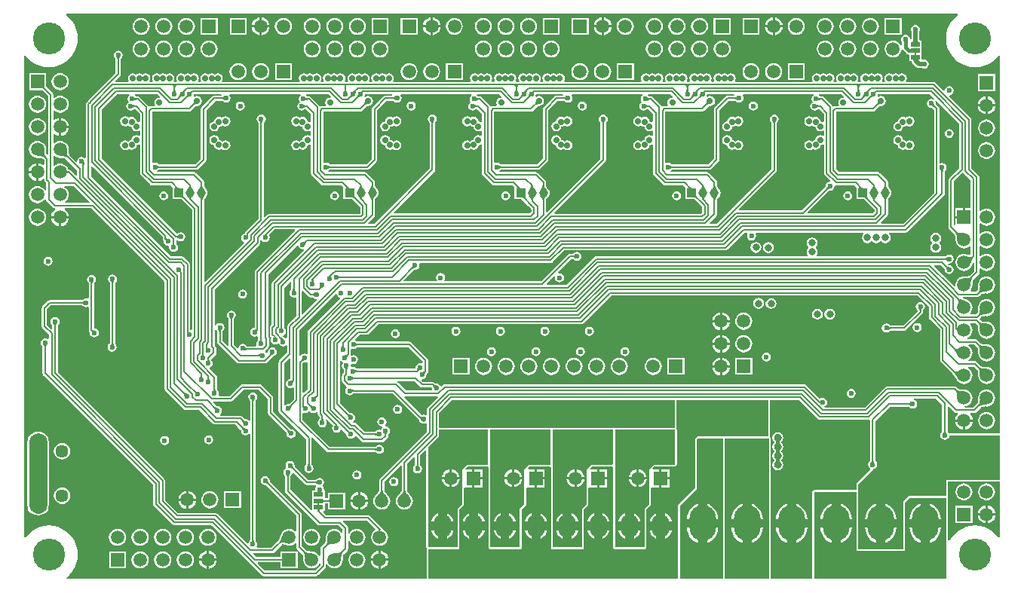
<source format=gbl>
G04*
G04 #@! TF.GenerationSoftware,Altium Limited,Altium Designer,18.1.4 (159)*
G04*
G04 Layer_Physical_Order=4*
G04 Layer_Color=16711680*
%FSLAX44Y44*%
%MOMM*%
G71*
G01*
G75*
%ADD13C,0.2000*%
%ADD22C,0.5000*%
%ADD23C,0.4000*%
%ADD67R,1.5000X1.5000*%
%ADD150C,2.0000*%
%ADD152C,0.6000*%
%ADD153C,1.5000*%
%ADD154O,2.0000X2.6000*%
%ADD155C,1.0000*%
%ADD156R,1.0000X1.0000*%
%ADD157R,1.5000X1.5000*%
%ADD158O,3.0000X4.0000*%
%ADD159C,3.6000*%
G04:AMPARAMS|DCode=160|XSize=1.5mm|YSize=1.9mm|CornerRadius=0.375mm|HoleSize=0mm|Usage=FLASHONLY|Rotation=270.000|XOffset=0mm|YOffset=0mm|HoleType=Round|Shape=RoundedRectangle|*
%AMROUNDEDRECTD160*
21,1,1.5000,1.1500,0,0,270.0*
21,1,0.7500,1.9000,0,0,270.0*
1,1,0.7500,-0.5750,-0.3750*
1,1,0.7500,-0.5750,0.3750*
1,1,0.7500,0.5750,0.3750*
1,1,0.7500,0.5750,-0.3750*
%
%ADD160ROUNDEDRECTD160*%
%ADD161C,1.4500*%
%ADD162C,0.8000*%
%ADD163C,0.7000*%
%ADD164R,1.0000X0.5000*%
%ADD165R,5.2000X5.2000*%
G36*
X109891Y588639D02*
X109704Y588413D01*
X109539Y588181D01*
X109396Y587942D01*
X109275Y587697D01*
X109176Y587445D01*
X109099Y587187D01*
X109044Y586922D01*
X109011Y586650D01*
X109000Y586372D01*
X107000D01*
X106989Y586650D01*
X106956Y586922D01*
X106901Y587187D01*
X106824Y587445D01*
X106725Y587697D01*
X106604Y587942D01*
X106461Y588181D01*
X106296Y588413D01*
X106109Y588639D01*
X105900Y588858D01*
X110100D01*
X109891Y588639D01*
D02*
G37*
G36*
X942000Y556750D02*
X941620Y556730D01*
X941280Y556670D01*
X940980Y556570D01*
X940720Y556430D01*
X940500Y556250D01*
X940320Y556030D01*
X940180Y555770D01*
X940080Y555470D01*
X940020Y555130D01*
X940000Y554750D01*
X938000D01*
X937980Y555130D01*
X937920Y555470D01*
X937820Y555770D01*
X937680Y556030D01*
X937500Y556250D01*
X937280Y556430D01*
X937020Y556570D01*
X936720Y556670D01*
X936380Y556730D01*
X936000Y556750D01*
X939000Y558750D01*
X942000Y556750D01*
D02*
G37*
G36*
X174000D02*
X173620Y556730D01*
X173280Y556670D01*
X172980Y556570D01*
X172720Y556430D01*
X172500Y556250D01*
X172320Y556030D01*
X172180Y555770D01*
X172080Y555470D01*
X172020Y555130D01*
X172000Y554750D01*
X170000D01*
X169980Y555130D01*
X169920Y555470D01*
X169820Y555770D01*
X169680Y556030D01*
X169500Y556250D01*
X169280Y556430D01*
X169020Y556570D01*
X168720Y556670D01*
X168380Y556730D01*
X168000Y556750D01*
X171000Y558750D01*
X174000Y556750D01*
D02*
G37*
G36*
X750000D02*
X750000D01*
X750000Y556750D01*
X749620Y556730D01*
X749280Y556670D01*
X748980Y556570D01*
X748720Y556430D01*
X748500Y556250D01*
X748320Y556030D01*
X748180Y555770D01*
X748080Y555470D01*
X748020Y555130D01*
X748000Y554750D01*
X746000D01*
Y554750D01*
X746000D01*
X745980Y555130D01*
X745931Y555410D01*
X745920Y555470D01*
X745820Y555770D01*
X745745Y555910D01*
X745680Y556030D01*
X745500Y556250D01*
X745280Y556430D01*
X745020Y556570D01*
X744720Y556670D01*
X744380Y556730D01*
X744000Y556750D01*
X744000Y556750D01*
X744000D01*
X747000Y558750D01*
X750000Y556750D01*
D02*
G37*
G36*
X558000D02*
X558000D01*
X558000Y556750D01*
X557620Y556730D01*
X557280Y556670D01*
X556980Y556570D01*
X556720Y556430D01*
X556500Y556250D01*
X556320Y556030D01*
X556180Y555770D01*
X556080Y555470D01*
X556020Y555130D01*
X556000Y554750D01*
X554000D01*
Y554750D01*
X554000D01*
X553980Y555130D01*
X553931Y555410D01*
X553920Y555470D01*
X553820Y555770D01*
X553745Y555910D01*
X553680Y556030D01*
X553500Y556250D01*
X553280Y556430D01*
X553020Y556570D01*
X552720Y556670D01*
X552380Y556730D01*
X552000Y556750D01*
X552000Y556750D01*
X552000D01*
X555000Y558750D01*
X558000Y556750D01*
D02*
G37*
G36*
X24654Y556506D02*
X24597Y556322D01*
Y556110D01*
X24654Y555869D01*
X24767Y555601D01*
X24937Y555304D01*
X25163Y554978D01*
X25446Y554625D01*
X26181Y553833D01*
X24767Y552419D01*
X24357Y552815D01*
X23621Y553437D01*
X23296Y553663D01*
X22999Y553833D01*
X22731Y553946D01*
X22490Y554003D01*
X22278D01*
X22094Y553946D01*
X21939Y553833D01*
X24767Y556661D01*
X24654Y556506D01*
D02*
G37*
G36*
X940011Y551850D02*
X940044Y551578D01*
X940099Y551313D01*
X940176Y551055D01*
X940275Y550803D01*
X940396Y550558D01*
X940539Y550319D01*
X940704Y550087D01*
X940891Y549861D01*
X941100Y549642D01*
X936900D01*
X937109Y549861D01*
X937296Y550087D01*
X937461Y550319D01*
X937604Y550558D01*
X937725Y550803D01*
X937824Y551055D01*
X937901Y551313D01*
X937956Y551578D01*
X937989Y551850D01*
X938000Y552128D01*
X940000D01*
X940011Y551850D01*
D02*
G37*
G36*
X748011D02*
X748044Y551578D01*
X748099Y551313D01*
X748176Y551055D01*
X748275Y550803D01*
X748396Y550558D01*
X748539Y550319D01*
X748704Y550087D01*
X748891Y549861D01*
X749100Y549642D01*
X744900D01*
X745109Y549861D01*
X745296Y550087D01*
X745461Y550319D01*
X745604Y550558D01*
X745725Y550803D01*
X745824Y551055D01*
X745901Y551313D01*
X745956Y551578D01*
X745989Y551850D01*
X746000Y552128D01*
X748000D01*
X748011Y551850D01*
D02*
G37*
G36*
X556011D02*
X556044Y551578D01*
X556099Y551313D01*
X556176Y551055D01*
X556275Y550803D01*
X556396Y550558D01*
X556539Y550319D01*
X556704Y550087D01*
X556891Y549861D01*
X557100Y549642D01*
X552900D01*
X553109Y549861D01*
X553296Y550087D01*
X553461Y550319D01*
X553604Y550558D01*
X553725Y550803D01*
X553824Y551055D01*
X553901Y551313D01*
X553956Y551578D01*
X553989Y551850D01*
X554000Y552128D01*
X556000D01*
X556011Y551850D01*
D02*
G37*
G36*
X364011D02*
X364044Y551578D01*
X364099Y551313D01*
X364176Y551055D01*
X364275Y550803D01*
X364396Y550558D01*
X364539Y550319D01*
X364704Y550087D01*
X364891Y549861D01*
X365100Y549642D01*
X360900D01*
X361109Y549861D01*
X361296Y550087D01*
X361461Y550319D01*
X361604Y550558D01*
X361725Y550803D01*
X361824Y551055D01*
X361901Y551313D01*
X361956Y551578D01*
X361989Y551850D01*
X362000Y552128D01*
X364000D01*
X364011Y551850D01*
D02*
G37*
G36*
X172011D02*
X172044Y551578D01*
X172099Y551313D01*
X172176Y551055D01*
X172275Y550803D01*
X172396Y550558D01*
X172539Y550319D01*
X172704Y550087D01*
X172891Y549861D01*
X173100Y549642D01*
X168900D01*
X169109Y549861D01*
X169296Y550087D01*
X169461Y550319D01*
X169604Y550558D01*
X169725Y550803D01*
X169824Y551055D01*
X169901Y551313D01*
X169956Y551578D01*
X169989Y551850D01*
X170000Y552128D01*
X172000D01*
X172011Y551850D01*
D02*
G37*
G36*
X951248Y550784D02*
X951054Y550572D01*
X950889Y550353D01*
X950753Y550128D01*
X950646Y549897D01*
X950568Y549660D01*
X950520Y549416D01*
X950501Y549165D01*
X950511Y548909D01*
X950550Y548646D01*
X950619Y548377D01*
X946930Y550386D01*
X947229Y550477D01*
X947792Y550690D01*
X948055Y550812D01*
X948546Y551085D01*
X948774Y551236D01*
X948990Y551398D01*
X949194Y551569D01*
X949386Y551751D01*
X951248Y550784D01*
D02*
G37*
G36*
X759249D02*
X759054Y550572D01*
X758889Y550353D01*
X758753Y550128D01*
X758646Y549897D01*
X758568Y549660D01*
X758520Y549416D01*
X758501Y549165D01*
X758511Y548909D01*
X758550Y548646D01*
X758619Y548377D01*
X754930Y550386D01*
X755229Y550477D01*
X755792Y550690D01*
X756055Y550812D01*
X756546Y551085D01*
X756774Y551236D01*
X756990Y551398D01*
X757194Y551569D01*
X757386Y551751D01*
X759249Y550784D01*
D02*
G37*
G36*
X567248D02*
X567054Y550572D01*
X566889Y550353D01*
X566753Y550128D01*
X566646Y549897D01*
X566568Y549660D01*
X566520Y549416D01*
X566501Y549165D01*
X566511Y548909D01*
X566550Y548646D01*
X566619Y548377D01*
X562930Y550386D01*
X563229Y550477D01*
X563792Y550690D01*
X564055Y550812D01*
X564546Y551085D01*
X564774Y551236D01*
X564990Y551398D01*
X565194Y551569D01*
X565386Y551751D01*
X567248Y550784D01*
D02*
G37*
G36*
X375248D02*
X375054Y550572D01*
X374889Y550353D01*
X374753Y550128D01*
X374646Y549897D01*
X374568Y549660D01*
X374520Y549416D01*
X374501Y549165D01*
X374511Y548909D01*
X374550Y548646D01*
X374619Y548377D01*
X370930Y550386D01*
X371229Y550477D01*
X371792Y550690D01*
X372055Y550812D01*
X372546Y551085D01*
X372774Y551236D01*
X372990Y551398D01*
X373194Y551569D01*
X373386Y551751D01*
X375248Y550784D01*
D02*
G37*
G36*
X183249D02*
X183054Y550572D01*
X182889Y550353D01*
X182753Y550128D01*
X182646Y549897D01*
X182568Y549660D01*
X182520Y549416D01*
X182501Y549165D01*
X182511Y548909D01*
X182550Y548646D01*
X182619Y548377D01*
X178930Y550386D01*
X179229Y550477D01*
X179792Y550690D01*
X180055Y550812D01*
X180546Y551085D01*
X180774Y551236D01*
X180990Y551398D01*
X181194Y551569D01*
X181386Y551751D01*
X183249Y550784D01*
D02*
G37*
G36*
X799683Y545852D02*
X799591Y545809D01*
X792000D01*
X792000Y545809D01*
X790829Y545576D01*
X789837Y544913D01*
X789837Y544913D01*
X777587Y532663D01*
X776924Y531670D01*
X776691Y530500D01*
X776691Y530500D01*
Y474767D01*
X770233Y468309D01*
X729656D01*
X729562Y468328D01*
X729470Y468355D01*
X729379Y468391D01*
X729285Y468438D01*
X729185Y468497D01*
X729080Y468572D01*
X728998Y468640D01*
X728855Y468855D01*
X727201Y469960D01*
X725250Y470348D01*
X723329Y469966D01*
X723100Y469925D01*
X722059Y470653D01*
Y527483D01*
X722267Y527691D01*
X763500D01*
X763500Y527691D01*
X764671Y527924D01*
X765663Y528587D01*
X770695Y533619D01*
X770718Y533636D01*
X770821Y533699D01*
X770941Y533759D01*
X771082Y533813D01*
X771248Y533863D01*
X771441Y533904D01*
X771663Y533936D01*
X771914Y533955D01*
X771931Y533956D01*
X772250Y533892D01*
X774396Y534319D01*
X776215Y535535D01*
X777431Y537354D01*
X777858Y539500D01*
X777431Y541646D01*
X776215Y543465D01*
X774396Y544681D01*
X772250Y545108D01*
X770104Y544681D01*
X769297Y544141D01*
X768381Y545057D01*
X768710Y545549D01*
X769017Y547091D01*
X799062D01*
X799683Y545852D01*
D02*
G37*
G36*
X607683D02*
X607591Y545809D01*
X600000D01*
X600000Y545809D01*
X598829Y545576D01*
X597837Y544913D01*
X597837Y544913D01*
X585587Y532663D01*
X584924Y531670D01*
X584691Y530500D01*
X584691Y530500D01*
Y474767D01*
X578233Y468309D01*
X537655D01*
X537562Y468328D01*
X537470Y468355D01*
X537379Y468391D01*
X537285Y468438D01*
X537185Y468497D01*
X537080Y468572D01*
X536998Y468640D01*
X536855Y468855D01*
X535201Y469960D01*
X533250Y470348D01*
X531329Y469966D01*
X531100Y469925D01*
X530059Y470653D01*
Y527483D01*
X530267Y527691D01*
X571500D01*
X571500Y527691D01*
X572671Y527924D01*
X573663Y528587D01*
X578694Y533619D01*
X578718Y533636D01*
X578821Y533699D01*
X578941Y533759D01*
X579082Y533813D01*
X579248Y533863D01*
X579441Y533904D01*
X579663Y533936D01*
X579914Y533955D01*
X579931Y533956D01*
X580250Y533892D01*
X582396Y534319D01*
X584215Y535535D01*
X585431Y537354D01*
X585858Y539500D01*
X585431Y541646D01*
X584215Y543465D01*
X582396Y544681D01*
X580250Y545108D01*
X578104Y544681D01*
X577297Y544141D01*
X576381Y545057D01*
X576710Y545549D01*
X577017Y547091D01*
X607062D01*
X607683Y545852D01*
D02*
G37*
G36*
X415683D02*
X415591Y545809D01*
X408000D01*
X408000Y545809D01*
X406829Y545576D01*
X405837Y544913D01*
X405837Y544913D01*
X393587Y532663D01*
X392924Y531670D01*
X392691Y530500D01*
X392691Y530500D01*
Y474767D01*
X386233Y468309D01*
X345656D01*
X345562Y468328D01*
X345470Y468355D01*
X345378Y468391D01*
X345285Y468438D01*
X345185Y468497D01*
X345080Y468572D01*
X344998Y468640D01*
X344855Y468855D01*
X343201Y469960D01*
X341250Y470348D01*
X339329Y469966D01*
X339100Y469925D01*
X338059Y470653D01*
Y527483D01*
X338267Y527691D01*
X379500D01*
X379500Y527691D01*
X380671Y527924D01*
X381663Y528587D01*
X386694Y533619D01*
X386718Y533636D01*
X386821Y533699D01*
X386941Y533759D01*
X387082Y533813D01*
X387248Y533863D01*
X387441Y533904D01*
X387663Y533936D01*
X387914Y533955D01*
X387931Y533956D01*
X388250Y533892D01*
X390396Y534319D01*
X392215Y535535D01*
X393431Y537354D01*
X393858Y539500D01*
X393431Y541646D01*
X392215Y543465D01*
X390396Y544681D01*
X388250Y545108D01*
X386104Y544681D01*
X385297Y544141D01*
X384381Y545057D01*
X384710Y545549D01*
X385017Y547091D01*
X415062D01*
X415683Y545852D01*
D02*
G37*
G36*
X223683D02*
X223591Y545809D01*
X216000D01*
X216000Y545809D01*
X214830Y545576D01*
X213837Y544913D01*
X213837Y544913D01*
X201587Y532663D01*
X200924Y531670D01*
X200691Y530500D01*
X200691Y530500D01*
Y474767D01*
X194233Y468309D01*
X153656D01*
X153562Y468328D01*
X153470Y468355D01*
X153378Y468391D01*
X153285Y468438D01*
X153185Y468497D01*
X153080Y468572D01*
X152998Y468640D01*
X152855Y468855D01*
X151201Y469960D01*
X149250Y470348D01*
X147329Y469966D01*
X147100Y469925D01*
X146059Y470653D01*
Y527483D01*
X146267Y527691D01*
X187500D01*
X187500Y527691D01*
X188671Y527924D01*
X189663Y528587D01*
X194694Y533619D01*
X194718Y533636D01*
X194821Y533699D01*
X194941Y533759D01*
X195082Y533813D01*
X195248Y533863D01*
X195441Y533904D01*
X195663Y533936D01*
X195914Y533955D01*
X195931Y533956D01*
X196250Y533892D01*
X198396Y534319D01*
X200215Y535535D01*
X201431Y537354D01*
X201858Y539500D01*
X201431Y541646D01*
X200215Y543465D01*
X198396Y544681D01*
X196250Y545108D01*
X194104Y544681D01*
X193297Y544141D01*
X192381Y545057D01*
X192710Y545549D01*
X193017Y547091D01*
X223062D01*
X223683Y545852D01*
D02*
G37*
G36*
X947720Y544500D02*
X947417Y544493D01*
X947126Y544466D01*
X946845Y544418D01*
X946575Y544351D01*
X946316Y544263D01*
X946068Y544155D01*
X945831Y544026D01*
X945604Y543878D01*
X945389Y543709D01*
X945184Y543520D01*
X943770Y544934D01*
X943959Y545139D01*
X944128Y545354D01*
X944276Y545581D01*
X944405Y545818D01*
X944513Y546066D01*
X944601Y546325D01*
X944668Y546595D01*
X944716Y546876D01*
X944743Y547167D01*
X944750Y547470D01*
X947720Y544500D01*
D02*
G37*
G36*
X755720D02*
X755417Y544493D01*
X755126Y544466D01*
X754845Y544418D01*
X754575Y544351D01*
X754316Y544263D01*
X754068Y544155D01*
X753831Y544026D01*
X753604Y543878D01*
X753389Y543709D01*
X753184Y543520D01*
X751770Y544934D01*
X751959Y545139D01*
X752128Y545354D01*
X752276Y545581D01*
X752405Y545818D01*
X752513Y546066D01*
X752601Y546325D01*
X752668Y546595D01*
X752716Y546876D01*
X752743Y547167D01*
X752750Y547470D01*
X755720Y544500D01*
D02*
G37*
G36*
X563720D02*
X563417Y544493D01*
X563126Y544466D01*
X562845Y544418D01*
X562575Y544351D01*
X562316Y544263D01*
X562068Y544155D01*
X561831Y544026D01*
X561604Y543878D01*
X561389Y543709D01*
X561184Y543520D01*
X559770Y544934D01*
X559959Y545139D01*
X560128Y545354D01*
X560276Y545581D01*
X560405Y545818D01*
X560513Y546066D01*
X560601Y546325D01*
X560668Y546595D01*
X560716Y546876D01*
X560743Y547167D01*
X560750Y547470D01*
X563720Y544500D01*
D02*
G37*
G36*
X371720D02*
X371417Y544493D01*
X371126Y544466D01*
X370845Y544418D01*
X370575Y544351D01*
X370316Y544263D01*
X370068Y544155D01*
X369831Y544026D01*
X369604Y543878D01*
X369389Y543709D01*
X369184Y543520D01*
X367770Y544934D01*
X367959Y545139D01*
X368128Y545354D01*
X368276Y545581D01*
X368405Y545818D01*
X368513Y546066D01*
X368601Y546325D01*
X368668Y546595D01*
X368716Y546876D01*
X368743Y547167D01*
X368750Y547470D01*
X371720Y544500D01*
D02*
G37*
G36*
X179720D02*
X179417Y544493D01*
X179126Y544466D01*
X178845Y544418D01*
X178575Y544351D01*
X178316Y544263D01*
X178068Y544155D01*
X177831Y544026D01*
X177604Y543878D01*
X177389Y543709D01*
X177184Y543520D01*
X175770Y544934D01*
X175959Y545139D01*
X176128Y545354D01*
X176276Y545581D01*
X176405Y545818D01*
X176513Y546066D01*
X176601Y546325D01*
X176668Y546595D01*
X176716Y546876D01*
X176743Y547167D01*
X176750Y547470D01*
X179720Y544500D01*
D02*
G37*
G36*
X956136Y544503D02*
X955831Y544480D01*
X955537Y544438D01*
X955255Y544378D01*
X954984Y544300D01*
X954724Y544204D01*
X954476Y544089D01*
X954239Y543956D01*
X954014Y543805D01*
X953800Y543636D01*
X953597Y543448D01*
X952100Y544779D01*
X952290Y544985D01*
X952458Y545202D01*
X952604Y545429D01*
X952728Y545666D01*
X952830Y545913D01*
X952909Y546171D01*
X952967Y546439D01*
X953002Y546717D01*
X953015Y547005D01*
X953006Y547304D01*
X956136Y544503D01*
D02*
G37*
G36*
X764136D02*
X763831Y544480D01*
X763537Y544438D01*
X763255Y544378D01*
X762984Y544300D01*
X762724Y544204D01*
X762476Y544089D01*
X762239Y543956D01*
X762014Y543805D01*
X761800Y543636D01*
X761598Y543448D01*
X760100Y544779D01*
X760290Y544985D01*
X760458Y545202D01*
X760604Y545429D01*
X760728Y545666D01*
X760830Y545913D01*
X760909Y546171D01*
X760967Y546439D01*
X761002Y546717D01*
X761015Y547005D01*
X761006Y547304D01*
X764136Y544503D01*
D02*
G37*
G36*
X572136D02*
X571831Y544480D01*
X571537Y544438D01*
X571255Y544378D01*
X570984Y544300D01*
X570724Y544204D01*
X570476Y544089D01*
X570239Y543956D01*
X570014Y543805D01*
X569800Y543636D01*
X569598Y543448D01*
X568100Y544779D01*
X568290Y544985D01*
X568458Y545202D01*
X568604Y545429D01*
X568728Y545666D01*
X568830Y545913D01*
X568909Y546171D01*
X568967Y546439D01*
X569002Y546717D01*
X569015Y547005D01*
X569006Y547304D01*
X572136Y544503D01*
D02*
G37*
G36*
X380136D02*
X379831Y544480D01*
X379537Y544438D01*
X379255Y544378D01*
X378984Y544300D01*
X378724Y544204D01*
X378476Y544089D01*
X378239Y543956D01*
X378014Y543805D01*
X377800Y543636D01*
X377598Y543448D01*
X376100Y544779D01*
X376290Y544985D01*
X376458Y545202D01*
X376604Y545429D01*
X376728Y545666D01*
X376830Y545913D01*
X376909Y546171D01*
X376967Y546439D01*
X377002Y546717D01*
X377015Y547005D01*
X377006Y547304D01*
X380136Y544503D01*
D02*
G37*
G36*
X188136D02*
X187831Y544480D01*
X187537Y544438D01*
X187255Y544378D01*
X186984Y544300D01*
X186724Y544204D01*
X186476Y544089D01*
X186239Y543956D01*
X186014Y543805D01*
X185800Y543636D01*
X185597Y543448D01*
X184100Y544779D01*
X184290Y544985D01*
X184458Y545202D01*
X184604Y545429D01*
X184728Y545666D01*
X184830Y545913D01*
X184909Y546171D01*
X184967Y546439D01*
X185002Y546717D01*
X185015Y547005D01*
X185006Y547304D01*
X188136Y544503D01*
D02*
G37*
G36*
X1024416Y542009D02*
X1023606Y541022D01*
X1022951Y541460D01*
X1021000Y541848D01*
X1019049Y541460D01*
X1017395Y540355D01*
X1016290Y538701D01*
X1015902Y536750D01*
X1016290Y534799D01*
X1017395Y533145D01*
X1019049Y532040D01*
X1021000Y531652D01*
X1021253Y531702D01*
X1021359Y531693D01*
X1021487Y531671D01*
X1021598Y531643D01*
X1021698Y531609D01*
X1021788Y531570D01*
X1021873Y531524D01*
X1021952Y531472D01*
X1023941Y529483D01*
Y436391D01*
X989209Y401659D01*
X964642D01*
X964156Y402832D01*
X971363Y410039D01*
X972026Y411031D01*
X972259Y412202D01*
X972259Y412202D01*
Y428757D01*
X972282Y428877D01*
X972343Y429077D01*
X972445Y429319D01*
X972594Y429600D01*
X972792Y429917D01*
X973029Y430244D01*
X973729Y431063D01*
X974069Y431409D01*
X974193Y431504D01*
X975314Y432966D01*
X976020Y434669D01*
X976260Y436496D01*
X976020Y438324D01*
X975314Y440026D01*
X974193Y441489D01*
X974084Y441572D01*
X973336Y442367D01*
X973044Y442727D01*
X972792Y443075D01*
X972593Y443393D01*
X972445Y443674D01*
X972343Y443916D01*
X972282Y444115D01*
X972259Y444235D01*
Y448297D01*
X972026Y449467D01*
X971363Y450459D01*
X971363Y450459D01*
X963163Y458659D01*
X962171Y459322D01*
X961000Y459555D01*
X961000Y459555D01*
X930015D01*
X930000Y459558D01*
X917267D01*
X914059Y462767D01*
Y527483D01*
X914267Y527691D01*
X955500D01*
X955500Y527691D01*
X956671Y527924D01*
X957663Y528587D01*
X962694Y533619D01*
X962718Y533636D01*
X962821Y533699D01*
X962941Y533759D01*
X963082Y533813D01*
X963248Y533863D01*
X963441Y533904D01*
X963663Y533936D01*
X963914Y533955D01*
X963931Y533956D01*
X964250Y533892D01*
X966396Y534319D01*
X968215Y535535D01*
X969431Y537354D01*
X969858Y539500D01*
X969431Y541646D01*
X968215Y543465D01*
X966396Y544681D01*
X964250Y545108D01*
X962104Y544681D01*
X961297Y544141D01*
X960381Y545057D01*
X960710Y545549D01*
X961017Y547091D01*
X1019333D01*
X1024416Y542009D01*
D02*
G37*
G36*
X802858Y540650D02*
X802639Y540859D01*
X802413Y541046D01*
X802181Y541211D01*
X801942Y541354D01*
X801697Y541475D01*
X801445Y541574D01*
X801187Y541651D01*
X800921Y541706D01*
X800650Y541739D01*
X800372Y541750D01*
Y543750D01*
X800650Y543761D01*
X800921Y543794D01*
X801187Y543849D01*
X801445Y543926D01*
X801697Y544025D01*
X801942Y544146D01*
X802181Y544289D01*
X802413Y544454D01*
X802639Y544641D01*
X802858Y544850D01*
Y540650D01*
D02*
G37*
G36*
X610858D02*
X610639Y540859D01*
X610413Y541046D01*
X610181Y541211D01*
X609942Y541354D01*
X609697Y541475D01*
X609445Y541574D01*
X609187Y541651D01*
X608922Y541706D01*
X608650Y541739D01*
X608372Y541750D01*
Y543750D01*
X608650Y543761D01*
X608922Y543794D01*
X609187Y543849D01*
X609445Y543926D01*
X609697Y544025D01*
X609942Y544146D01*
X610181Y544289D01*
X610413Y544454D01*
X610639Y544641D01*
X610858Y544850D01*
Y540650D01*
D02*
G37*
G36*
X418858D02*
X418639Y540859D01*
X418413Y541046D01*
X418181Y541211D01*
X417942Y541354D01*
X417697Y541475D01*
X417445Y541574D01*
X417187Y541651D01*
X416922Y541706D01*
X416650Y541739D01*
X416372Y541750D01*
Y543750D01*
X416650Y543761D01*
X416922Y543794D01*
X417187Y543849D01*
X417445Y543926D01*
X417697Y544025D01*
X417942Y544146D01*
X418181Y544289D01*
X418413Y544454D01*
X418639Y544641D01*
X418858Y544850D01*
Y540650D01*
D02*
G37*
G36*
X226858D02*
X226639Y540859D01*
X226413Y541046D01*
X226181Y541211D01*
X225942Y541354D01*
X225697Y541475D01*
X225445Y541574D01*
X225187Y541651D01*
X224921Y541706D01*
X224650Y541739D01*
X224372Y541750D01*
Y543750D01*
X224650Y543761D01*
X224921Y543794D01*
X225187Y543849D01*
X225445Y543926D01*
X225697Y544025D01*
X225942Y544146D01*
X226181Y544289D01*
X226413Y544454D01*
X226639Y544641D01*
X226858Y544850D01*
Y540650D01*
D02*
G37*
G36*
X893987Y543641D02*
X894213Y543454D01*
X894445Y543289D01*
X894684Y543146D01*
X894929Y543025D01*
X895181Y542926D01*
X895439Y542849D01*
X895704Y542794D01*
X895976Y542761D01*
X896254Y542750D01*
Y540750D01*
X895976Y540739D01*
X895704Y540706D01*
X895439Y540651D01*
X895181Y540574D01*
X894929Y540475D01*
X894684Y540354D01*
X894445Y540211D01*
X894213Y540046D01*
X893987Y539859D01*
X893768Y539650D01*
Y543850D01*
X893987Y543641D01*
D02*
G37*
G36*
X701987D02*
X702213Y543454D01*
X702445Y543289D01*
X702684Y543146D01*
X702929Y543025D01*
X703181Y542926D01*
X703439Y542849D01*
X703705Y542794D01*
X703976Y542761D01*
X704254Y542750D01*
Y540750D01*
X703976Y540739D01*
X703705Y540706D01*
X703439Y540651D01*
X703181Y540574D01*
X702929Y540475D01*
X702684Y540354D01*
X702445Y540211D01*
X702213Y540046D01*
X701987Y539859D01*
X701768Y539650D01*
Y543850D01*
X701987Y543641D01*
D02*
G37*
G36*
X509987D02*
X510213Y543454D01*
X510445Y543289D01*
X510684Y543146D01*
X510929Y543025D01*
X511181Y542926D01*
X511439Y542849D01*
X511704Y542794D01*
X511976Y542761D01*
X512254Y542750D01*
Y540750D01*
X511976Y540739D01*
X511704Y540706D01*
X511439Y540651D01*
X511181Y540574D01*
X510929Y540475D01*
X510684Y540354D01*
X510445Y540211D01*
X510213Y540046D01*
X509987Y539859D01*
X509768Y539650D01*
Y543850D01*
X509987Y543641D01*
D02*
G37*
G36*
X317987D02*
X318213Y543454D01*
X318445Y543289D01*
X318684Y543146D01*
X318929Y543025D01*
X319181Y542926D01*
X319439Y542849D01*
X319704Y542794D01*
X319976Y542761D01*
X320254Y542750D01*
Y540750D01*
X319976Y540739D01*
X319704Y540706D01*
X319439Y540651D01*
X319181Y540574D01*
X318929Y540475D01*
X318684Y540354D01*
X318445Y540211D01*
X318213Y540046D01*
X317987Y539859D01*
X317768Y539650D01*
Y543850D01*
X317987Y543641D01*
D02*
G37*
G36*
X125987D02*
X126213Y543454D01*
X126445Y543289D01*
X126684Y543146D01*
X126929Y543025D01*
X127181Y542926D01*
X127439Y542849D01*
X127704Y542794D01*
X127976Y542761D01*
X128254Y542750D01*
Y540750D01*
X127976Y540739D01*
X127704Y540706D01*
X127439Y540651D01*
X127181Y540574D01*
X126929Y540475D01*
X126684Y540354D01*
X126445Y540211D01*
X126213Y540046D01*
X125987Y539859D01*
X125768Y539650D01*
Y543850D01*
X125987Y543641D01*
D02*
G37*
G36*
X888719Y545821D02*
X888021Y545355D01*
X886916Y543701D01*
X886528Y541750D01*
X886916Y539799D01*
X887862Y538383D01*
X886324Y537355D01*
X885219Y535701D01*
X884831Y533750D01*
X885219Y531799D01*
X886324Y530145D01*
X887978Y529040D01*
X889929Y528652D01*
X891880Y529040D01*
X893534Y530145D01*
X893630Y530289D01*
X894905Y530519D01*
X900341Y525083D01*
Y516409D01*
X899071Y515730D01*
X898396Y516181D01*
X896548Y516548D01*
X896181Y518396D01*
X894965Y520215D01*
X893146Y521431D01*
X891000Y521858D01*
X888854Y521431D01*
X887736Y520684D01*
X887715Y520715D01*
X885896Y521931D01*
X883750Y522358D01*
X881604Y521931D01*
X879785Y520715D01*
X878569Y518896D01*
X878142Y516750D01*
X878569Y514604D01*
X879785Y512785D01*
X881604Y511569D01*
X883750Y511142D01*
X885896Y511569D01*
X887014Y512316D01*
X887035Y512285D01*
X888854Y511069D01*
X890702Y510701D01*
X891069Y508854D01*
X892285Y507035D01*
X894104Y505819D01*
X896250Y505392D01*
X898396Y505819D01*
X899071Y506270D01*
X900341Y505591D01*
Y500908D01*
X899071Y500230D01*
X898396Y500681D01*
X896250Y501108D01*
X894104Y500681D01*
X892285Y499465D01*
X891069Y497646D01*
X890702Y495798D01*
X888854Y495431D01*
X887035Y494215D01*
X887014Y494184D01*
X885896Y494931D01*
X883750Y495358D01*
X881604Y494931D01*
X879785Y493715D01*
X878569Y491896D01*
X878142Y489750D01*
X878569Y487604D01*
X879785Y485785D01*
X881604Y484569D01*
X883750Y484142D01*
X885896Y484569D01*
X887715Y485785D01*
X887736Y485816D01*
X888854Y485069D01*
X891000Y484642D01*
X893146Y485069D01*
X894965Y486285D01*
X896181Y488104D01*
X896548Y489952D01*
X898396Y490319D01*
X899071Y490770D01*
X900341Y490091D01*
Y458352D01*
X900341Y458352D01*
X900574Y457181D01*
X901237Y456189D01*
X907354Y450072D01*
X907160Y449402D01*
X906818Y448812D01*
X905049Y448460D01*
X903395Y447355D01*
X902290Y445701D01*
X901902Y443750D01*
X901953Y443497D01*
X901943Y443391D01*
X901921Y443263D01*
X901893Y443152D01*
X901859Y443052D01*
X901820Y442962D01*
X901774Y442877D01*
X901722Y442798D01*
X875783Y416859D01*
X805470D01*
X804984Y418032D01*
X846703Y459751D01*
X847366Y460744D01*
X847599Y461914D01*
X847599Y461914D01*
Y514804D01*
X847618Y514897D01*
X847646Y514990D01*
X847682Y515081D01*
X847728Y515175D01*
X847788Y515274D01*
X847862Y515379D01*
X847930Y515461D01*
X848145Y515605D01*
X849250Y517259D01*
X849638Y519210D01*
X849250Y521161D01*
X848145Y522814D01*
X846491Y523920D01*
X844540Y524308D01*
X842589Y523920D01*
X840936Y522814D01*
X839830Y521161D01*
X839442Y519210D01*
X839830Y517259D01*
X840936Y515605D01*
X841150Y515461D01*
X841218Y515379D01*
X841293Y515274D01*
X841352Y515175D01*
X841399Y515081D01*
X841435Y514990D01*
X841462Y514897D01*
X841481Y514804D01*
Y463181D01*
X779709Y401409D01*
X772142D01*
X771656Y402582D01*
X779363Y410289D01*
X780026Y411282D01*
X780259Y412452D01*
X780259Y412452D01*
Y428757D01*
X780282Y428877D01*
X780343Y429077D01*
X780445Y429319D01*
X780593Y429600D01*
X780792Y429917D01*
X781029Y430244D01*
X781729Y431063D01*
X782069Y431409D01*
X782193Y431504D01*
X783315Y432966D01*
X784020Y434669D01*
X784260Y436496D01*
X784020Y438324D01*
X783315Y440026D01*
X782193Y441489D01*
X782084Y441572D01*
X781336Y442367D01*
X781044Y442727D01*
X780792Y443075D01*
X780593Y443393D01*
X780445Y443674D01*
X780343Y443916D01*
X780282Y444115D01*
X780259Y444235D01*
Y448297D01*
X780026Y449467D01*
X779363Y450459D01*
X779363Y450459D01*
X771163Y458659D01*
X770171Y459322D01*
X769000Y459555D01*
X769000Y459555D01*
X738015D01*
X738000Y459558D01*
X728018D01*
X727632Y460828D01*
X728855Y461645D01*
X728998Y461860D01*
X729080Y461928D01*
X729185Y462003D01*
X729284Y462062D01*
X729379Y462108D01*
X729470Y462144D01*
X729562Y462172D01*
X729656Y462191D01*
X771500D01*
X771500Y462191D01*
X772671Y462424D01*
X773663Y463087D01*
X781913Y471337D01*
X781913Y471337D01*
X782576Y472329D01*
X782809Y473500D01*
X782809Y473500D01*
Y529233D01*
X793267Y539691D01*
X800594D01*
X800688Y539672D01*
X800780Y539644D01*
X800872Y539608D01*
X800966Y539562D01*
X801065Y539503D01*
X801170Y539428D01*
X801252Y539360D01*
X801395Y539145D01*
X803049Y538040D01*
X805000Y537652D01*
X806951Y538040D01*
X808605Y539145D01*
X809710Y540799D01*
X810098Y542750D01*
X809710Y544701D01*
X808961Y545821D01*
X809615Y547091D01*
X888334D01*
X888719Y545821D01*
D02*
G37*
G36*
X696719D02*
X696021Y545355D01*
X694916Y543701D01*
X694528Y541750D01*
X694916Y539799D01*
X695863Y538383D01*
X694324Y537355D01*
X693219Y535701D01*
X692831Y533750D01*
X693219Y531799D01*
X694324Y530145D01*
X695978Y529040D01*
X697929Y528652D01*
X699880Y529040D01*
X701534Y530145D01*
X701630Y530289D01*
X702905Y530519D01*
X708341Y525083D01*
Y516409D01*
X707071Y515730D01*
X706396Y516181D01*
X704548Y516548D01*
X704181Y518396D01*
X702965Y520215D01*
X701146Y521431D01*
X699000Y521858D01*
X696854Y521431D01*
X695736Y520684D01*
X695715Y520715D01*
X693896Y521931D01*
X691750Y522358D01*
X689604Y521931D01*
X687785Y520715D01*
X686569Y518896D01*
X686142Y516750D01*
X686569Y514604D01*
X687785Y512785D01*
X689604Y511569D01*
X691750Y511142D01*
X693896Y511569D01*
X695014Y512316D01*
X695035Y512285D01*
X696854Y511069D01*
X698702Y510701D01*
X699069Y508854D01*
X700285Y507035D01*
X702104Y505819D01*
X704250Y505392D01*
X706396Y505819D01*
X707071Y506270D01*
X708341Y505591D01*
Y500908D01*
X707071Y500230D01*
X706396Y500681D01*
X704250Y501108D01*
X702104Y500681D01*
X700285Y499465D01*
X699069Y497646D01*
X698702Y495798D01*
X696854Y495431D01*
X695035Y494215D01*
X695014Y494184D01*
X693896Y494931D01*
X691750Y495358D01*
X689604Y494931D01*
X687785Y493715D01*
X686569Y491896D01*
X686142Y489750D01*
X686569Y487604D01*
X687785Y485785D01*
X689604Y484569D01*
X691750Y484142D01*
X693896Y484569D01*
X695715Y485785D01*
X695736Y485816D01*
X696854Y485069D01*
X699000Y484642D01*
X701146Y485069D01*
X702965Y486285D01*
X704181Y488104D01*
X704548Y489952D01*
X706396Y490319D01*
X707071Y490770D01*
X708341Y490091D01*
Y458352D01*
X708341Y458352D01*
X708574Y457181D01*
X709237Y456189D01*
X719893Y445534D01*
X720885Y444870D01*
X722056Y444638D01*
X722056Y444638D01*
X742536D01*
X744800Y442374D01*
Y429496D01*
X753907D01*
X753939Y429490D01*
X753970Y429496D01*
X754399D01*
X754887Y429084D01*
X763741Y420229D01*
Y414067D01*
X762483Y412809D01*
X597916D01*
X597430Y413982D01*
X654703Y471255D01*
X655366Y472248D01*
X655599Y473418D01*
X655599Y473419D01*
Y514804D01*
X655618Y514897D01*
X655646Y514990D01*
X655682Y515081D01*
X655728Y515175D01*
X655788Y515274D01*
X655862Y515379D01*
X655930Y515461D01*
X656145Y515605D01*
X657250Y517259D01*
X657638Y519210D01*
X657250Y521161D01*
X656145Y522814D01*
X654491Y523920D01*
X652540Y524308D01*
X650589Y523920D01*
X648935Y522814D01*
X647830Y521161D01*
X647442Y519210D01*
X647830Y517259D01*
X648935Y515605D01*
X649150Y515461D01*
X649218Y515379D01*
X649293Y515274D01*
X649352Y515175D01*
X649399Y515081D01*
X649435Y514990D01*
X649462Y514897D01*
X649482Y514804D01*
Y474685D01*
X589432Y414636D01*
X588259Y415122D01*
Y428757D01*
X588282Y428877D01*
X588344Y429077D01*
X588445Y429319D01*
X588593Y429600D01*
X588792Y429917D01*
X589029Y430244D01*
X589729Y431063D01*
X590069Y431409D01*
X590192Y431504D01*
X591315Y432966D01*
X592020Y434669D01*
X592260Y436496D01*
X592020Y438324D01*
X591315Y440026D01*
X590192Y441489D01*
X590084Y441572D01*
X589336Y442367D01*
X589044Y442727D01*
X588792Y443075D01*
X588593Y443393D01*
X588445Y443674D01*
X588343Y443916D01*
X588282Y444115D01*
X588259Y444235D01*
Y448297D01*
X588026Y449467D01*
X587363Y450459D01*
X587363Y450459D01*
X579163Y458659D01*
X578171Y459322D01*
X577000Y459555D01*
X577000Y459555D01*
X546015D01*
X546000Y459558D01*
X536017D01*
X535632Y460828D01*
X536855Y461645D01*
X536998Y461860D01*
X537080Y461928D01*
X537185Y462003D01*
X537284Y462062D01*
X537379Y462108D01*
X537470Y462144D01*
X537562Y462172D01*
X537655Y462191D01*
X579500D01*
X579500Y462191D01*
X580671Y462424D01*
X581663Y463087D01*
X589913Y471337D01*
X589913Y471337D01*
X590576Y472329D01*
X590809Y473500D01*
X590809Y473500D01*
Y529233D01*
X601267Y539691D01*
X608595D01*
X608688Y539672D01*
X608780Y539644D01*
X608871Y539608D01*
X608966Y539562D01*
X609065Y539503D01*
X609170Y539428D01*
X609252Y539360D01*
X609395Y539145D01*
X611049Y538040D01*
X613000Y537652D01*
X614951Y538040D01*
X616605Y539145D01*
X617710Y540799D01*
X618098Y542750D01*
X617710Y544701D01*
X616961Y545821D01*
X617615Y547091D01*
X696334D01*
X696719Y545821D01*
D02*
G37*
G36*
X504719D02*
X504021Y545355D01*
X502916Y543701D01*
X502528Y541750D01*
X502916Y539799D01*
X503862Y538383D01*
X502324Y537355D01*
X501219Y535701D01*
X500831Y533750D01*
X501219Y531799D01*
X502324Y530145D01*
X503978Y529040D01*
X505929Y528652D01*
X507880Y529040D01*
X509534Y530145D01*
X509630Y530289D01*
X510905Y530519D01*
X516341Y525083D01*
Y516409D01*
X515071Y515730D01*
X514396Y516181D01*
X512548Y516548D01*
X512181Y518396D01*
X510965Y520215D01*
X509146Y521431D01*
X507000Y521858D01*
X504854Y521431D01*
X503736Y520684D01*
X503715Y520715D01*
X501896Y521931D01*
X499750Y522358D01*
X497604Y521931D01*
X495785Y520715D01*
X494569Y518896D01*
X494142Y516750D01*
X494569Y514604D01*
X495785Y512785D01*
X497604Y511569D01*
X499750Y511142D01*
X501896Y511569D01*
X503014Y512316D01*
X503035Y512285D01*
X504854Y511069D01*
X506702Y510701D01*
X507069Y508854D01*
X508285Y507035D01*
X510104Y505819D01*
X512250Y505392D01*
X514396Y505819D01*
X515071Y506270D01*
X516341Y505591D01*
Y500908D01*
X515071Y500230D01*
X514396Y500681D01*
X512250Y501108D01*
X510104Y500681D01*
X508285Y499465D01*
X507069Y497646D01*
X506702Y495798D01*
X504854Y495431D01*
X503035Y494215D01*
X503014Y494184D01*
X501896Y494931D01*
X499750Y495358D01*
X497604Y494931D01*
X495785Y493715D01*
X494569Y491896D01*
X494142Y489750D01*
X494569Y487604D01*
X495785Y485785D01*
X497604Y484569D01*
X499750Y484142D01*
X501896Y484569D01*
X503715Y485785D01*
X503736Y485816D01*
X504854Y485069D01*
X507000Y484642D01*
X509146Y485069D01*
X510965Y486285D01*
X512181Y488104D01*
X512548Y489952D01*
X514396Y490319D01*
X515071Y490770D01*
X516341Y490091D01*
Y458352D01*
X516341Y458352D01*
X516574Y457181D01*
X517237Y456189D01*
X527893Y445534D01*
X528885Y444870D01*
X530056Y444638D01*
X530056Y444638D01*
X550536D01*
X552800Y442374D01*
Y429496D01*
X559468D01*
X559483Y429493D01*
X559665Y429483D01*
X559751Y429471D01*
X559848Y429446D01*
X559960Y429407D01*
X560088Y429350D01*
X560234Y429269D01*
X560396Y429164D01*
X560574Y429030D01*
X560657Y428960D01*
X571741Y417876D01*
Y415017D01*
X569933Y413209D01*
X417444D01*
X416958Y414382D01*
X462703Y460127D01*
X463366Y461120D01*
X463599Y462290D01*
X463599Y462290D01*
Y514804D01*
X463618Y514897D01*
X463646Y514990D01*
X463682Y515081D01*
X463728Y515175D01*
X463788Y515274D01*
X463862Y515379D01*
X463930Y515461D01*
X464145Y515605D01*
X465250Y517259D01*
X465638Y519210D01*
X465250Y521161D01*
X464145Y522814D01*
X462491Y523920D01*
X460540Y524308D01*
X458589Y523920D01*
X456936Y522814D01*
X455830Y521161D01*
X455442Y519210D01*
X455830Y517259D01*
X456936Y515605D01*
X457150Y515461D01*
X457218Y515379D01*
X457293Y515274D01*
X457352Y515175D01*
X457399Y515081D01*
X457435Y514990D01*
X457462Y514897D01*
X457481Y514804D01*
Y463557D01*
X395333Y401409D01*
X389142D01*
X388656Y402582D01*
X395363Y409289D01*
X395363Y409289D01*
X396026Y410281D01*
X396259Y411452D01*
Y428757D01*
X396282Y428877D01*
X396343Y429077D01*
X396445Y429319D01*
X396594Y429600D01*
X396792Y429917D01*
X397029Y430244D01*
X397729Y431063D01*
X398069Y431409D01*
X398192Y431504D01*
X399314Y432966D01*
X400020Y434669D01*
X400260Y436496D01*
X400020Y438324D01*
X399314Y440026D01*
X398192Y441489D01*
X398084Y441572D01*
X397336Y442367D01*
X397044Y442727D01*
X396792Y443075D01*
X396593Y443393D01*
X396445Y443674D01*
X396343Y443916D01*
X396282Y444115D01*
X396259Y444235D01*
Y448297D01*
X396026Y449467D01*
X395363Y450459D01*
X395363Y450459D01*
X387163Y458659D01*
X386171Y459322D01*
X385000Y459555D01*
X385000Y459555D01*
X354015D01*
X354000Y459558D01*
X344017D01*
X343632Y460828D01*
X344855Y461645D01*
X344998Y461860D01*
X345080Y461928D01*
X345185Y462003D01*
X345284Y462062D01*
X345379Y462108D01*
X345470Y462144D01*
X345562Y462172D01*
X345656Y462191D01*
X387500D01*
X387500Y462191D01*
X388671Y462424D01*
X389663Y463087D01*
X397913Y471337D01*
X397913Y471337D01*
X398576Y472329D01*
X398809Y473500D01*
X398809Y473500D01*
Y529233D01*
X409267Y539691D01*
X416595D01*
X416688Y539672D01*
X416780Y539644D01*
X416871Y539608D01*
X416966Y539562D01*
X417065Y539503D01*
X417170Y539428D01*
X417252Y539360D01*
X417395Y539145D01*
X419049Y538040D01*
X421000Y537652D01*
X422951Y538040D01*
X424605Y539145D01*
X425710Y540799D01*
X426098Y542750D01*
X425710Y544701D01*
X424961Y545821D01*
X425615Y547091D01*
X504334D01*
X504719Y545821D01*
D02*
G37*
G36*
X312719D02*
X312021Y545355D01*
X310916Y543701D01*
X310528Y541750D01*
X310916Y539799D01*
X311863Y538383D01*
X310324Y537355D01*
X309219Y535701D01*
X308831Y533750D01*
X309219Y531799D01*
X310324Y530145D01*
X311978Y529040D01*
X313929Y528652D01*
X315880Y529040D01*
X317534Y530145D01*
X317630Y530289D01*
X318905Y530519D01*
X324341Y525083D01*
Y516409D01*
X323071Y515730D01*
X322396Y516181D01*
X320548Y516548D01*
X320181Y518396D01*
X318965Y520215D01*
X317146Y521431D01*
X315000Y521858D01*
X312854Y521431D01*
X311736Y520684D01*
X311715Y520715D01*
X309896Y521931D01*
X307750Y522358D01*
X305604Y521931D01*
X303785Y520715D01*
X302569Y518896D01*
X302142Y516750D01*
X302569Y514604D01*
X303785Y512785D01*
X305604Y511569D01*
X307750Y511142D01*
X309896Y511569D01*
X311014Y512316D01*
X311035Y512285D01*
X312854Y511069D01*
X314702Y510701D01*
X315069Y508854D01*
X316285Y507035D01*
X318104Y505819D01*
X320250Y505392D01*
X322396Y505819D01*
X323071Y506270D01*
X324341Y505591D01*
Y500908D01*
X323071Y500230D01*
X322396Y500681D01*
X320250Y501108D01*
X318104Y500681D01*
X316285Y499465D01*
X315069Y497646D01*
X314702Y495798D01*
X312854Y495431D01*
X311035Y494215D01*
X311014Y494184D01*
X309896Y494931D01*
X307750Y495358D01*
X305604Y494931D01*
X303785Y493715D01*
X302569Y491896D01*
X302142Y489750D01*
X302569Y487604D01*
X303785Y485785D01*
X305604Y484569D01*
X307750Y484142D01*
X309896Y484569D01*
X311715Y485785D01*
X311736Y485816D01*
X312854Y485069D01*
X315000Y484642D01*
X317146Y485069D01*
X318965Y486285D01*
X320181Y488104D01*
X320548Y489952D01*
X322396Y490319D01*
X323071Y490770D01*
X324341Y490091D01*
Y458352D01*
X324341Y458352D01*
X324574Y457181D01*
X325237Y456189D01*
X335893Y445534D01*
X336885Y444870D01*
X338055Y444638D01*
X338056Y444638D01*
X358536D01*
X360800Y442374D01*
Y429496D01*
X369907D01*
X369939Y429490D01*
X369970Y429496D01*
X370399D01*
X370887Y429084D01*
X379741Y420229D01*
Y413067D01*
X379483Y412809D01*
X277517D01*
X276346Y412576D01*
X275354Y411913D01*
X275354Y411913D01*
X272772Y409331D01*
X271599Y409817D01*
Y514804D01*
X271618Y514897D01*
X271646Y514990D01*
X271682Y515081D01*
X271728Y515175D01*
X271788Y515274D01*
X271862Y515379D01*
X271930Y515461D01*
X272145Y515605D01*
X273250Y517259D01*
X273638Y519210D01*
X273250Y521161D01*
X272145Y522814D01*
X270491Y523920D01*
X268540Y524308D01*
X266589Y523920D01*
X264935Y522814D01*
X263830Y521161D01*
X263442Y519210D01*
X263830Y517259D01*
X264935Y515605D01*
X265150Y515461D01*
X265218Y515379D01*
X265293Y515274D01*
X265352Y515175D01*
X265399Y515081D01*
X265435Y514990D01*
X265462Y514897D01*
X265481Y514804D01*
Y407415D01*
X251037Y392970D01*
X250374Y391978D01*
X250166Y390932D01*
X249049Y390710D01*
X247395Y389605D01*
X246290Y387951D01*
X245902Y386000D01*
X246290Y384049D01*
X247395Y382395D01*
X248812Y381449D01*
X249219Y380060D01*
X205832Y336673D01*
X204659Y337159D01*
Y428854D01*
X204681Y428976D01*
X204745Y429193D01*
X204850Y429461D01*
X205001Y429774D01*
X205201Y430128D01*
X205440Y430500D01*
X206122Y431413D01*
X206536Y431905D01*
X206625Y432067D01*
X207314Y432966D01*
X208020Y434669D01*
X208260Y436496D01*
X208020Y438324D01*
X207314Y440026D01*
X206192Y441489D01*
X206084Y441572D01*
X205336Y442367D01*
X205044Y442727D01*
X204792Y443075D01*
X204593Y443393D01*
X204445Y443674D01*
X204343Y443916D01*
X204282Y444115D01*
X204259Y444235D01*
Y448297D01*
X204026Y449467D01*
X203363Y450459D01*
X203363Y450459D01*
X195163Y458659D01*
X194171Y459322D01*
X193000Y459555D01*
X193000Y459555D01*
X162015D01*
X162000Y459558D01*
X152017D01*
X151632Y460828D01*
X152855Y461645D01*
X152998Y461860D01*
X153080Y461928D01*
X153185Y462003D01*
X153284Y462062D01*
X153378Y462108D01*
X153470Y462144D01*
X153562Y462172D01*
X153656Y462191D01*
X195500D01*
X195500Y462191D01*
X196670Y462424D01*
X197663Y463087D01*
X205913Y471337D01*
X205913Y471337D01*
X206576Y472329D01*
X206809Y473500D01*
X206809Y473500D01*
Y529233D01*
X217267Y539691D01*
X224594D01*
X224688Y539672D01*
X224780Y539644D01*
X224872Y539608D01*
X224965Y539562D01*
X225065Y539503D01*
X225170Y539428D01*
X225252Y539360D01*
X225395Y539145D01*
X227049Y538040D01*
X229000Y537652D01*
X230951Y538040D01*
X232605Y539145D01*
X233710Y540799D01*
X234098Y542750D01*
X233710Y544701D01*
X232961Y545821D01*
X233615Y547091D01*
X312334D01*
X312719Y545821D01*
D02*
G37*
G36*
X964215Y536000D02*
X963818Y535993D01*
X963441Y535964D01*
X963082Y535913D01*
X962742Y535840D01*
X962421Y535744D01*
X962119Y535627D01*
X961836Y535487D01*
X961572Y535326D01*
X961327Y535142D01*
X961100Y534936D01*
X959686Y536350D01*
X959892Y536577D01*
X960076Y536822D01*
X960237Y537086D01*
X960377Y537369D01*
X960494Y537671D01*
X960590Y537992D01*
X960663Y538332D01*
X960714Y538691D01*
X960743Y539068D01*
X960750Y539465D01*
X964215Y536000D01*
D02*
G37*
G36*
X772215D02*
X771818Y535993D01*
X771441Y535964D01*
X771082Y535913D01*
X770742Y535840D01*
X770421Y535744D01*
X770119Y535627D01*
X769836Y535487D01*
X769572Y535326D01*
X769327Y535142D01*
X769100Y534936D01*
X767686Y536350D01*
X767892Y536577D01*
X768076Y536822D01*
X768237Y537086D01*
X768377Y537369D01*
X768494Y537671D01*
X768590Y537992D01*
X768663Y538332D01*
X768714Y538691D01*
X768743Y539068D01*
X768750Y539465D01*
X772215Y536000D01*
D02*
G37*
G36*
X580215D02*
X579818Y535993D01*
X579441Y535964D01*
X579082Y535913D01*
X578742Y535840D01*
X578421Y535744D01*
X578119Y535627D01*
X577836Y535487D01*
X577572Y535326D01*
X577327Y535142D01*
X577100Y534936D01*
X575686Y536350D01*
X575892Y536577D01*
X576076Y536822D01*
X576237Y537086D01*
X576377Y537369D01*
X576494Y537671D01*
X576590Y537992D01*
X576663Y538332D01*
X576714Y538691D01*
X576743Y539068D01*
X576750Y539465D01*
X580215Y536000D01*
D02*
G37*
G36*
X388215D02*
X387818Y535993D01*
X387441Y535964D01*
X387082Y535913D01*
X386742Y535840D01*
X386421Y535744D01*
X386119Y535627D01*
X385836Y535487D01*
X385572Y535326D01*
X385327Y535142D01*
X385101Y534936D01*
X383686Y536350D01*
X383892Y536577D01*
X384076Y536822D01*
X384237Y537086D01*
X384377Y537369D01*
X384494Y537671D01*
X384590Y537992D01*
X384663Y538332D01*
X384714Y538691D01*
X384743Y539068D01*
X384750Y539465D01*
X388215Y536000D01*
D02*
G37*
G36*
X196215D02*
X195818Y535993D01*
X195441Y535964D01*
X195082Y535913D01*
X194742Y535840D01*
X194421Y535744D01*
X194119Y535627D01*
X193836Y535487D01*
X193572Y535326D01*
X193327Y535142D01*
X193100Y534936D01*
X191686Y536350D01*
X191892Y536577D01*
X192076Y536822D01*
X192237Y537086D01*
X192377Y537369D01*
X192494Y537671D01*
X192590Y537992D01*
X192663Y538332D01*
X192714Y538691D01*
X192743Y539068D01*
X192750Y539465D01*
X196215Y536000D01*
D02*
G37*
G36*
X922589Y544461D02*
X922357Y544025D01*
X921914Y543340D01*
X919854Y542931D01*
X918035Y541715D01*
X916819Y539896D01*
X916392Y537750D01*
X916819Y535604D01*
X917270Y534929D01*
X916672Y533809D01*
X913000D01*
X911830Y533576D01*
X911406Y533293D01*
X910068Y533707D01*
X909960Y533820D01*
X909363Y534713D01*
X909363Y534713D01*
X900163Y543913D01*
X899171Y544576D01*
X898000Y544809D01*
X898000Y544809D01*
X896031D01*
X895938Y544828D01*
X895846Y544855D01*
X895754Y544892D01*
X895660Y544938D01*
X895561Y544997D01*
X895456Y545072D01*
X895374Y545140D01*
X895231Y545355D01*
X894533Y545821D01*
X894918Y547091D01*
X919959D01*
X922589Y544461D01*
D02*
G37*
G36*
X730590D02*
X730357Y544025D01*
X729914Y543340D01*
X727854Y542931D01*
X726035Y541715D01*
X724819Y539896D01*
X724392Y537750D01*
X724819Y535604D01*
X725270Y534929D01*
X724672Y533809D01*
X721000D01*
X719829Y533576D01*
X719406Y533293D01*
X718068Y533707D01*
X717960Y533820D01*
X717363Y534713D01*
X717363Y534713D01*
X708163Y543913D01*
X707170Y544576D01*
X706000Y544809D01*
X706000Y544809D01*
X704032D01*
X703938Y544828D01*
X703846Y544855D01*
X703755Y544892D01*
X703660Y544938D01*
X703561Y544997D01*
X703456Y545072D01*
X703374Y545140D01*
X703231Y545355D01*
X702533Y545821D01*
X702918Y547091D01*
X727959D01*
X730590Y544461D01*
D02*
G37*
G36*
X538590D02*
X538357Y544025D01*
X537914Y543340D01*
X535854Y542931D01*
X534035Y541715D01*
X532819Y539896D01*
X532392Y537750D01*
X532819Y535604D01*
X533270Y534929D01*
X532672Y533809D01*
X529000D01*
X527830Y533576D01*
X527406Y533293D01*
X526068Y533707D01*
X525960Y533820D01*
X525363Y534713D01*
X525363Y534713D01*
X516163Y543913D01*
X515171Y544576D01*
X514000Y544809D01*
X514000Y544809D01*
X512032D01*
X511938Y544828D01*
X511846Y544855D01*
X511754Y544892D01*
X511660Y544938D01*
X511561Y544997D01*
X511456Y545072D01*
X511374Y545140D01*
X511231Y545355D01*
X510533Y545821D01*
X510918Y547091D01*
X535959D01*
X538590Y544461D01*
D02*
G37*
G36*
X346590D02*
X346357Y544025D01*
X345914Y543340D01*
X343854Y542931D01*
X342035Y541715D01*
X340819Y539896D01*
X340392Y537750D01*
X340819Y535604D01*
X341270Y534929D01*
X340672Y533809D01*
X337000D01*
X335830Y533576D01*
X335406Y533293D01*
X334068Y533707D01*
X333960Y533820D01*
X333363Y534713D01*
X333363Y534713D01*
X324163Y543913D01*
X323171Y544576D01*
X322000Y544809D01*
X322000Y544809D01*
X320032D01*
X319938Y544828D01*
X319846Y544855D01*
X319755Y544892D01*
X319660Y544938D01*
X319561Y544997D01*
X319456Y545072D01*
X319374Y545140D01*
X319231Y545355D01*
X318533Y545821D01*
X318918Y547091D01*
X343959D01*
X346590Y544461D01*
D02*
G37*
G36*
X154590D02*
X154357Y544025D01*
X153914Y543340D01*
X151854Y542931D01*
X150035Y541715D01*
X148819Y539896D01*
X148392Y537750D01*
X148819Y535604D01*
X149270Y534929D01*
X148672Y533809D01*
X145000D01*
X143829Y533576D01*
X143406Y533293D01*
X142068Y533707D01*
X141960Y533820D01*
X141363Y534713D01*
X141363Y534713D01*
X132163Y543913D01*
X131171Y544576D01*
X130000Y544809D01*
X130000Y544809D01*
X128032D01*
X127938Y544828D01*
X127846Y544855D01*
X127754Y544892D01*
X127660Y544938D01*
X127561Y544997D01*
X127456Y545072D01*
X127374Y545140D01*
X127231Y545355D01*
X126533Y545821D01*
X126918Y547091D01*
X151959D01*
X154590Y544461D01*
D02*
G37*
G36*
X1024007Y536417D02*
X1024034Y536126D01*
X1024082Y535845D01*
X1024149Y535575D01*
X1024237Y535316D01*
X1024345Y535068D01*
X1024474Y534831D01*
X1024622Y534604D01*
X1024791Y534389D01*
X1024980Y534184D01*
X1023566Y532770D01*
X1023361Y532959D01*
X1023146Y533128D01*
X1022919Y533276D01*
X1022682Y533405D01*
X1022434Y533513D01*
X1022175Y533601D01*
X1021905Y533668D01*
X1021624Y533716D01*
X1021333Y533743D01*
X1021030Y533750D01*
X1024000Y536720D01*
X1024007Y536417D01*
D02*
G37*
G36*
X892290Y535641D02*
X892516Y535454D01*
X892748Y535289D01*
X892987Y535146D01*
X893232Y535025D01*
X893484Y534926D01*
X893742Y534849D01*
X894007Y534794D01*
X894279Y534761D01*
X894557Y534750D01*
Y532750D01*
X894279Y532739D01*
X894007Y532706D01*
X893742Y532651D01*
X893484Y532574D01*
X893232Y532475D01*
X892987Y532354D01*
X892748Y532211D01*
X892516Y532046D01*
X892290Y531859D01*
X892071Y531650D01*
Y535850D01*
X892290Y535641D01*
D02*
G37*
G36*
X700290D02*
X700516Y535454D01*
X700748Y535289D01*
X700987Y535146D01*
X701232Y535025D01*
X701484Y534926D01*
X701742Y534849D01*
X702008Y534794D01*
X702279Y534761D01*
X702557Y534750D01*
Y532750D01*
X702279Y532739D01*
X702008Y532706D01*
X701742Y532651D01*
X701484Y532574D01*
X701232Y532475D01*
X700987Y532354D01*
X700748Y532211D01*
X700516Y532046D01*
X700290Y531859D01*
X700071Y531650D01*
Y535850D01*
X700290Y535641D01*
D02*
G37*
G36*
X508290D02*
X508516Y535454D01*
X508748Y535289D01*
X508987Y535146D01*
X509232Y535025D01*
X509484Y534926D01*
X509742Y534849D01*
X510008Y534794D01*
X510279Y534761D01*
X510557Y534750D01*
Y532750D01*
X510279Y532739D01*
X510008Y532706D01*
X509742Y532651D01*
X509484Y532574D01*
X509232Y532475D01*
X508987Y532354D01*
X508748Y532211D01*
X508516Y532046D01*
X508290Y531859D01*
X508072Y531650D01*
Y535850D01*
X508290Y535641D01*
D02*
G37*
G36*
X316290D02*
X316516Y535454D01*
X316748Y535289D01*
X316987Y535146D01*
X317232Y535025D01*
X317484Y534926D01*
X317742Y534849D01*
X318008Y534794D01*
X318279Y534761D01*
X318557Y534750D01*
Y532750D01*
X318279Y532739D01*
X318008Y532706D01*
X317742Y532651D01*
X317484Y532574D01*
X317232Y532475D01*
X316987Y532354D01*
X316748Y532211D01*
X316516Y532046D01*
X316290Y531859D01*
X316071Y531650D01*
Y535850D01*
X316290Y535641D01*
D02*
G37*
G36*
X124290D02*
X124516Y535454D01*
X124748Y535289D01*
X124987Y535146D01*
X125232Y535025D01*
X125484Y534926D01*
X125742Y534849D01*
X126007Y534794D01*
X126279Y534761D01*
X126557Y534750D01*
Y532750D01*
X126279Y532739D01*
X126007Y532706D01*
X125742Y532651D01*
X125484Y532574D01*
X125232Y532475D01*
X124987Y532354D01*
X124748Y532211D01*
X124516Y532046D01*
X124290Y531859D01*
X124071Y531650D01*
Y535850D01*
X124290Y535641D01*
D02*
G37*
G36*
X120719Y545821D02*
X120021Y545355D01*
X118916Y543701D01*
X118528Y541750D01*
X118916Y539799D01*
X119862Y538383D01*
X118324Y537355D01*
X117219Y535701D01*
X116831Y533750D01*
X117219Y531799D01*
X118324Y530145D01*
X119978Y529040D01*
X121929Y528652D01*
X123880Y529040D01*
X125534Y530145D01*
X125630Y530289D01*
X126905Y530519D01*
X132341Y525083D01*
Y516409D01*
X131071Y515730D01*
X130396Y516181D01*
X128548Y516548D01*
X128181Y518396D01*
X126965Y520215D01*
X125146Y521431D01*
X123000Y521858D01*
X120854Y521431D01*
X119736Y520684D01*
X119715Y520715D01*
X117896Y521931D01*
X115750Y522358D01*
X113604Y521931D01*
X111785Y520715D01*
X110569Y518896D01*
X110142Y516750D01*
X110569Y514604D01*
X111785Y512785D01*
X113604Y511569D01*
X115750Y511142D01*
X117896Y511569D01*
X119014Y512316D01*
X119035Y512285D01*
X120854Y511069D01*
X122702Y510701D01*
X123069Y508854D01*
X124285Y507035D01*
X126104Y505819D01*
X128250Y505392D01*
X130396Y505819D01*
X131071Y506270D01*
X132341Y505591D01*
Y500908D01*
X131071Y500230D01*
X130396Y500681D01*
X128250Y501108D01*
X126104Y500681D01*
X124285Y499465D01*
X123069Y497646D01*
X122702Y495798D01*
X120854Y495431D01*
X119035Y494215D01*
X119014Y494184D01*
X117896Y494931D01*
X115750Y495358D01*
X113604Y494931D01*
X111785Y493715D01*
X110569Y491896D01*
X110142Y489750D01*
X110569Y487604D01*
X111785Y485785D01*
X113604Y484569D01*
X115750Y484142D01*
X117896Y484569D01*
X119715Y485785D01*
X119736Y485816D01*
X120854Y485069D01*
X123000Y484642D01*
X125146Y485069D01*
X126965Y486285D01*
X128181Y488104D01*
X128548Y489952D01*
X130396Y490319D01*
X131071Y490770D01*
X132341Y490091D01*
Y458352D01*
X132341Y458352D01*
X132574Y457181D01*
X133237Y456189D01*
X143893Y445534D01*
X144885Y444870D01*
X146055Y444638D01*
X146056Y444638D01*
X166537D01*
X168800Y442374D01*
Y429496D01*
X177907D01*
X177939Y429490D01*
X177970Y429496D01*
X178399D01*
X178887Y429084D01*
X190941Y417029D01*
Y282867D01*
X189787Y282180D01*
X188859Y282627D01*
Y355574D01*
X188859Y355574D01*
X188626Y356744D01*
X187963Y357737D01*
X187963Y357737D01*
X181737Y363963D01*
X180744Y364626D01*
X179574Y364859D01*
X179574Y364859D01*
X167337D01*
X77659Y454537D01*
Y465467D01*
X78832Y465953D01*
X157941Y386844D01*
Y385000D01*
X157941Y385000D01*
X158174Y383829D01*
X158837Y382837D01*
X159030Y382644D01*
X158902Y382000D01*
X159290Y380049D01*
X160395Y378395D01*
X162049Y377290D01*
X164000Y376902D01*
X165065Y375819D01*
X164902Y375000D01*
X165290Y373049D01*
X166395Y371395D01*
X168049Y370290D01*
X170000Y369902D01*
X171951Y370290D01*
X173605Y371395D01*
X174710Y373049D01*
X175098Y375000D01*
X174710Y376951D01*
X173605Y378605D01*
X173067Y378964D01*
X173059Y379052D01*
Y379374D01*
X173059Y379374D01*
X173045Y379444D01*
X173059Y379515D01*
X173059Y379515D01*
Y382661D01*
X173752Y383247D01*
X174395Y383395D01*
X176049Y382290D01*
X178000Y381902D01*
X179951Y382290D01*
X181605Y383395D01*
X182710Y385049D01*
X183098Y387000D01*
X182710Y388951D01*
X181605Y390605D01*
X179951Y391710D01*
X178000Y392098D01*
X176049Y391710D01*
X174395Y390605D01*
X173178Y391007D01*
X89059Y475126D01*
Y529483D01*
X106667Y547091D01*
X120334D01*
X120719Y545821D01*
D02*
G37*
G36*
X846431Y516848D02*
X846244Y516623D01*
X846079Y516391D01*
X845936Y516152D01*
X845815Y515907D01*
X845716Y515655D01*
X845639Y515396D01*
X845584Y515131D01*
X845551Y514860D01*
X845540Y514581D01*
X843540D01*
X843529Y514860D01*
X843496Y515131D01*
X843441Y515396D01*
X843364Y515655D01*
X843265Y515907D01*
X843144Y516152D01*
X843001Y516391D01*
X842836Y516623D01*
X842649Y516848D01*
X842440Y517067D01*
X846640D01*
X846431Y516848D01*
D02*
G37*
G36*
X654431D02*
X654244Y516623D01*
X654079Y516391D01*
X653936Y516152D01*
X653815Y515907D01*
X653716Y515655D01*
X653639Y515396D01*
X653584Y515131D01*
X653551Y514860D01*
X653540Y514581D01*
X651540D01*
X651529Y514860D01*
X651496Y515131D01*
X651441Y515396D01*
X651364Y515655D01*
X651265Y515907D01*
X651144Y516152D01*
X651001Y516391D01*
X650836Y516623D01*
X650649Y516848D01*
X650440Y517067D01*
X654640D01*
X654431Y516848D01*
D02*
G37*
G36*
X462431D02*
X462244Y516623D01*
X462079Y516391D01*
X461936Y516152D01*
X461815Y515907D01*
X461716Y515655D01*
X461639Y515396D01*
X461584Y515131D01*
X461551Y514860D01*
X461540Y514581D01*
X459540D01*
X459529Y514860D01*
X459496Y515131D01*
X459441Y515396D01*
X459364Y515655D01*
X459265Y515907D01*
X459144Y516152D01*
X459001Y516391D01*
X458836Y516623D01*
X458649Y516848D01*
X458440Y517067D01*
X462640D01*
X462431Y516848D01*
D02*
G37*
G36*
X270431D02*
X270244Y516623D01*
X270079Y516391D01*
X269936Y516152D01*
X269815Y515907D01*
X269716Y515655D01*
X269639Y515396D01*
X269584Y515131D01*
X269551Y514860D01*
X269540Y514581D01*
X267540D01*
X267529Y514860D01*
X267496Y515131D01*
X267441Y515396D01*
X267364Y515655D01*
X267265Y515907D01*
X267144Y516152D01*
X267001Y516391D01*
X266836Y516623D01*
X266649Y516848D01*
X266440Y517067D01*
X270640D01*
X270431Y516848D01*
D02*
G37*
G36*
X50205Y483877D02*
X50323Y481837D01*
X50434Y480943D01*
X50581Y480135D01*
X50763Y479412D01*
X50981Y478774D01*
X51234Y478221D01*
X51522Y477752D01*
X51845Y477369D01*
X50431Y475955D01*
X50047Y476278D01*
X49579Y476566D01*
X49026Y476819D01*
X48387Y477037D01*
X47664Y477219D01*
X46856Y477365D01*
X45963Y477477D01*
X43923Y477594D01*
X42775Y477600D01*
X50200Y485025D01*
X50205Y483877D01*
D02*
G37*
G36*
X24805D02*
X24923Y481837D01*
X25034Y480943D01*
X25181Y480135D01*
X25363Y479412D01*
X25581Y478774D01*
X25834Y478221D01*
X26122Y477752D01*
X26445Y477369D01*
X25031Y475955D01*
X24647Y476278D01*
X24179Y476566D01*
X23626Y476819D01*
X22987Y477037D01*
X22264Y477219D01*
X21456Y477365D01*
X20563Y477477D01*
X18523Y477594D01*
X17375Y477600D01*
X24800Y485025D01*
X24805Y483877D01*
D02*
G37*
G36*
X69848Y470768D02*
X69812Y470558D01*
X69752Y470019D01*
X69695Y468917D01*
X69676Y467462D01*
X67676Y467027D01*
X67664Y467323D01*
X67627Y467593D01*
X67566Y467836D01*
X67481Y468053D01*
X67371Y468244D01*
X67236Y468408D01*
X67078Y468546D01*
X66894Y468657D01*
X66687Y468742D01*
X66455Y468800D01*
X69889Y470940D01*
X69848Y470768D01*
D02*
G37*
G36*
X727611Y467141D02*
X727837Y466954D01*
X728069Y466789D01*
X728308Y466646D01*
X728553Y466525D01*
X728805Y466426D01*
X729063Y466349D01*
X729329Y466294D01*
X729600Y466261D01*
X729878Y466250D01*
Y464250D01*
X729600Y464239D01*
X729329Y464206D01*
X729063Y464151D01*
X728805Y464074D01*
X728553Y463975D01*
X728308Y463854D01*
X728069Y463711D01*
X727837Y463546D01*
X727611Y463359D01*
X727392Y463150D01*
Y467350D01*
X727611Y467141D01*
D02*
G37*
G36*
X535611D02*
X535837Y466954D01*
X536069Y466789D01*
X536308Y466646D01*
X536553Y466525D01*
X536805Y466426D01*
X537063Y466349D01*
X537328Y466294D01*
X537600Y466261D01*
X537878Y466250D01*
Y464250D01*
X537600Y464239D01*
X537328Y464206D01*
X537063Y464151D01*
X536805Y464074D01*
X536553Y463975D01*
X536308Y463854D01*
X536069Y463711D01*
X535837Y463546D01*
X535611Y463359D01*
X535392Y463150D01*
Y467350D01*
X535611Y467141D01*
D02*
G37*
G36*
X343611D02*
X343837Y466954D01*
X344069Y466789D01*
X344308Y466646D01*
X344553Y466525D01*
X344805Y466426D01*
X345063Y466349D01*
X345328Y466294D01*
X345600Y466261D01*
X345878Y466250D01*
Y464250D01*
X345600Y464239D01*
X345328Y464206D01*
X345063Y464151D01*
X344805Y464074D01*
X344553Y463975D01*
X344308Y463854D01*
X344069Y463711D01*
X343837Y463546D01*
X343611Y463359D01*
X343392Y463150D01*
Y467350D01*
X343611Y467141D01*
D02*
G37*
G36*
X151611D02*
X151837Y466954D01*
X152069Y466789D01*
X152308Y466646D01*
X152553Y466525D01*
X152805Y466426D01*
X153063Y466349D01*
X153329Y466294D01*
X153600Y466261D01*
X153878Y466250D01*
Y464250D01*
X153600Y464239D01*
X153329Y464206D01*
X153063Y464151D01*
X152805Y464074D01*
X152553Y463975D01*
X152308Y463854D01*
X152069Y463711D01*
X151837Y463546D01*
X151611Y463359D01*
X151392Y463150D01*
Y467350D01*
X151611Y467141D01*
D02*
G37*
G36*
X1034891Y462389D02*
X1034704Y462163D01*
X1034539Y461931D01*
X1034396Y461692D01*
X1034275Y461447D01*
X1034176Y461195D01*
X1034099Y460937D01*
X1034044Y460672D01*
X1034011Y460400D01*
X1034000Y460122D01*
X1032000D01*
X1031989Y460400D01*
X1031956Y460672D01*
X1031901Y460937D01*
X1031824Y461195D01*
X1031725Y461447D01*
X1031604Y461692D01*
X1031461Y461931D01*
X1031296Y462163D01*
X1031109Y462389D01*
X1030900Y462608D01*
X1035100D01*
X1034891Y462389D01*
D02*
G37*
G36*
X49967Y461636D02*
X50081Y461440D01*
X50224Y461266D01*
X50396Y461116D01*
X50598Y460989D01*
X50829Y460885D01*
X51090Y460804D01*
X51380Y460746D01*
X51699Y460711D01*
X52048Y460700D01*
Y458700D01*
X51699Y458688D01*
X51380Y458654D01*
X51090Y458596D01*
X50829Y458515D01*
X50598Y458411D01*
X50396Y458284D01*
X50224Y458133D01*
X50081Y457960D01*
X49967Y457763D01*
X49883Y457544D01*
Y461856D01*
X49967Y461636D01*
D02*
G37*
G36*
X37909Y476802D02*
X40220Y475844D01*
X42700Y475518D01*
X43018Y475560D01*
X43859Y475556D01*
X45778Y475445D01*
X46547Y475349D01*
X47232Y475224D01*
X47809Y475079D01*
X48271Y474922D01*
X48618Y474764D01*
X48849Y474621D01*
X48873Y474601D01*
X61817Y461657D01*
Y455916D01*
X60644Y455430D01*
X54211Y461863D01*
X53219Y462526D01*
X52048Y462759D01*
X52048Y462759D01*
X51736D01*
X51715Y462761D01*
X50998Y464491D01*
X49475Y466475D01*
X47491Y467998D01*
X45180Y468955D01*
X42700Y469282D01*
X40220Y468955D01*
X37909Y467998D01*
X36329Y466786D01*
X35059Y467323D01*
Y477477D01*
X36329Y478014D01*
X37909Y476802D01*
D02*
G37*
G36*
X942325Y442603D02*
X942612Y442357D01*
X942898Y442141D01*
X943183Y441953D01*
X943466Y441794D01*
X943748Y441664D01*
X944029Y441563D01*
X944309Y441491D01*
X944588Y441447D01*
X944865Y441433D01*
X939208D01*
X939468Y441447D01*
X939671Y441491D01*
X939815Y441563D01*
X939902Y441664D01*
X939931Y441794D01*
X939902Y441953D01*
X939815Y442141D01*
X939671Y442357D01*
X939468Y442603D01*
X939208Y442877D01*
X942037D01*
X942325Y442603D01*
D02*
G37*
G36*
X750325D02*
X750612Y442357D01*
X750898Y442141D01*
X751183Y441953D01*
X751466Y441794D01*
X751748Y441664D01*
X752029Y441563D01*
X752309Y441491D01*
X752588Y441447D01*
X752865Y441433D01*
X747208D01*
X747468Y441447D01*
X747671Y441491D01*
X747815Y441563D01*
X747902Y441664D01*
X747931Y441794D01*
X747902Y441953D01*
X747815Y442141D01*
X747671Y442357D01*
X747468Y442603D01*
X747208Y442877D01*
X750037D01*
X750325Y442603D01*
D02*
G37*
G36*
X558325D02*
X558612Y442357D01*
X558898Y442141D01*
X559183Y441953D01*
X559466Y441794D01*
X559748Y441664D01*
X560029Y441563D01*
X560309Y441491D01*
X560588Y441447D01*
X560865Y441433D01*
X555208D01*
X555468Y441447D01*
X555671Y441491D01*
X555815Y441563D01*
X555902Y441664D01*
X555931Y441794D01*
X555902Y441953D01*
X555815Y442141D01*
X555671Y442357D01*
X555468Y442603D01*
X555208Y442877D01*
X558037D01*
X558325Y442603D01*
D02*
G37*
G36*
X366325D02*
X366612Y442357D01*
X366898Y442141D01*
X367183Y441953D01*
X367466Y441794D01*
X367748Y441664D01*
X368030Y441563D01*
X368309Y441491D01*
X368588Y441447D01*
X368865Y441433D01*
X363208D01*
X363468Y441447D01*
X363671Y441491D01*
X363815Y441563D01*
X363902Y441664D01*
X363931Y441794D01*
X363902Y441953D01*
X363815Y442141D01*
X363671Y442357D01*
X363468Y442603D01*
X363208Y442877D01*
X366037D01*
X366325Y442603D01*
D02*
G37*
G36*
X174325D02*
X174612Y442357D01*
X174898Y442141D01*
X175183Y441953D01*
X175466Y441794D01*
X175748Y441664D01*
X176029Y441563D01*
X176309Y441491D01*
X176588Y441447D01*
X176865Y441433D01*
X171208D01*
X171468Y441447D01*
X171671Y441491D01*
X171815Y441563D01*
X171902Y441664D01*
X171931Y441794D01*
X171902Y441953D01*
X171815Y442141D01*
X171671Y442357D01*
X171468Y442603D01*
X171208Y442877D01*
X174037D01*
X174325Y442603D01*
D02*
G37*
G36*
X970225Y444014D02*
X970300Y443621D01*
X970425Y443217D01*
X970600Y442801D01*
X970825Y442374D01*
X971100Y441936D01*
X971425Y441486D01*
X971800Y441024D01*
X972700Y440067D01*
X965700D01*
X966175Y440551D01*
X966975Y441486D01*
X967300Y441936D01*
X967575Y442374D01*
X967800Y442801D01*
X967975Y443217D01*
X968100Y443621D01*
X968175Y444014D01*
X968200Y444395D01*
X970200D01*
X970225Y444014D01*
D02*
G37*
G36*
X957525D02*
X957600Y443621D01*
X957725Y443217D01*
X957900Y442801D01*
X958125Y442374D01*
X958400Y441936D01*
X958725Y441486D01*
X959100Y441024D01*
X960000Y440067D01*
X953000D01*
X953475Y440551D01*
X954275Y441486D01*
X954600Y441936D01*
X954875Y442374D01*
X955100Y442801D01*
X955275Y443217D01*
X955400Y443621D01*
X955475Y444014D01*
X955500Y444395D01*
X957500D01*
X957525Y444014D01*
D02*
G37*
G36*
X778225D02*
X778300Y443621D01*
X778425Y443217D01*
X778600Y442801D01*
X778825Y442374D01*
X779100Y441936D01*
X779425Y441486D01*
X779800Y441024D01*
X780700Y440067D01*
X773700D01*
X774175Y440551D01*
X774975Y441486D01*
X775300Y441936D01*
X775575Y442374D01*
X775800Y442801D01*
X775975Y443217D01*
X776100Y443621D01*
X776175Y444014D01*
X776200Y444395D01*
X778200D01*
X778225Y444014D01*
D02*
G37*
G36*
X765525D02*
X765600Y443621D01*
X765725Y443217D01*
X765900Y442801D01*
X766125Y442374D01*
X766400Y441936D01*
X766725Y441486D01*
X767100Y441024D01*
X768000Y440067D01*
X761000D01*
X761475Y440551D01*
X762275Y441486D01*
X762600Y441936D01*
X762875Y442374D01*
X763100Y442801D01*
X763275Y443217D01*
X763400Y443621D01*
X763475Y444014D01*
X763500Y444395D01*
X765500D01*
X765525Y444014D01*
D02*
G37*
G36*
X586225D02*
X586300Y443621D01*
X586425Y443217D01*
X586600Y442801D01*
X586825Y442374D01*
X587100Y441936D01*
X587425Y441486D01*
X587800Y441024D01*
X588700Y440067D01*
X581700D01*
X582175Y440551D01*
X582975Y441486D01*
X583300Y441936D01*
X583575Y442374D01*
X583800Y442801D01*
X583975Y443217D01*
X584100Y443621D01*
X584175Y444014D01*
X584200Y444395D01*
X586200D01*
X586225Y444014D01*
D02*
G37*
G36*
X573525D02*
X573600Y443621D01*
X573725Y443217D01*
X573900Y442801D01*
X574125Y442374D01*
X574400Y441936D01*
X574725Y441486D01*
X575100Y441024D01*
X576000Y440067D01*
X569000D01*
X569475Y440551D01*
X570275Y441486D01*
X570600Y441936D01*
X570875Y442374D01*
X571100Y442801D01*
X571275Y443217D01*
X571400Y443621D01*
X571475Y444014D01*
X571500Y444395D01*
X573500D01*
X573525Y444014D01*
D02*
G37*
G36*
X394225D02*
X394300Y443621D01*
X394425Y443217D01*
X394600Y442801D01*
X394825Y442374D01*
X395100Y441936D01*
X395425Y441486D01*
X395800Y441024D01*
X396700Y440067D01*
X389700D01*
X390175Y440551D01*
X390975Y441486D01*
X391300Y441936D01*
X391575Y442374D01*
X391800Y442801D01*
X391975Y443217D01*
X392100Y443621D01*
X392175Y444014D01*
X392200Y444395D01*
X394200D01*
X394225Y444014D01*
D02*
G37*
G36*
X381525D02*
X381600Y443621D01*
X381725Y443217D01*
X381900Y442801D01*
X382125Y442374D01*
X382400Y441936D01*
X382725Y441486D01*
X383100Y441024D01*
X384000Y440067D01*
X377000D01*
X377475Y440551D01*
X378275Y441486D01*
X378600Y441936D01*
X378875Y442374D01*
X379100Y442801D01*
X379275Y443217D01*
X379400Y443621D01*
X379475Y444014D01*
X379500Y444395D01*
X381500D01*
X381525Y444014D01*
D02*
G37*
G36*
X202225D02*
X202300Y443621D01*
X202425Y443217D01*
X202600Y442801D01*
X202825Y442374D01*
X203100Y441936D01*
X203425Y441486D01*
X203800Y441024D01*
X204700Y440067D01*
X197700D01*
X198175Y440551D01*
X198975Y441486D01*
X199300Y441936D01*
X199575Y442374D01*
X199800Y442801D01*
X199975Y443217D01*
X200100Y443621D01*
X200175Y444014D01*
X200200Y444395D01*
X202200D01*
X202225Y444014D01*
D02*
G37*
G36*
X189525D02*
X189600Y443621D01*
X189725Y443217D01*
X189900Y442801D01*
X190125Y442374D01*
X190400Y441936D01*
X190725Y441486D01*
X191100Y441024D01*
X192000Y440067D01*
X185000D01*
X185475Y440551D01*
X186275Y441486D01*
X186600Y441936D01*
X186875Y442374D01*
X187100Y442801D01*
X187275Y443217D01*
X187400Y443621D01*
X187475Y444014D01*
X187500Y444395D01*
X189500D01*
X189525Y444014D01*
D02*
G37*
G36*
X906970Y440750D02*
X906667Y440743D01*
X906376Y440716D01*
X906095Y440668D01*
X905825Y440601D01*
X905566Y440513D01*
X905318Y440405D01*
X905081Y440276D01*
X904854Y440128D01*
X904639Y439959D01*
X904434Y439770D01*
X903020Y441184D01*
X903209Y441389D01*
X903378Y441604D01*
X903526Y441831D01*
X903655Y442068D01*
X903763Y442316D01*
X903851Y442575D01*
X903918Y442845D01*
X903966Y443126D01*
X903993Y443417D01*
X904000Y443720D01*
X906970Y440750D01*
D02*
G37*
G36*
X914055Y444638D02*
X914056Y444638D01*
X934537D01*
X936800Y442374D01*
Y429496D01*
X944276D01*
X944290Y429493D01*
X944473Y429483D01*
X944559Y429471D01*
X944656Y429446D01*
X944767Y429407D01*
X944895Y429350D01*
X945041Y429269D01*
X945203Y429164D01*
X945382Y429030D01*
X945464Y428960D01*
X956941Y417483D01*
Y415017D01*
X954983Y413059D01*
X882294D01*
X881808Y414232D01*
X906048Y438472D01*
X906127Y438524D01*
X906212Y438570D01*
X906302Y438609D01*
X906402Y438643D01*
X906514Y438671D01*
X906641Y438693D01*
X906747Y438702D01*
X907000Y438652D01*
X908951Y439040D01*
X910605Y440145D01*
X911710Y441799D01*
X912098Y443750D01*
X912071Y443887D01*
X912368Y444246D01*
X913182Y444812D01*
X914055Y444638D01*
D02*
G37*
G36*
X948756Y431515D02*
X948776Y431473D01*
X948827Y431402D01*
X948909Y431303D01*
X949340Y430836D01*
X950049Y430115D01*
X947221D01*
X946938Y430384D01*
X946655Y430624D01*
X946372Y430836D01*
X946089Y431020D01*
X945807Y431176D01*
X945524Y431303D01*
X945241Y431402D01*
X944958Y431473D01*
X944675Y431515D01*
X944392Y431529D01*
X948767D01*
X948756Y431515D01*
D02*
G37*
G36*
X756654Y434202D02*
X756597Y434018D01*
Y433806D01*
X756654Y433566D01*
X756767Y433297D01*
X756937Y433000D01*
X757163Y432675D01*
X757446Y432321D01*
X758181Y431529D01*
X756767Y430115D01*
X756357Y430511D01*
X755621Y431133D01*
X755296Y431359D01*
X754999Y431529D01*
X754731Y431642D01*
X754490Y431699D01*
X754278D01*
X754094Y431642D01*
X753939Y431529D01*
X756767Y434358D01*
X756654Y434202D01*
D02*
G37*
G36*
X564603Y431515D02*
X564485Y431473D01*
X564415Y431402D01*
X564392Y431303D01*
X564416Y431176D01*
X564487Y431020D01*
X564605Y430836D01*
X564770Y430624D01*
X564982Y430384D01*
X565242Y430115D01*
X562413D01*
X562131Y430384D01*
X561848Y430624D01*
X561565Y430836D01*
X561282Y431020D01*
X560999Y431176D01*
X560716Y431303D01*
X560433Y431402D01*
X560151Y431473D01*
X559868Y431515D01*
X559585Y431529D01*
X564767D01*
X564603Y431515D01*
D02*
G37*
G36*
X372654Y434202D02*
X372597Y434018D01*
Y433806D01*
X372654Y433566D01*
X372767Y433297D01*
X372937Y433000D01*
X373163Y432675D01*
X373446Y432321D01*
X374181Y431529D01*
X372767Y430115D01*
X372357Y430511D01*
X371622Y431133D01*
X371296Y431359D01*
X370999Y431529D01*
X370731Y431642D01*
X370490Y431699D01*
X370278D01*
X370094Y431642D01*
X369939Y431529D01*
X372767Y434358D01*
X372654Y434202D01*
D02*
G37*
G36*
X180654D02*
X180597Y434018D01*
Y433806D01*
X180654Y433566D01*
X180767Y433297D01*
X180937Y433000D01*
X181163Y432675D01*
X181446Y432321D01*
X182181Y431529D01*
X180767Y430115D01*
X180357Y430511D01*
X179622Y431133D01*
X179296Y431359D01*
X178999Y431529D01*
X178731Y431642D01*
X178490Y431699D01*
X178278D01*
X178094Y431642D01*
X177939Y431529D01*
X180767Y434358D01*
X180654Y434202D01*
D02*
G37*
G36*
X766888Y432066D02*
X766597Y431817D01*
X766340Y431550D01*
X766117Y431265D01*
X765928Y430961D01*
X765774Y430640D01*
X765654Y430300D01*
X765569Y429941D01*
X765517Y429565D01*
X765500Y429170D01*
X763500D01*
X763483Y429565D01*
X763431Y429941D01*
X763346Y430300D01*
X763226Y430640D01*
X763072Y430961D01*
X762883Y431265D01*
X762660Y431550D01*
X762403Y431817D01*
X762112Y432066D01*
X761786Y432297D01*
X767214D01*
X766888Y432066D01*
D02*
G37*
G36*
X382888D02*
X382597Y431817D01*
X382340Y431550D01*
X382117Y431265D01*
X381928Y430961D01*
X381774Y430640D01*
X381654Y430300D01*
X381569Y429941D01*
X381517Y429565D01*
X381500Y429170D01*
X379500D01*
X379483Y429565D01*
X379431Y429941D01*
X379346Y430300D01*
X379226Y430640D01*
X379072Y430961D01*
X378883Y431265D01*
X378660Y431550D01*
X378403Y431817D01*
X378112Y432066D01*
X377786Y432297D01*
X383214D01*
X382888Y432066D01*
D02*
G37*
G36*
X190888D02*
X190597Y431817D01*
X190340Y431550D01*
X190117Y431265D01*
X189928Y430961D01*
X189774Y430640D01*
X189654Y430300D01*
X189569Y429941D01*
X189517Y429565D01*
X189500Y429170D01*
X187500D01*
X187483Y429565D01*
X187432Y429941D01*
X187346Y430300D01*
X187226Y430640D01*
X187072Y430961D01*
X186883Y431265D01*
X186660Y431550D01*
X186403Y431817D01*
X186112Y432066D01*
X185786Y432297D01*
X191214D01*
X190888Y432066D01*
D02*
G37*
G36*
X972225Y432441D02*
X971425Y431507D01*
X971100Y431057D01*
X970825Y430618D01*
X970600Y430191D01*
X970425Y429775D01*
X970300Y429371D01*
X970225Y428979D01*
X970200Y428597D01*
X968200D01*
X968175Y428979D01*
X968100Y429371D01*
X967975Y429775D01*
X967800Y430191D01*
X967575Y430618D01*
X967300Y431057D01*
X966975Y431507D01*
X966600Y431968D01*
X965700Y432925D01*
X972700D01*
X972225Y432441D01*
D02*
G37*
G36*
X959525D02*
X958725Y431507D01*
X958400Y431057D01*
X958125Y430618D01*
X957900Y430191D01*
X957725Y429775D01*
X957600Y429371D01*
X957525Y428979D01*
X957500Y428597D01*
X955500D01*
X955475Y428979D01*
X955400Y429371D01*
X955275Y429775D01*
X955100Y430191D01*
X954875Y430618D01*
X954600Y431057D01*
X954275Y431507D01*
X953900Y431968D01*
X953000Y432925D01*
X960000D01*
X959525Y432441D01*
D02*
G37*
G36*
X780225D02*
X779425Y431507D01*
X779100Y431057D01*
X778825Y430618D01*
X778600Y430191D01*
X778425Y429775D01*
X778300Y429371D01*
X778225Y428979D01*
X778200Y428597D01*
X776200D01*
X776175Y428979D01*
X776100Y429371D01*
X775975Y429775D01*
X775800Y430191D01*
X775575Y430618D01*
X775300Y431057D01*
X774975Y431507D01*
X774600Y431968D01*
X773700Y432925D01*
X780700D01*
X780225Y432441D01*
D02*
G37*
G36*
X588225D02*
X587425Y431507D01*
X587100Y431057D01*
X586825Y430618D01*
X586600Y430191D01*
X586425Y429775D01*
X586300Y429371D01*
X586225Y428979D01*
X586200Y428597D01*
X584200D01*
X584175Y428979D01*
X584100Y429371D01*
X583975Y429775D01*
X583800Y430191D01*
X583575Y430618D01*
X583300Y431057D01*
X582975Y431507D01*
X582600Y431968D01*
X581700Y432925D01*
X588700D01*
X588225Y432441D01*
D02*
G37*
G36*
X575525D02*
X574725Y431507D01*
X574400Y431057D01*
X574125Y430618D01*
X573900Y430191D01*
X573725Y429775D01*
X573600Y429371D01*
X573525Y428979D01*
X573500Y428597D01*
X571500D01*
X571475Y428979D01*
X571400Y429371D01*
X571275Y429775D01*
X571100Y430191D01*
X570875Y430618D01*
X570600Y431057D01*
X570275Y431507D01*
X569900Y431968D01*
X569000Y432925D01*
X576000D01*
X575525Y432441D01*
D02*
G37*
G36*
X396225D02*
X395425Y431507D01*
X395100Y431057D01*
X394825Y430618D01*
X394600Y430191D01*
X394425Y429775D01*
X394300Y429371D01*
X394225Y428979D01*
X394200Y428597D01*
X392200D01*
X392175Y428979D01*
X392100Y429371D01*
X391975Y429775D01*
X391800Y430191D01*
X391575Y430618D01*
X391300Y431057D01*
X390975Y431507D01*
X390600Y431968D01*
X389700Y432925D01*
X396700D01*
X396225Y432441D01*
D02*
G37*
G36*
X204523Y432680D02*
X203764Y431662D01*
X203455Y431182D01*
X203194Y430720D01*
X202980Y430278D01*
X202814Y429854D01*
X202695Y429449D01*
X202624Y429063D01*
X202600Y428696D01*
X200600Y428532D01*
X200574Y428925D01*
X200496Y429322D01*
X200366Y429724D01*
X200184Y430130D01*
X199949Y430540D01*
X199663Y430955D01*
X199324Y431374D01*
X198934Y431797D01*
X198491Y432225D01*
X197997Y432657D01*
X204974Y433217D01*
X204523Y432680D01*
D02*
G37*
G36*
X75816Y426232D02*
X75330Y425059D01*
X48348D01*
X47917Y426329D01*
X49475Y427524D01*
X50998Y429509D01*
X51955Y431820D01*
X52282Y434300D01*
X51955Y436780D01*
X50998Y439091D01*
X49475Y441075D01*
X47491Y442598D01*
X47314Y442671D01*
X47567Y443941D01*
X58107D01*
X75816Y426232D01*
D02*
G37*
G36*
X1057411Y458639D02*
X1065041Y451009D01*
Y419000D01*
X1058850D01*
Y409000D01*
X1057600D01*
Y407750D01*
X1047600D01*
Y400394D01*
X1046330Y399639D01*
X1046059Y399787D01*
Y449083D01*
X1055766Y458790D01*
X1056006Y458832D01*
X1057411Y458639D01*
D02*
G37*
G36*
X1050611Y636181D02*
X1046948Y633052D01*
X1043625Y629162D01*
X1040952Y624800D01*
X1038995Y620074D01*
X1037801Y615100D01*
X1037399Y610000D01*
X1037801Y604900D01*
X1038995Y599926D01*
X1040952Y595200D01*
X1043625Y590838D01*
X1046948Y586948D01*
X1050837Y583626D01*
X1055199Y580953D01*
X1059926Y578995D01*
X1064900Y577801D01*
X1070000Y577399D01*
X1075099Y577801D01*
X1080074Y578995D01*
X1084800Y580953D01*
X1089162Y583626D01*
X1093052Y586948D01*
X1096181Y590612D01*
X1097451Y590355D01*
Y166039D01*
X1041098D01*
X1040901Y166000D01*
X1040700D01*
X1040682Y165993D01*
X1039605Y167605D01*
X1039390Y167748D01*
X1039322Y167830D01*
X1039247Y167935D01*
X1039188Y168034D01*
X1039142Y168129D01*
X1039106Y168220D01*
X1039078Y168312D01*
X1039059Y168405D01*
Y195956D01*
X1040232Y196442D01*
X1046837Y189837D01*
X1046837Y189837D01*
X1047830Y189174D01*
X1049000Y188941D01*
X1049000Y188941D01*
X1050329D01*
X1050737Y187739D01*
X1050468Y187532D01*
X1048865Y185443D01*
X1047858Y183010D01*
X1047678Y181650D01*
X1057600D01*
X1067522D01*
X1067343Y183010D01*
X1066335Y185443D01*
X1064732Y187532D01*
X1064463Y187739D01*
X1064871Y188941D01*
X1069200D01*
X1069200Y188941D01*
X1070371Y189174D01*
X1071363Y189837D01*
X1076827Y195301D01*
X1076851Y195321D01*
X1077083Y195464D01*
X1077429Y195622D01*
X1077891Y195779D01*
X1078468Y195925D01*
X1079153Y196049D01*
X1079922Y196145D01*
X1081841Y196256D01*
X1082682Y196260D01*
X1083000Y196218D01*
X1085480Y196544D01*
X1087791Y197502D01*
X1089776Y199025D01*
X1091298Y201009D01*
X1092256Y203320D01*
X1092582Y205800D01*
X1092256Y208280D01*
X1091298Y210591D01*
X1089776Y212575D01*
X1087791Y214098D01*
X1085480Y215055D01*
X1083000Y215382D01*
X1080520Y215055D01*
X1078209Y214098D01*
X1076225Y212575D01*
X1074702Y210591D01*
X1073745Y208280D01*
X1073418Y205800D01*
X1073460Y205482D01*
X1073456Y204641D01*
X1073345Y202722D01*
X1073249Y201953D01*
X1073125Y201267D01*
X1072980Y200691D01*
X1072822Y200229D01*
X1072664Y199882D01*
X1072521Y199651D01*
X1072501Y199627D01*
X1067933Y195059D01*
X1058525D01*
X1058442Y196329D01*
X1060080Y196544D01*
X1062391Y197502D01*
X1064376Y199025D01*
X1065898Y201009D01*
X1066856Y203320D01*
X1067182Y205800D01*
X1066856Y208280D01*
X1065898Y210591D01*
X1064376Y212575D01*
X1062391Y214098D01*
X1060080Y215055D01*
X1057600Y215382D01*
X1057282Y215340D01*
X1056441Y215344D01*
X1054522Y215455D01*
X1053753Y215551D01*
X1053067Y215675D01*
X1052492Y215820D01*
X1052029Y215978D01*
X1051683Y216136D01*
X1051451Y216279D01*
X1051427Y216299D01*
X1049563Y218163D01*
X1048571Y218826D01*
X1047400Y219059D01*
X1047400Y219059D01*
X971141D01*
X971141Y219059D01*
X969970Y218826D01*
X968978Y218163D01*
X945874Y195059D01*
X901420D01*
X900991Y196234D01*
X901009Y196329D01*
X902605Y197395D01*
X903710Y199049D01*
X904098Y201000D01*
X903710Y202951D01*
X902605Y204605D01*
X900951Y205710D01*
X899000Y206098D01*
X897049Y205710D01*
X895815Y204885D01*
X880537Y220163D01*
X879545Y220826D01*
X878374Y221059D01*
X878374Y221059D01*
X474485D01*
X473315Y220826D01*
X472322Y220163D01*
X470940Y218781D01*
X469552Y219188D01*
X468605Y220605D01*
X466951Y221710D01*
X465000Y222098D01*
X464747Y222048D01*
X464641Y222057D01*
X464514Y222079D01*
X464402Y222107D01*
X464302Y222141D01*
X464212Y222180D01*
X464127Y222226D01*
X464048Y222278D01*
X463163Y223163D01*
X462171Y223826D01*
X461000Y224059D01*
X461000Y224059D01*
X450267D01*
X448649Y225677D01*
X448840Y226344D01*
X449183Y226938D01*
X450951Y227290D01*
X452605Y228395D01*
X453710Y230049D01*
X454098Y232000D01*
X454048Y232253D01*
X454057Y232359D01*
X454079Y232486D01*
X454107Y232598D01*
X454141Y232698D01*
X454180Y232788D01*
X454226Y232873D01*
X454278Y232952D01*
X455163Y233837D01*
X455163Y233837D01*
X455826Y234830D01*
X456059Y236000D01*
X456059Y236000D01*
Y248000D01*
X456059Y248000D01*
X455826Y249170D01*
X455163Y250163D01*
X455163Y250163D01*
X437163Y268162D01*
X436171Y268825D01*
X435000Y269058D01*
X435000Y269058D01*
X376405D01*
X376312Y269078D01*
X376219Y269105D01*
X376128Y269141D01*
X376034Y269187D01*
X375935Y269247D01*
X375829Y269322D01*
X375748Y269389D01*
X375604Y269604D01*
X374187Y270551D01*
X373780Y271940D01*
X378782Y276941D01*
X386870D01*
X386870Y276941D01*
X388041Y277174D01*
X389033Y277837D01*
X399887Y288691D01*
X628000D01*
X628000Y288691D01*
X629170Y288924D01*
X630163Y289587D01*
X661517Y320941D01*
X1005256D01*
X1018341Y307856D01*
Y296226D01*
X1018341Y296226D01*
X1018574Y295056D01*
X1019237Y294063D01*
X1030541Y282759D01*
Y248400D01*
X1030541Y248400D01*
X1030774Y247229D01*
X1031437Y246237D01*
X1044738Y232936D01*
X1049284Y226453D01*
X1049302Y226409D01*
X1049448Y226219D01*
X1049643Y225940D01*
X1049666Y225919D01*
X1049679Y225891D01*
X1049746Y225831D01*
X1050825Y224424D01*
X1052809Y222902D01*
X1055120Y221945D01*
X1057600Y221618D01*
X1060080Y221945D01*
X1062391Y222902D01*
X1064376Y224424D01*
X1065898Y226409D01*
X1066856Y228720D01*
X1067182Y231200D01*
X1066856Y233680D01*
X1065898Y235991D01*
X1064376Y237975D01*
X1062391Y239498D01*
X1061973Y239671D01*
X1062226Y240941D01*
X1068933D01*
X1072501Y237373D01*
X1072521Y237349D01*
X1072664Y237117D01*
X1072822Y236771D01*
X1072980Y236309D01*
X1073125Y235732D01*
X1073249Y235047D01*
X1073345Y234278D01*
X1073456Y232359D01*
X1073460Y231518D01*
X1073418Y231200D01*
X1073745Y228720D01*
X1074702Y226409D01*
X1076225Y224424D01*
X1078209Y222902D01*
X1080520Y221945D01*
X1083000Y221618D01*
X1085480Y221945D01*
X1087791Y222902D01*
X1089776Y224424D01*
X1091298Y226409D01*
X1092256Y228720D01*
X1092582Y231200D01*
X1092256Y233680D01*
X1091298Y235991D01*
X1089776Y237975D01*
X1087791Y239498D01*
X1085480Y240455D01*
X1083000Y240782D01*
X1082682Y240740D01*
X1081841Y240744D01*
X1079922Y240855D01*
X1079153Y240951D01*
X1078467Y241075D01*
X1077891Y241220D01*
X1077429Y241378D01*
X1077083Y241536D01*
X1076851Y241679D01*
X1076827Y241699D01*
X1072363Y246163D01*
X1071371Y246826D01*
X1070200Y247059D01*
X1070200Y247059D01*
X1062709D01*
X1062414Y248214D01*
X1062426Y248329D01*
X1064376Y249825D01*
X1065898Y251809D01*
X1066856Y254120D01*
X1067182Y256600D01*
X1066856Y259080D01*
X1065898Y261391D01*
X1064376Y263375D01*
X1062687Y264671D01*
X1063032Y265941D01*
X1069333D01*
X1072501Y262773D01*
X1072521Y262749D01*
X1072664Y262517D01*
X1072822Y262171D01*
X1072980Y261709D01*
X1073125Y261132D01*
X1073249Y260447D01*
X1073345Y259678D01*
X1073456Y257759D01*
X1073460Y256918D01*
X1073418Y256600D01*
X1073745Y254120D01*
X1074702Y251809D01*
X1076225Y249825D01*
X1078209Y248302D01*
X1080520Y247344D01*
X1083000Y247018D01*
X1085480Y247344D01*
X1087791Y248302D01*
X1089776Y249825D01*
X1091298Y251809D01*
X1092256Y254120D01*
X1092582Y256600D01*
X1092256Y259080D01*
X1091298Y261391D01*
X1089776Y263375D01*
X1087791Y264898D01*
X1085480Y265855D01*
X1083000Y266182D01*
X1082682Y266140D01*
X1081841Y266144D01*
X1079922Y266255D01*
X1079153Y266351D01*
X1078467Y266475D01*
X1077891Y266620D01*
X1077429Y266778D01*
X1077083Y266936D01*
X1076851Y267079D01*
X1076827Y267099D01*
X1072763Y271163D01*
X1071771Y271826D01*
X1070600Y272059D01*
X1070600Y272059D01*
X1061743D01*
X1061491Y273329D01*
X1062391Y273702D01*
X1064376Y275224D01*
X1065898Y277209D01*
X1066856Y279520D01*
X1067182Y282000D01*
X1066856Y284480D01*
X1065898Y286791D01*
X1064455Y288671D01*
X1064611Y289468D01*
X1064771Y289941D01*
X1070733D01*
X1072501Y288173D01*
X1072521Y288149D01*
X1072664Y287917D01*
X1072822Y287571D01*
X1072980Y287109D01*
X1073125Y286532D01*
X1073249Y285847D01*
X1073345Y285078D01*
X1073456Y283159D01*
X1073460Y282318D01*
X1073418Y282000D01*
X1073745Y279520D01*
X1074702Y277209D01*
X1076225Y275224D01*
X1078209Y273702D01*
X1080520Y272745D01*
X1083000Y272418D01*
X1085480Y272745D01*
X1087791Y273702D01*
X1089776Y275224D01*
X1091298Y277209D01*
X1092256Y279520D01*
X1092582Y282000D01*
X1092256Y284480D01*
X1091298Y286791D01*
X1089776Y288775D01*
X1087791Y290298D01*
X1085480Y291255D01*
X1083000Y291582D01*
X1082682Y291540D01*
X1081841Y291544D01*
X1079922Y291655D01*
X1079153Y291751D01*
X1078467Y291875D01*
X1077891Y292020D01*
X1077429Y292178D01*
X1077083Y292336D01*
X1076851Y292479D01*
X1076827Y292499D01*
X1074626Y294700D01*
X1076827Y296901D01*
X1076851Y296921D01*
X1077083Y297064D01*
X1077429Y297222D01*
X1077891Y297379D01*
X1078468Y297525D01*
X1079153Y297649D01*
X1079922Y297745D01*
X1081841Y297856D01*
X1082682Y297860D01*
X1083000Y297818D01*
X1085480Y298144D01*
X1087791Y299102D01*
X1089776Y300625D01*
X1091298Y302609D01*
X1092256Y304920D01*
X1092582Y307400D01*
X1092256Y309880D01*
X1091298Y312191D01*
X1089776Y314175D01*
X1087791Y315698D01*
X1085480Y316655D01*
X1083000Y316982D01*
X1080520Y316655D01*
X1078209Y315698D01*
X1076225Y314175D01*
X1074702Y312191D01*
X1073745Y309880D01*
X1073418Y307400D01*
X1073460Y307082D01*
X1073456Y306241D01*
X1073345Y304321D01*
X1073249Y303553D01*
X1073125Y302867D01*
X1072980Y302291D01*
X1072822Y301829D01*
X1072664Y301482D01*
X1072521Y301251D01*
X1072501Y301227D01*
X1071133Y299859D01*
X1065389D01*
X1064762Y301129D01*
X1065898Y302609D01*
X1066856Y304920D01*
X1067182Y307400D01*
X1066856Y309880D01*
X1065898Y312191D01*
X1064376Y314175D01*
X1062391Y315698D01*
X1060080Y316655D01*
X1059888Y316681D01*
X1056847Y317645D01*
X1055980Y317971D01*
X1056210Y319241D01*
X1072500D01*
X1072500Y319241D01*
X1073671Y319474D01*
X1074663Y320137D01*
X1076827Y322301D01*
X1076851Y322321D01*
X1077083Y322464D01*
X1077429Y322622D01*
X1077891Y322779D01*
X1078468Y322925D01*
X1079153Y323049D01*
X1079922Y323145D01*
X1081841Y323256D01*
X1082682Y323260D01*
X1083000Y323218D01*
X1085480Y323545D01*
X1087791Y324502D01*
X1089776Y326025D01*
X1091298Y328009D01*
X1092256Y330320D01*
X1092582Y332800D01*
X1092256Y335280D01*
X1091298Y337591D01*
X1089776Y339575D01*
X1087791Y341098D01*
X1085480Y342055D01*
X1083000Y342382D01*
X1080520Y342055D01*
X1078209Y341098D01*
X1076225Y339575D01*
X1074702Y337591D01*
X1073745Y335280D01*
X1073418Y332800D01*
X1073460Y332482D01*
X1073456Y331641D01*
X1073345Y329721D01*
X1073249Y328953D01*
X1073125Y328267D01*
X1072980Y327691D01*
X1072822Y327229D01*
X1072664Y326882D01*
X1072521Y326651D01*
X1072501Y326627D01*
X1071233Y325359D01*
X1065465D01*
X1064839Y326629D01*
X1065898Y328009D01*
X1066856Y330320D01*
X1067182Y332800D01*
X1067140Y333118D01*
X1067144Y333959D01*
X1067255Y335878D01*
X1067351Y336647D01*
X1067476Y337332D01*
X1067621Y337909D01*
X1067778Y338371D01*
X1067936Y338717D01*
X1068079Y338949D01*
X1068099Y338973D01*
X1074063Y344937D01*
X1074726Y345929D01*
X1074959Y347100D01*
X1074959Y347100D01*
Y351099D01*
X1076161Y351507D01*
X1076225Y351424D01*
X1078209Y349902D01*
X1080520Y348945D01*
X1083000Y348618D01*
X1085480Y348945D01*
X1087791Y349902D01*
X1089776Y351424D01*
X1091298Y353409D01*
X1092256Y355720D01*
X1092582Y358200D01*
X1092256Y360680D01*
X1091298Y362991D01*
X1089776Y364975D01*
X1087791Y366498D01*
X1085480Y367455D01*
X1083000Y367782D01*
X1080520Y367455D01*
X1078209Y366498D01*
X1076225Y364975D01*
X1076161Y364893D01*
X1074959Y365301D01*
Y376499D01*
X1076161Y376907D01*
X1076225Y376824D01*
X1078209Y375302D01*
X1080520Y374344D01*
X1083000Y374018D01*
X1085480Y374344D01*
X1087791Y375302D01*
X1089776Y376824D01*
X1091298Y378809D01*
X1092256Y381120D01*
X1092582Y383600D01*
X1092256Y386080D01*
X1091298Y388391D01*
X1089776Y390375D01*
X1087791Y391898D01*
X1085480Y392855D01*
X1083000Y393182D01*
X1080520Y392855D01*
X1078209Y391898D01*
X1076225Y390375D01*
X1076161Y390293D01*
X1074959Y390701D01*
Y401899D01*
X1076161Y402307D01*
X1076225Y402225D01*
X1078209Y400702D01*
X1080520Y399744D01*
X1083000Y399418D01*
X1085480Y399744D01*
X1087791Y400702D01*
X1089776Y402225D01*
X1091298Y404209D01*
X1092256Y406520D01*
X1092582Y409000D01*
X1092256Y411480D01*
X1091298Y413791D01*
X1089776Y415775D01*
X1087791Y417298D01*
X1085480Y418255D01*
X1083000Y418582D01*
X1080520Y418255D01*
X1078209Y417298D01*
X1076225Y415775D01*
X1076161Y415693D01*
X1074959Y416101D01*
Y453850D01*
X1074959Y453850D01*
X1074726Y455020D01*
X1074063Y456013D01*
X1066059Y464017D01*
Y518498D01*
X1066059Y518498D01*
X1065826Y519669D01*
X1065163Y520661D01*
X1041147Y544677D01*
X1041599Y546021D01*
X1042951Y546290D01*
X1044605Y547395D01*
X1045710Y549049D01*
X1046098Y551000D01*
X1045710Y552951D01*
X1044605Y554605D01*
X1042951Y555710D01*
X1041000Y556098D01*
X1039049Y555710D01*
X1037395Y554605D01*
X1036290Y552951D01*
X1036021Y551599D01*
X1034676Y551147D01*
X1025911Y559913D01*
X1024919Y560576D01*
X1023748Y560809D01*
X1023748Y560809D01*
X993092D01*
X992413Y562079D01*
X992931Y562854D01*
X993358Y565000D01*
X992931Y567146D01*
X991715Y568965D01*
X989896Y570181D01*
X987750Y570608D01*
X985604Y570181D01*
X984250Y569276D01*
X982896Y570181D01*
X980750Y570608D01*
X978604Y570181D01*
X977250Y569276D01*
X975896Y570181D01*
X973750Y570608D01*
X971604Y570181D01*
X969785Y568965D01*
X968569Y567146D01*
X968142Y565000D01*
X968569Y562854D01*
X969087Y562079D01*
X968408Y560809D01*
X966105D01*
X965426Y562079D01*
X965944Y562854D01*
X966371Y565000D01*
X965944Y567146D01*
X964729Y568965D01*
X962909Y570181D01*
X960763Y570608D01*
X958617Y570181D01*
X957263Y569276D01*
X955909Y570181D01*
X953763Y570608D01*
X951617Y570181D01*
X950263Y569276D01*
X948909Y570181D01*
X946763Y570608D01*
X944617Y570181D01*
X942798Y568965D01*
X941582Y567146D01*
X941156Y565000D01*
X941582Y562854D01*
X942101Y562079D01*
X941422Y560809D01*
X938758D01*
X938080Y562079D01*
X938598Y562854D01*
X939025Y565000D01*
X938598Y567146D01*
X937382Y568965D01*
X935563Y570181D01*
X933417Y570608D01*
X931271Y570181D01*
X929917Y569276D01*
X928563Y570181D01*
X926417Y570608D01*
X924271Y570181D01*
X922917Y569276D01*
X921563Y570181D01*
X919417Y570608D01*
X917271Y570181D01*
X915452Y568965D01*
X914236Y567146D01*
X913809Y565000D01*
X914236Y562854D01*
X914754Y562079D01*
X914075Y560809D01*
X911771D01*
X911093Y562079D01*
X911611Y562854D01*
X912037Y565000D01*
X911611Y567146D01*
X910395Y568965D01*
X908576Y570181D01*
X906430Y570608D01*
X904284Y570181D01*
X902930Y569276D01*
X901576Y570181D01*
X899430Y570608D01*
X897284Y570181D01*
X895930Y569276D01*
X894576Y570181D01*
X892430Y570608D01*
X890284Y570181D01*
X888465Y568965D01*
X887249Y567146D01*
X886822Y565000D01*
X887249Y562854D01*
X887767Y562079D01*
X887088Y560809D01*
X801092D01*
X800413Y562079D01*
X800931Y562854D01*
X801358Y565000D01*
X800931Y567146D01*
X799715Y568965D01*
X797896Y570181D01*
X795750Y570608D01*
X793604Y570181D01*
X792250Y569276D01*
X790896Y570181D01*
X788750Y570608D01*
X786604Y570181D01*
X785250Y569276D01*
X783896Y570181D01*
X781750Y570608D01*
X779604Y570181D01*
X777785Y568965D01*
X776569Y567146D01*
X776142Y565000D01*
X776569Y562854D01*
X777087Y562079D01*
X776408Y560809D01*
X774105D01*
X773426Y562079D01*
X773944Y562854D01*
X774371Y565000D01*
X773944Y567146D01*
X772729Y568965D01*
X770909Y570181D01*
X768763Y570608D01*
X766617Y570181D01*
X765263Y569276D01*
X763909Y570181D01*
X761763Y570608D01*
X759617Y570181D01*
X758263Y569276D01*
X756909Y570181D01*
X754763Y570608D01*
X752617Y570181D01*
X750798Y568965D01*
X749583Y567146D01*
X749156Y565000D01*
X749583Y562854D01*
X750101Y562079D01*
X749422Y560809D01*
X747000D01*
X747000Y560809D01*
X747000Y560809D01*
X746758D01*
X746080Y562079D01*
X746598Y562854D01*
X747025Y565000D01*
X746598Y567146D01*
X745382Y568965D01*
X743563Y570181D01*
X741417Y570608D01*
X739271Y570181D01*
X737917Y569276D01*
X736563Y570181D01*
X734417Y570608D01*
X732271Y570181D01*
X730917Y569276D01*
X729563Y570181D01*
X727417Y570608D01*
X725271Y570181D01*
X723452Y568965D01*
X722236Y567146D01*
X721809Y565000D01*
X722236Y562854D01*
X722754Y562079D01*
X722075Y560809D01*
X719771D01*
X719092Y562079D01*
X719611Y562854D01*
X720037Y565000D01*
X719611Y567146D01*
X718395Y568965D01*
X716576Y570181D01*
X714430Y570608D01*
X712284Y570181D01*
X710930Y569276D01*
X709576Y570181D01*
X707430Y570608D01*
X705284Y570181D01*
X703930Y569276D01*
X702576Y570181D01*
X700430Y570608D01*
X698284Y570181D01*
X696464Y568965D01*
X695249Y567146D01*
X694822Y565000D01*
X695249Y562854D01*
X695767Y562079D01*
X695088Y560809D01*
X609092D01*
X608413Y562079D01*
X608931Y562854D01*
X609358Y565000D01*
X608931Y567146D01*
X607715Y568965D01*
X605896Y570181D01*
X603750Y570608D01*
X601604Y570181D01*
X600250Y569276D01*
X598896Y570181D01*
X596750Y570608D01*
X594604Y570181D01*
X593250Y569276D01*
X591896Y570181D01*
X589750Y570608D01*
X587604Y570181D01*
X585785Y568965D01*
X584569Y567146D01*
X584142Y565000D01*
X584569Y562854D01*
X585087Y562079D01*
X584408Y560809D01*
X582105D01*
X581426Y562079D01*
X581944Y562854D01*
X582371Y565000D01*
X581944Y567146D01*
X580729Y568965D01*
X578909Y570181D01*
X576763Y570608D01*
X574617Y570181D01*
X573263Y569276D01*
X571909Y570181D01*
X569763Y570608D01*
X567617Y570181D01*
X566263Y569276D01*
X564909Y570181D01*
X562763Y570608D01*
X560617Y570181D01*
X558798Y568965D01*
X557583Y567146D01*
X557156Y565000D01*
X557583Y562854D01*
X558101Y562079D01*
X557422Y560809D01*
X555000D01*
X555000Y560809D01*
X555000Y560809D01*
X554758D01*
X554080Y562079D01*
X554598Y562854D01*
X555025Y565000D01*
X554598Y567146D01*
X553382Y568965D01*
X551563Y570181D01*
X549417Y570608D01*
X547271Y570181D01*
X545917Y569276D01*
X544563Y570181D01*
X542417Y570608D01*
X540271Y570181D01*
X538917Y569276D01*
X537563Y570181D01*
X535417Y570608D01*
X533271Y570181D01*
X531452Y568965D01*
X530236Y567146D01*
X529809Y565000D01*
X530236Y562854D01*
X530754Y562079D01*
X530075Y560809D01*
X527771D01*
X527093Y562079D01*
X527611Y562854D01*
X528037Y565000D01*
X527611Y567146D01*
X526395Y568965D01*
X524576Y570181D01*
X522430Y570608D01*
X520284Y570181D01*
X518930Y569276D01*
X517576Y570181D01*
X515430Y570608D01*
X513284Y570181D01*
X511930Y569276D01*
X510576Y570181D01*
X508430Y570608D01*
X506284Y570181D01*
X504464Y568965D01*
X503249Y567146D01*
X502822Y565000D01*
X503249Y562854D01*
X503767Y562079D01*
X503088Y560809D01*
X417092D01*
X416413Y562079D01*
X416931Y562854D01*
X417358Y565000D01*
X416931Y567146D01*
X415715Y568965D01*
X413896Y570181D01*
X411750Y570608D01*
X409604Y570181D01*
X408250Y569276D01*
X406896Y570181D01*
X404750Y570608D01*
X402604Y570181D01*
X401250Y569276D01*
X399896Y570181D01*
X397750Y570608D01*
X395604Y570181D01*
X393785Y568965D01*
X392569Y567146D01*
X392142Y565000D01*
X392569Y562854D01*
X393087Y562079D01*
X392408Y560809D01*
X390105D01*
X389426Y562079D01*
X389944Y562854D01*
X390371Y565000D01*
X389944Y567146D01*
X388729Y568965D01*
X386909Y570181D01*
X384763Y570608D01*
X382617Y570181D01*
X381263Y569276D01*
X379909Y570181D01*
X377763Y570608D01*
X375617Y570181D01*
X374263Y569276D01*
X372909Y570181D01*
X370763Y570608D01*
X368617Y570181D01*
X366798Y568965D01*
X365583Y567146D01*
X365156Y565000D01*
X365583Y562854D01*
X366101Y562079D01*
X365422Y560809D01*
X362758D01*
X362080Y562079D01*
X362598Y562854D01*
X363025Y565000D01*
X362598Y567146D01*
X361382Y568965D01*
X359563Y570181D01*
X357417Y570608D01*
X355271Y570181D01*
X353917Y569276D01*
X352563Y570181D01*
X350417Y570608D01*
X348271Y570181D01*
X346917Y569276D01*
X345563Y570181D01*
X343417Y570608D01*
X341271Y570181D01*
X339452Y568965D01*
X338236Y567146D01*
X337809Y565000D01*
X338236Y562854D01*
X338754Y562079D01*
X338075Y560809D01*
X335771D01*
X335093Y562079D01*
X335611Y562854D01*
X336037Y565000D01*
X335611Y567146D01*
X334395Y568965D01*
X332576Y570181D01*
X330430Y570608D01*
X328284Y570181D01*
X326930Y569276D01*
X325576Y570181D01*
X323430Y570608D01*
X321284Y570181D01*
X319930Y569276D01*
X318576Y570181D01*
X316430Y570608D01*
X314284Y570181D01*
X312465Y568965D01*
X311249Y567146D01*
X310822Y565000D01*
X311249Y562854D01*
X311767Y562079D01*
X311088Y560809D01*
X225092D01*
X224413Y562079D01*
X224931Y562854D01*
X225358Y565000D01*
X224931Y567146D01*
X223715Y568965D01*
X221896Y570181D01*
X219750Y570608D01*
X217604Y570181D01*
X216250Y569276D01*
X214896Y570181D01*
X212750Y570608D01*
X210604Y570181D01*
X209250Y569276D01*
X207896Y570181D01*
X205750Y570608D01*
X203604Y570181D01*
X201785Y568965D01*
X200569Y567146D01*
X200142Y565000D01*
X200569Y562854D01*
X201087Y562079D01*
X200408Y560809D01*
X198105D01*
X197426Y562079D01*
X197944Y562854D01*
X198371Y565000D01*
X197944Y567146D01*
X196729Y568965D01*
X194909Y570181D01*
X192763Y570608D01*
X190617Y570181D01*
X189263Y569276D01*
X187909Y570181D01*
X185763Y570608D01*
X183617Y570181D01*
X182263Y569276D01*
X180909Y570181D01*
X178763Y570608D01*
X176617Y570181D01*
X174798Y568965D01*
X173582Y567146D01*
X173156Y565000D01*
X173582Y562854D01*
X174101Y562079D01*
X173422Y560809D01*
X170758D01*
X170080Y562079D01*
X170598Y562854D01*
X171025Y565000D01*
X170598Y567146D01*
X169382Y568965D01*
X167563Y570181D01*
X165417Y570608D01*
X163271Y570181D01*
X161917Y569276D01*
X160563Y570181D01*
X158417Y570608D01*
X156271Y570181D01*
X154917Y569276D01*
X153563Y570181D01*
X151417Y570608D01*
X149271Y570181D01*
X147452Y568965D01*
X146236Y567146D01*
X145809Y565000D01*
X146236Y562854D01*
X146754Y562079D01*
X146075Y560809D01*
X143771D01*
X143092Y562079D01*
X143611Y562854D01*
X144037Y565000D01*
X143611Y567146D01*
X142395Y568965D01*
X140576Y570181D01*
X138430Y570608D01*
X136284Y570181D01*
X134930Y569276D01*
X133576Y570181D01*
X131430Y570608D01*
X129284Y570181D01*
X127930Y569276D01*
X126576Y570181D01*
X124430Y570608D01*
X122284Y570181D01*
X120464Y568965D01*
X119249Y567146D01*
X118822Y565000D01*
X119249Y562854D01*
X119767Y562079D01*
X119088Y560809D01*
X105044D01*
X104558Y561982D01*
X110163Y567587D01*
X110826Y568579D01*
X111059Y569750D01*
X111059Y569750D01*
Y586595D01*
X111078Y586688D01*
X111106Y586780D01*
X111142Y586871D01*
X111188Y586966D01*
X111247Y587065D01*
X111322Y587170D01*
X111390Y587252D01*
X111605Y587395D01*
X112710Y589049D01*
X113098Y591000D01*
X112710Y592951D01*
X111605Y594605D01*
X109951Y595710D01*
X108000Y596098D01*
X106049Y595710D01*
X104395Y594605D01*
X103290Y592951D01*
X102902Y591000D01*
X103290Y589049D01*
X104395Y587395D01*
X104610Y587252D01*
X104678Y587170D01*
X104753Y587065D01*
X104812Y586966D01*
X104858Y586871D01*
X104895Y586780D01*
X104922Y586688D01*
X104941Y586595D01*
Y571017D01*
X74437Y540513D01*
X73930Y539753D01*
X72437Y538261D01*
X71774Y537268D01*
X71541Y536098D01*
X71541Y536098D01*
Y476065D01*
X70271Y475578D01*
X68951Y476460D01*
X67000Y476848D01*
X65049Y476460D01*
X63395Y475355D01*
X62290Y473701D01*
X61947Y471975D01*
X60788Y471338D01*
X53199Y478927D01*
X53179Y478951D01*
X53036Y479182D01*
X52878Y479529D01*
X52720Y479991D01*
X52575Y480568D01*
X52451Y481253D01*
X52355Y482021D01*
X52244Y483941D01*
X52240Y484782D01*
X52282Y485100D01*
X51955Y487580D01*
X50998Y489891D01*
X49475Y491875D01*
X47491Y493398D01*
X45180Y494355D01*
X42700Y494682D01*
X40220Y494355D01*
X37909Y493398D01*
X36329Y492186D01*
X35059Y492723D01*
Y502158D01*
X36329Y502784D01*
X37657Y501765D01*
X40089Y500757D01*
X41450Y500578D01*
Y510500D01*
Y520421D01*
X40089Y520242D01*
X37657Y519235D01*
X36329Y518216D01*
X35059Y518842D01*
Y528277D01*
X36329Y528814D01*
X37909Y527602D01*
X40220Y526644D01*
X42700Y526318D01*
X45180Y526644D01*
X47491Y527602D01*
X49475Y529124D01*
X50998Y531109D01*
X51955Y533420D01*
X52282Y535900D01*
X51955Y538380D01*
X50998Y540691D01*
X49475Y542675D01*
X47491Y544198D01*
X45180Y545155D01*
X42700Y545482D01*
X40220Y545155D01*
X37909Y544198D01*
X36329Y542986D01*
X35059Y543522D01*
Y546600D01*
X34826Y547770D01*
X34163Y548763D01*
X34163Y548763D01*
X27290Y555636D01*
X26991Y555957D01*
X26800Y556196D01*
Y556630D01*
X26806Y556661D01*
X26800Y556693D01*
Y570800D01*
X7800D01*
Y551800D01*
X21907D01*
X21939Y551794D01*
X21970Y551800D01*
X22399D01*
X22887Y551387D01*
X28941Y545333D01*
Y480410D01*
X28145Y479838D01*
X27263Y480218D01*
X27175Y480568D01*
X27051Y481253D01*
X26955Y482021D01*
X26844Y483941D01*
X26840Y484782D01*
X26882Y485100D01*
X26555Y487580D01*
X25598Y489891D01*
X24075Y491875D01*
X22091Y493398D01*
X19780Y494355D01*
X17300Y494682D01*
X14820Y494355D01*
X12509Y493398D01*
X10524Y491875D01*
X9002Y489891D01*
X8044Y487580D01*
X7718Y485100D01*
X8044Y482620D01*
X9002Y480309D01*
X10524Y478324D01*
X12509Y476802D01*
X14820Y475844D01*
X17300Y475518D01*
X17618Y475560D01*
X18459Y475556D01*
X20378Y475445D01*
X21147Y475349D01*
X21832Y475224D01*
X22409Y475079D01*
X22871Y474922D01*
X23217Y474764D01*
X23449Y474621D01*
X23473Y474601D01*
X24941Y473133D01*
Y468042D01*
X23671Y467416D01*
X22343Y468435D01*
X19911Y469442D01*
X18550Y469622D01*
Y459700D01*
Y449778D01*
X19911Y449957D01*
X22343Y450965D01*
X23671Y451984D01*
X24941Y451358D01*
Y450750D01*
X24941Y450750D01*
X25174Y449579D01*
X25837Y448587D01*
X26941Y447483D01*
Y439167D01*
X25671Y438914D01*
X25598Y439091D01*
X24075Y441075D01*
X22091Y442598D01*
X19780Y443555D01*
X17300Y443882D01*
X14820Y443555D01*
X12509Y442598D01*
X10524Y441075D01*
X9002Y439091D01*
X8044Y436780D01*
X7718Y434300D01*
X8044Y431820D01*
X9002Y429509D01*
X10524Y427524D01*
X12509Y426002D01*
X14820Y425044D01*
X17300Y424718D01*
X19780Y425044D01*
X22091Y426002D01*
X24075Y427524D01*
X25122Y428888D01*
X26641Y429010D01*
X26721Y428972D01*
X26941Y428750D01*
X27174Y427579D01*
X27837Y426587D01*
X34587Y419837D01*
X34587Y419837D01*
X35579Y419174D01*
X36750Y418941D01*
X37038Y418684D01*
X36989Y417123D01*
X35568Y416032D01*
X33965Y413943D01*
X32957Y411510D01*
X32778Y410150D01*
X42700D01*
X52622D01*
X52442Y411510D01*
X51435Y413943D01*
X49832Y416032D01*
X47743Y417635D01*
X47655Y417671D01*
X47908Y418941D01*
X77733D01*
X159941Y336733D01*
Y216140D01*
X159941Y216140D01*
X160174Y214969D01*
X160837Y213977D01*
X181577Y193237D01*
X181577Y193237D01*
X182569Y192574D01*
X183740Y192341D01*
X198959D01*
X214263Y177037D01*
X214263Y177037D01*
X215256Y176374D01*
X216426Y176141D01*
X216426Y176141D01*
X239533D01*
X242135Y173539D01*
X242174Y173344D01*
X242837Y172352D01*
X245601Y169588D01*
X245669Y169490D01*
X245731Y169382D01*
X245789Y169265D01*
X245841Y169137D01*
X245888Y168995D01*
X245928Y168838D01*
X245962Y168664D01*
X245995Y168417D01*
X246050Y168257D01*
X246290Y167049D01*
X247395Y165395D01*
X249049Y164290D01*
X251000Y163902D01*
X252951Y164290D01*
X254605Y165395D01*
X254671Y165495D01*
X255941Y165109D01*
Y46156D01*
X255922Y46062D01*
X255894Y45970D01*
X255858Y45879D01*
X255812Y45784D01*
X255753Y45685D01*
X255678Y45580D01*
X255610Y45498D01*
X255395Y45355D01*
X254290Y43701D01*
X254104Y42767D01*
X252726Y42349D01*
X219163Y75913D01*
X218171Y76576D01*
X217000Y76809D01*
X217000Y76809D01*
X175267D01*
X160859Y91217D01*
Y112698D01*
X160859Y112698D01*
X160626Y113869D01*
X159963Y114861D01*
X159963Y114861D01*
X40059Y234765D01*
Y287344D01*
X40078Y287438D01*
X40106Y287530D01*
X40142Y287621D01*
X40188Y287715D01*
X40247Y287815D01*
X40322Y287920D01*
X40390Y288002D01*
X40605Y288145D01*
X41710Y289799D01*
X42098Y291750D01*
X41710Y293701D01*
X40605Y295355D01*
X38951Y296460D01*
X37000Y296848D01*
X35049Y296460D01*
X33395Y295355D01*
X32290Y293701D01*
X31902Y291750D01*
X32290Y289799D01*
X33395Y288145D01*
X33610Y288002D01*
X33678Y287920D01*
X33753Y287815D01*
X33812Y287716D01*
X33858Y287621D01*
X33894Y287530D01*
X33922Y287438D01*
X33941Y287344D01*
Y283794D01*
X32768Y283308D01*
X28059Y288017D01*
Y305483D01*
X32267Y309691D01*
X67594D01*
X67688Y309672D01*
X67780Y309644D01*
X67871Y309608D01*
X67965Y309562D01*
X68065Y309503D01*
X68170Y309428D01*
X68252Y309360D01*
X68395Y309145D01*
X70049Y308040D01*
X72000Y307652D01*
X73671Y307984D01*
X74941Y307291D01*
Y282000D01*
X74941Y282000D01*
X75174Y280830D01*
X75837Y279837D01*
X76030Y279644D01*
X75902Y279000D01*
X76290Y277049D01*
X77395Y275395D01*
X79049Y274290D01*
X81000Y273902D01*
X82951Y274290D01*
X84605Y275395D01*
X85710Y277049D01*
X86098Y279000D01*
X85710Y280951D01*
X84605Y282605D01*
X82951Y283710D01*
X81059Y284086D01*
Y334594D01*
X81078Y334688D01*
X81106Y334780D01*
X81142Y334871D01*
X81188Y334966D01*
X81247Y335065D01*
X81322Y335170D01*
X81390Y335252D01*
X81605Y335395D01*
X82710Y337049D01*
X83098Y339000D01*
X82710Y340951D01*
X81605Y342605D01*
X79951Y343710D01*
X78000Y344098D01*
X76049Y343710D01*
X74395Y342605D01*
X73290Y340951D01*
X72902Y339000D01*
X73290Y337049D01*
X74395Y335395D01*
X74610Y335252D01*
X74678Y335170D01*
X74753Y335065D01*
X74812Y334966D01*
X74858Y334871D01*
X74894Y334780D01*
X74922Y334688D01*
X74941Y334594D01*
Y318209D01*
X73671Y317516D01*
X72000Y317848D01*
X70049Y317460D01*
X68395Y316355D01*
X68252Y316140D01*
X68170Y316072D01*
X68065Y315997D01*
X67966Y315938D01*
X67871Y315891D01*
X67780Y315856D01*
X67688Y315828D01*
X67594Y315809D01*
X31000D01*
X31000Y315809D01*
X29829Y315576D01*
X28837Y314913D01*
X22837Y308913D01*
X22174Y307920D01*
X21941Y306750D01*
X21941Y306750D01*
Y286750D01*
X21941Y286750D01*
X22174Y285579D01*
X22837Y284587D01*
X30141Y277283D01*
Y272524D01*
X28871Y271845D01*
X27951Y272460D01*
X26000Y272848D01*
X24049Y272460D01*
X22395Y271355D01*
X21290Y269701D01*
X20902Y267750D01*
X21290Y265799D01*
X22395Y264145D01*
X22610Y264002D01*
X22678Y263920D01*
X22753Y263815D01*
X22812Y263716D01*
X22858Y263621D01*
X22894Y263530D01*
X22922Y263438D01*
X22941Y263344D01*
Y233750D01*
X22941Y233750D01*
X23174Y232579D01*
X23837Y231587D01*
X147141Y108283D01*
Y86802D01*
X147141Y86802D01*
X147374Y85632D01*
X148037Y84639D01*
X168689Y63987D01*
X169681Y63324D01*
X170852Y63091D01*
X170852Y63091D01*
X212585D01*
X269089Y6587D01*
X269089Y6587D01*
X270082Y5924D01*
X271252Y5691D01*
X271252Y5691D01*
X330000D01*
X330000Y5691D01*
X331171Y5924D01*
X332163Y6587D01*
X340163Y14587D01*
X340163Y14587D01*
X340826Y15579D01*
X341059Y16750D01*
X341059Y16750D01*
Y18956D01*
X342320Y19229D01*
X343843Y17245D01*
X345828Y15722D01*
X348139Y14765D01*
X350619Y14438D01*
X353098Y14765D01*
X355410Y15722D01*
X357394Y17245D01*
X358917Y19229D01*
X359874Y21540D01*
X360201Y24020D01*
X360159Y24338D01*
X360163Y25179D01*
X360273Y27099D01*
X360369Y27867D01*
X360494Y28553D01*
X360639Y29129D01*
X360797Y29592D01*
X360955Y29938D01*
X361097Y30170D01*
X361118Y30194D01*
X365163Y34239D01*
X365163Y34239D01*
X365826Y35231D01*
X366059Y36402D01*
X366059Y36402D01*
Y45322D01*
X367329Y45575D01*
X367720Y44629D01*
X369243Y42645D01*
X371228Y41122D01*
X373539Y40165D01*
X376019Y39838D01*
X378498Y40165D01*
X380810Y41122D01*
X382794Y42645D01*
X384317Y44629D01*
X385274Y46940D01*
X385601Y49420D01*
X385274Y51900D01*
X384317Y54211D01*
X382794Y56196D01*
X380810Y57719D01*
X378498Y58676D01*
X376019Y59002D01*
X373539Y58676D01*
X371228Y57719D01*
X369243Y56196D01*
X367720Y54211D01*
X367329Y53266D01*
X366059Y53519D01*
Y59750D01*
X366059Y59750D01*
X365826Y60921D01*
X365163Y61913D01*
X365163Y61913D01*
X360285Y66791D01*
X360811Y68061D01*
X387353D01*
X396512Y58902D01*
X396216Y57403D01*
X394643Y56196D01*
X393120Y54211D01*
X392163Y51900D01*
X391837Y49420D01*
X392163Y46940D01*
X393120Y44629D01*
X394643Y42645D01*
X396628Y41122D01*
X398939Y40165D01*
X401419Y39838D01*
X403899Y40165D01*
X406209Y41122D01*
X408194Y42645D01*
X409717Y44629D01*
X410674Y46940D01*
X411001Y49420D01*
X410674Y51900D01*
X409717Y54211D01*
X408194Y56196D01*
X406209Y57719D01*
X404453Y58446D01*
X404244Y59492D01*
X403581Y60484D01*
X390783Y73283D01*
X389790Y73946D01*
X388620Y74179D01*
X388620Y74179D01*
X341627D01*
X338309Y77496D01*
X338795Y78670D01*
X339740D01*
Y87111D01*
X343560D01*
Y80670D01*
X362560D01*
Y99670D01*
X343560D01*
Y93229D01*
X339740D01*
Y101670D01*
X339740D01*
X339039Y102524D01*
X339108Y102870D01*
X338720Y104821D01*
X337615Y106475D01*
X337888Y107820D01*
X338709Y109049D01*
X339097Y111000D01*
X338709Y112951D01*
X337604Y114605D01*
X335950Y115710D01*
X333999Y116098D01*
X332048Y115710D01*
X330395Y114605D01*
X330251Y114390D01*
X330169Y114322D01*
X330064Y114247D01*
X329965Y114188D01*
X329871Y114141D01*
X329779Y114105D01*
X329687Y114078D01*
X329594Y114059D01*
X321167D01*
X306178Y129048D01*
X306126Y129127D01*
X306080Y129212D01*
X306041Y129302D01*
X306007Y129402D01*
X305979Y129514D01*
X305958Y129641D01*
X305948Y129747D01*
X305998Y130000D01*
X305610Y131951D01*
X304505Y133605D01*
X302851Y134710D01*
X300900Y135098D01*
X298949Y134710D01*
X297295Y133605D01*
X296190Y131951D01*
X295802Y130000D01*
X296190Y128049D01*
X296303Y127880D01*
X295953Y126388D01*
X294781Y125605D01*
X293675Y123951D01*
X293287Y122000D01*
X293675Y120049D01*
X294781Y118395D01*
X294995Y118252D01*
X295063Y118170D01*
X295138Y118065D01*
X295197Y117966D01*
X295244Y117872D01*
X295280Y117780D01*
X295307Y117688D01*
X295326Y117594D01*
Y101365D01*
X295326Y101365D01*
X295559Y100194D01*
X296222Y99202D01*
X331837Y63587D01*
X331837Y63587D01*
X332830Y62924D01*
X334000Y62691D01*
X334000Y62691D01*
X355733D01*
X359941Y58483D01*
Y54921D01*
X358671Y54531D01*
X357394Y56196D01*
X355410Y57719D01*
X353098Y58676D01*
X350619Y59002D01*
X348139Y58676D01*
X345828Y57719D01*
X343843Y56196D01*
X342320Y54211D01*
X341363Y51900D01*
X341037Y49420D01*
X341078Y49102D01*
X341074Y48261D01*
X340964Y46342D01*
X340868Y45573D01*
X340743Y44888D01*
X340598Y44312D01*
X340440Y43849D01*
X340282Y43503D01*
X340140Y43271D01*
X340119Y43247D01*
X335837Y38965D01*
X335174Y37972D01*
X334941Y36802D01*
X334941Y36802D01*
Y28691D01*
X333671Y28438D01*
X333517Y28811D01*
X331994Y30796D01*
X330009Y32318D01*
X327699Y33276D01*
X325219Y33602D01*
X324900Y33560D01*
X324060Y33565D01*
X322140Y33675D01*
X321371Y33771D01*
X320686Y33896D01*
X320110Y34041D01*
X319647Y34198D01*
X319301Y34357D01*
X319069Y34499D01*
X319045Y34519D01*
X313977Y39587D01*
Y75081D01*
X313977Y75081D01*
X313745Y76252D01*
X313081Y77244D01*
X313081Y77244D01*
X278278Y112048D01*
X278226Y112127D01*
X278180Y112212D01*
X278141Y112302D01*
X278107Y112402D01*
X278079Y112514D01*
X278057Y112641D01*
X278048Y112747D01*
X278098Y113000D01*
X277710Y114951D01*
X276605Y116605D01*
X274951Y117710D01*
X273000Y118098D01*
X271049Y117710D01*
X269395Y116605D01*
X268290Y114951D01*
X267902Y113000D01*
X268290Y111049D01*
X269395Y109395D01*
X271049Y108290D01*
X273000Y107902D01*
X273253Y107952D01*
X273359Y107943D01*
X273486Y107921D01*
X273598Y107893D01*
X273698Y107859D01*
X273788Y107820D01*
X273873Y107774D01*
X273952Y107722D01*
X307860Y73815D01*
Y56522D01*
X306657Y56113D01*
X306594Y56196D01*
X304610Y57719D01*
X302299Y58676D01*
X299819Y59002D01*
X297339Y58676D01*
X295028Y57719D01*
X293043Y56196D01*
X291520Y54211D01*
X291118Y53240D01*
X291010Y53082D01*
X291010Y53079D01*
X291008Y53076D01*
X289448Y49373D01*
X288065Y46340D01*
X287882Y45992D01*
X287833Y45909D01*
X279733Y37809D01*
X263907D01*
X263229Y39079D01*
X263710Y39799D01*
X264098Y41750D01*
X263710Y43701D01*
X262605Y45355D01*
X262390Y45498D01*
X262322Y45580D01*
X262247Y45685D01*
X262188Y45784D01*
X262142Y45879D01*
X262106Y45970D01*
X262078Y46062D01*
X262059Y46156D01*
Y202595D01*
X262078Y202688D01*
X262106Y202780D01*
X262142Y202871D01*
X262188Y202966D01*
X262247Y203065D01*
X262322Y203170D01*
X262390Y203252D01*
X262605Y203395D01*
X263710Y205049D01*
X264098Y207000D01*
X263710Y208951D01*
X262605Y210605D01*
X260951Y211710D01*
X259000Y212098D01*
X257049Y211710D01*
X255395Y210605D01*
X254290Y208951D01*
X253902Y207000D01*
X254290Y205049D01*
X255395Y203395D01*
X255610Y203252D01*
X255678Y203170D01*
X255753Y203065D01*
X255812Y202966D01*
X255858Y202871D01*
X255894Y202780D01*
X255922Y202688D01*
X255941Y202595D01*
Y180891D01*
X254671Y180505D01*
X254605Y180605D01*
X252951Y181710D01*
X251000Y182098D01*
X250747Y182048D01*
X250641Y182057D01*
X250513Y182079D01*
X250402Y182107D01*
X250302Y182141D01*
X250212Y182180D01*
X250127Y182226D01*
X250048Y182278D01*
X247163Y185163D01*
X246171Y185826D01*
X245000Y186059D01*
X245000Y186059D01*
X222393D01*
X222008Y187329D01*
X223005Y187995D01*
X224110Y189649D01*
X224498Y191600D01*
X224110Y193551D01*
X223005Y195205D01*
X221351Y196310D01*
X219400Y196698D01*
X219147Y196647D01*
X219041Y196657D01*
X218914Y196679D01*
X218802Y196707D01*
X218702Y196741D01*
X218612Y196780D01*
X218527Y196826D01*
X218448Y196878D01*
X214558Y200767D01*
X215044Y201941D01*
X218485D01*
X218485Y201941D01*
X218487Y201941D01*
X234000D01*
X234000Y201941D01*
X235170Y202174D01*
X236163Y202837D01*
X248267Y214941D01*
X265733D01*
X275941Y204733D01*
Y188750D01*
X275941Y188750D01*
X276174Y187579D01*
X276837Y186587D01*
X296722Y166702D01*
X296774Y166623D01*
X296820Y166538D01*
X296859Y166448D01*
X296893Y166348D01*
X296921Y166236D01*
X296943Y166109D01*
X296952Y166003D01*
X296902Y165750D01*
X297290Y163799D01*
X298395Y162145D01*
X300049Y161040D01*
X302000Y160652D01*
X303951Y161040D01*
X305605Y162145D01*
X306710Y163799D01*
X307098Y165750D01*
X306710Y167701D01*
X305605Y169355D01*
X303951Y170460D01*
X302000Y170848D01*
X301747Y170798D01*
X301641Y170807D01*
X301513Y170829D01*
X301402Y170857D01*
X301302Y170891D01*
X301212Y170930D01*
X301127Y170976D01*
X301048Y171028D01*
X282059Y190017D01*
Y206000D01*
X281826Y207171D01*
X281163Y208163D01*
X281163Y208163D01*
X269163Y220163D01*
X268171Y220826D01*
X267000Y221059D01*
X267000Y221059D01*
X247000D01*
X245830Y220826D01*
X244837Y220163D01*
X232733Y208059D01*
X221459D01*
X220765Y209329D01*
X221098Y211000D01*
X220709Y212950D01*
X219604Y214604D01*
X219389Y214748D01*
X219322Y214830D01*
X219247Y214935D01*
X219188Y215034D01*
X219141Y215128D01*
X219105Y215220D01*
X219078Y215312D01*
X219058Y215405D01*
Y229202D01*
X219058Y229202D01*
X218825Y230372D01*
X218162Y231364D01*
X210555Y238972D01*
X210831Y240175D01*
X211000Y240323D01*
X212604Y241395D01*
X213710Y243049D01*
X214097Y245000D01*
X213710Y246950D01*
X212604Y248604D01*
X212695Y249883D01*
X217162Y254351D01*
X217162Y254351D01*
X217826Y255344D01*
X218058Y256514D01*
X218058Y256514D01*
Y261485D01*
X218058Y261485D01*
X217826Y262655D01*
X217162Y263648D01*
X216059Y264751D01*
Y282580D01*
X217234Y283009D01*
X217329Y282991D01*
X218395Y281395D01*
X218610Y281252D01*
X218678Y281170D01*
X218753Y281065D01*
X218812Y280966D01*
X218858Y280871D01*
X218894Y280780D01*
X218922Y280688D01*
X218941Y280595D01*
Y269000D01*
X218941Y269000D01*
X219174Y267829D01*
X219837Y266837D01*
X241087Y245587D01*
X241087Y245587D01*
X242080Y244924D01*
X243250Y244691D01*
X243250Y244691D01*
X272485D01*
X272485Y244691D01*
X273656Y244924D01*
X274648Y245587D01*
X281286Y252225D01*
X281461Y252368D01*
X281567Y252442D01*
X281930Y252662D01*
X282074Y252738D01*
X282513Y252934D01*
X282617Y252974D01*
X282951Y253040D01*
X284605Y254145D01*
X285710Y255799D01*
X286098Y257750D01*
X285710Y259701D01*
X284605Y261355D01*
X282951Y262460D01*
X281000Y262848D01*
X279049Y262460D01*
X277395Y261355D01*
X276290Y259701D01*
X275902Y257750D01*
X276089Y256810D01*
X275653Y256412D01*
X274085Y256636D01*
X273605Y257355D01*
X273272Y257577D01*
X273207Y259148D01*
X276162Y262103D01*
X276163Y262103D01*
X276826Y263095D01*
X277059Y264266D01*
X277059Y264266D01*
Y273392D01*
X277059Y273392D01*
X276826Y274562D01*
X276658Y274813D01*
Y345082D01*
X308768Y377192D01*
X310146Y376774D01*
X310290Y376049D01*
X311395Y374395D01*
X313049Y373290D01*
X315000Y372902D01*
X316134Y373128D01*
X316759Y371957D01*
X281236Y336434D01*
X280574Y335442D01*
X280341Y334271D01*
X280341Y334271D01*
Y288526D01*
X279037Y287222D01*
X278374Y286229D01*
X278141Y285059D01*
X278141Y285059D01*
Y276940D01*
X278141Y276940D01*
X278374Y275770D01*
X279037Y274777D01*
X279920Y273894D01*
X279289Y272950D01*
X278902Y271000D01*
X279289Y269049D01*
X280395Y267395D01*
X282048Y266290D01*
X283999Y265902D01*
X285950Y266290D01*
X287005Y266994D01*
X288053Y267039D01*
X288570Y266629D01*
X289395Y265395D01*
X291049Y264290D01*
X292999Y263902D01*
X294950Y264290D01*
X296271Y265172D01*
X297541Y264685D01*
Y256617D01*
X288837Y247913D01*
X288174Y246921D01*
X287941Y245750D01*
X287941Y245750D01*
Y191750D01*
X287941Y191750D01*
X288174Y190579D01*
X288837Y189587D01*
X318941Y159483D01*
Y131156D01*
X318922Y131062D01*
X318894Y130970D01*
X318858Y130878D01*
X318812Y130784D01*
X318753Y130685D01*
X318678Y130580D01*
X318610Y130498D01*
X318395Y130355D01*
X317290Y128701D01*
X316902Y126750D01*
X317290Y124799D01*
X318395Y123145D01*
X320049Y122040D01*
X322000Y121652D01*
X323951Y122040D01*
X325605Y123145D01*
X326710Y124799D01*
X327098Y126750D01*
X326710Y128701D01*
X325605Y130355D01*
X325390Y130498D01*
X325322Y130580D01*
X325247Y130685D01*
X325188Y130784D01*
X325142Y130878D01*
X325106Y130970D01*
X325078Y131062D01*
X325059Y131156D01*
Y160750D01*
X325042Y160837D01*
X326212Y161462D01*
X341837Y145837D01*
X341837Y145837D01*
X342829Y145174D01*
X344000Y144941D01*
X396595D01*
X396688Y144922D01*
X396780Y144895D01*
X396871Y144858D01*
X396966Y144812D01*
X397065Y144753D01*
X397170Y144678D01*
X397252Y144610D01*
X397395Y144395D01*
X399049Y143290D01*
X401000Y142902D01*
X402951Y143290D01*
X404605Y144395D01*
X405710Y146049D01*
X406098Y148000D01*
X405710Y149951D01*
X404605Y151605D01*
X402951Y152710D01*
X401000Y153098D01*
X399049Y152710D01*
X397395Y151605D01*
X397252Y151390D01*
X397170Y151322D01*
X397065Y151247D01*
X396966Y151188D01*
X396871Y151142D01*
X396780Y151106D01*
X396688Y151078D01*
X396595Y151059D01*
X345267D01*
X315059Y181267D01*
Y188541D01*
X316329Y189235D01*
X318000Y188902D01*
X319951Y189290D01*
X321605Y190395D01*
X321865Y190785D01*
X323135D01*
X323395Y190395D01*
X325049Y189290D01*
X327000Y188902D01*
X328951Y189290D01*
X330605Y190395D01*
X330671Y190494D01*
X331941Y190108D01*
Y188020D01*
X331940Y188020D01*
X332173Y186849D01*
X332836Y185857D01*
X333941Y184752D01*
Y182405D01*
X333922Y182312D01*
X333895Y182220D01*
X333858Y182129D01*
X333812Y182034D01*
X333753Y181935D01*
X333678Y181830D01*
X333610Y181748D01*
X333395Y181605D01*
X332290Y179951D01*
X331902Y178000D01*
X332290Y176049D01*
X333395Y174395D01*
X335049Y173290D01*
X337000Y172902D01*
X338951Y173290D01*
X340605Y174395D01*
X341710Y176049D01*
X342098Y178000D01*
X341710Y179951D01*
X340854Y181231D01*
X340953Y181582D01*
X342112Y181955D01*
X349021Y175046D01*
X348290Y173951D01*
X347902Y172000D01*
X348290Y170049D01*
X349395Y168395D01*
X351049Y167290D01*
X353000Y166902D01*
X354951Y167290D01*
X356605Y168395D01*
X357664Y169981D01*
X357861Y170172D01*
X358941Y170499D01*
X363991Y165450D01*
X363902Y165000D01*
X364290Y163049D01*
X365395Y161395D01*
X367049Y160290D01*
X369000Y159902D01*
X370951Y160290D01*
X372605Y161395D01*
X373551Y162812D01*
X374940Y163219D01*
X381322Y156837D01*
X382315Y156174D01*
X383485Y155941D01*
X404000D01*
X404000Y155941D01*
X405171Y156174D01*
X406163Y156837D01*
X410162Y160836D01*
X410162Y160836D01*
X410825Y161829D01*
X411058Y162999D01*
X411058Y162999D01*
Y164594D01*
X411077Y164687D01*
X411105Y164779D01*
X411141Y164871D01*
X411187Y164965D01*
X411246Y165064D01*
X411321Y165170D01*
X411389Y165251D01*
X411604Y165395D01*
X412709Y167049D01*
X413097Y169000D01*
X412709Y170951D01*
X411604Y172605D01*
X409950Y173710D01*
X407999Y174098D01*
X407927Y174083D01*
X407432Y175280D01*
X407605Y175395D01*
X408710Y177049D01*
X409098Y179000D01*
X408710Y180951D01*
X407605Y182605D01*
X405951Y183710D01*
X404000Y184098D01*
X402049Y183710D01*
X400395Y182605D01*
X399290Y180951D01*
X398902Y179000D01*
X399290Y177049D01*
X400395Y175395D01*
X402049Y174290D01*
X404000Y173902D01*
X404072Y173916D01*
X404567Y172720D01*
X404394Y172605D01*
X403289Y170951D01*
X403079Y169893D01*
X402636Y169710D01*
X400685Y170098D01*
X398734Y169710D01*
X397080Y168605D01*
X396937Y168390D01*
X396855Y168322D01*
X396750Y168247D01*
X396651Y168188D01*
X396557Y168141D01*
X396465Y168106D01*
X396373Y168078D01*
X396280Y168059D01*
X384126D01*
X375222Y176963D01*
X374230Y177626D01*
X373059Y177859D01*
X373059Y177859D01*
X372045D01*
X371678Y178350D01*
X371972Y179972D01*
X372605Y180395D01*
X373710Y182049D01*
X374098Y184000D01*
X373710Y185951D01*
X372605Y187605D01*
X370951Y188710D01*
X369000Y189098D01*
X368747Y189048D01*
X368641Y189057D01*
X368513Y189079D01*
X368402Y189107D01*
X368302Y189141D01*
X368212Y189180D01*
X368127Y189226D01*
X368048Y189278D01*
X357058Y200268D01*
Y247109D01*
X358328Y247494D01*
X358395Y247395D01*
X359629Y246570D01*
X360038Y246054D01*
X359995Y245005D01*
X359290Y243951D01*
X358902Y242000D01*
X359290Y240049D01*
X360395Y238395D01*
X360610Y238252D01*
X360678Y238170D01*
X360753Y238065D01*
X360812Y237966D01*
X360858Y237871D01*
X360895Y237780D01*
X360922Y237688D01*
X360941Y237595D01*
Y233752D01*
X359837Y232648D01*
X359174Y231656D01*
X358941Y230485D01*
X358941Y230485D01*
Y225515D01*
X358941Y225515D01*
X359174Y224344D01*
X359837Y223352D01*
X364192Y218997D01*
X364326Y218077D01*
X364245Y217381D01*
X363290Y215951D01*
X362902Y214000D01*
X363290Y212049D01*
X364395Y210395D01*
X366049Y209290D01*
X368000Y208902D01*
X369951Y209290D01*
X371605Y210395D01*
X371748Y210610D01*
X371830Y210678D01*
X371935Y210753D01*
X372034Y210812D01*
X372128Y210858D01*
X372220Y210894D01*
X372312Y210922D01*
X372406Y210941D01*
X415733D01*
X445666Y181008D01*
X445722Y180943D01*
X446114Y180419D01*
X446187Y180306D01*
X446267Y180168D01*
X446290Y180049D01*
X447395Y178395D01*
X449049Y177290D01*
X451000Y176902D01*
X452951Y177290D01*
X453447Y177622D01*
X454567Y177023D01*
Y168267D01*
X401697Y115397D01*
X401034Y114404D01*
X400801Y113234D01*
X400801Y113234D01*
Y101959D01*
X400799Y101928D01*
X400736Y101663D01*
X400602Y101307D01*
X400387Y100868D01*
X400082Y100358D01*
X399686Y99785D01*
X399210Y99173D01*
X397931Y97738D01*
X397339Y97141D01*
X397085Y96945D01*
X395562Y94961D01*
X394604Y92650D01*
X394278Y90170D01*
X394604Y87690D01*
X395562Y85379D01*
X397085Y83395D01*
X399069Y81872D01*
X401380Y80914D01*
X403860Y80588D01*
X406340Y80914D01*
X408651Y81872D01*
X410635Y83395D01*
X412158Y85379D01*
X413116Y87690D01*
X413442Y90170D01*
X413116Y92650D01*
X412158Y94961D01*
X410635Y96945D01*
X410381Y97141D01*
X409789Y97738D01*
X408510Y99173D01*
X408034Y99785D01*
X407638Y100358D01*
X407333Y100868D01*
X407118Y101307D01*
X406984Y101663D01*
X406921Y101928D01*
X406919Y101959D01*
Y111967D01*
X425028Y130076D01*
X426201Y129590D01*
Y101959D01*
X426199Y101928D01*
X426135Y101663D01*
X426003Y101307D01*
X425787Y100868D01*
X425482Y100358D01*
X425086Y99785D01*
X424610Y99173D01*
X423331Y97738D01*
X422739Y97141D01*
X422485Y96945D01*
X420962Y94961D01*
X420005Y92650D01*
X419678Y90170D01*
X420005Y87690D01*
X420962Y85379D01*
X422485Y83395D01*
X424469Y81872D01*
X426780Y80914D01*
X429260Y80588D01*
X431740Y80914D01*
X434051Y81872D01*
X436035Y83395D01*
X437558Y85379D01*
X438516Y87690D01*
X438842Y90170D01*
X438516Y92650D01*
X437558Y94961D01*
X436035Y96945D01*
X435781Y97141D01*
X435189Y97738D01*
X433910Y99173D01*
X433434Y99785D01*
X433038Y100358D01*
X432733Y100868D01*
X432518Y101307D01*
X432384Y101663D01*
X432321Y101928D01*
X432319Y101959D01*
Y131993D01*
X439768Y139442D01*
X440941Y138956D01*
Y130406D01*
X440922Y130312D01*
X440894Y130220D01*
X440858Y130128D01*
X440812Y130035D01*
X440753Y129935D01*
X440678Y129830D01*
X440610Y129748D01*
X440395Y129605D01*
X439290Y127951D01*
X438902Y126000D01*
X439290Y124049D01*
X440395Y122395D01*
X442049Y121290D01*
X444000Y120902D01*
X445951Y121290D01*
X447605Y122395D01*
X448710Y124049D01*
X449098Y126000D01*
X448710Y127951D01*
X447605Y129605D01*
X447390Y129748D01*
X447322Y129830D01*
X447247Y129935D01*
X447188Y130034D01*
X447142Y130128D01*
X447106Y130220D01*
X447078Y130312D01*
X447059Y130406D01*
Y141359D01*
X452717Y147018D01*
X453891Y146532D01*
X453891Y38030D01*
X454046Y37250D01*
X454488Y36588D01*
X454569Y36534D01*
X454461Y35991D01*
Y2549D01*
X49646D01*
X49388Y3819D01*
X53052Y6948D01*
X56374Y10838D01*
X59047Y15199D01*
X61005Y19926D01*
X62199Y24900D01*
X62600Y30000D01*
X62199Y35100D01*
X61005Y40074D01*
X59047Y44800D01*
X56374Y49162D01*
X53052Y53052D01*
X49162Y56374D01*
X44800Y59047D01*
X40074Y61005D01*
X35100Y62199D01*
X30000Y62600D01*
X24900Y62199D01*
X19926Y61005D01*
X15199Y59047D01*
X10838Y56374D01*
X6948Y53052D01*
X3819Y49388D01*
X2549Y49646D01*
Y590354D01*
X3819Y590611D01*
X6948Y586948D01*
X10838Y583626D01*
X15200Y580953D01*
X19926Y578995D01*
X24900Y577801D01*
X30000Y577399D01*
X35100Y577801D01*
X40074Y578995D01*
X44800Y580953D01*
X49162Y583626D01*
X53052Y586948D01*
X56374Y590838D01*
X59047Y595200D01*
X61005Y599926D01*
X62199Y604900D01*
X62600Y610000D01*
X62199Y615100D01*
X61005Y620074D01*
X59047Y624800D01*
X56374Y629162D01*
X53052Y633052D01*
X49389Y636181D01*
X49646Y637451D01*
X1050354D01*
X1050611Y636181D01*
D02*
G37*
G36*
X1052341Y514083D02*
Y464017D01*
X1040837Y452513D01*
X1040174Y451521D01*
X1039941Y450350D01*
X1039941Y450350D01*
Y397750D01*
X1039941Y397750D01*
X1040174Y396579D01*
X1040837Y395587D01*
X1046910Y389514D01*
X1046923Y389499D01*
X1047066Y389267D01*
X1047231Y388913D01*
X1047400Y388437D01*
X1047562Y387845D01*
X1047699Y387183D01*
X1048016Y384366D01*
X1048043Y383788D01*
X1048018Y383600D01*
X1048345Y381120D01*
X1049302Y378809D01*
X1050825Y376824D01*
X1052809Y375302D01*
X1055120Y374344D01*
X1057600Y374018D01*
X1060080Y374344D01*
X1062391Y375302D01*
X1063771Y376361D01*
X1065041Y375734D01*
Y367374D01*
X1063825Y366446D01*
X1063758Y366447D01*
X1063174Y366515D01*
X1062503Y366651D01*
X1061752Y366858D01*
X1060876Y367158D01*
X1060760Y367174D01*
X1060080Y367455D01*
X1057600Y367782D01*
X1055120Y367455D01*
X1052809Y366498D01*
X1050825Y364975D01*
X1049302Y362991D01*
X1048345Y360680D01*
X1048018Y358200D01*
X1048345Y355720D01*
X1049302Y353409D01*
X1050825Y351424D01*
X1052809Y349902D01*
X1055120Y348945D01*
X1057600Y348618D01*
X1060080Y348945D01*
X1062391Y349902D01*
X1064376Y351424D01*
X1065898Y353409D01*
X1066512Y354889D01*
X1066598Y355033D01*
X1066599Y355040D01*
X1066603Y355045D01*
X1066757Y355482D01*
X1066856Y355720D01*
X1066864Y355785D01*
X1067066Y356356D01*
X1067571Y357680D01*
X1068841Y357446D01*
Y348367D01*
X1063773Y343299D01*
X1063749Y343279D01*
X1063518Y343136D01*
X1063171Y342978D01*
X1062709Y342820D01*
X1062132Y342675D01*
X1061447Y342551D01*
X1060678Y342455D01*
X1058759Y342344D01*
X1057918Y342340D01*
X1057600Y342382D01*
X1055120Y342055D01*
X1052809Y341098D01*
X1050825Y339575D01*
X1049302Y337591D01*
X1048345Y335280D01*
X1048018Y332800D01*
X1048197Y331439D01*
X1046994Y330846D01*
X1044970Y332870D01*
X1044763Y333181D01*
X1044763Y333181D01*
X1023976Y353968D01*
X1024462Y355141D01*
X1031533D01*
X1035722Y350952D01*
X1035774Y350873D01*
X1035820Y350788D01*
X1035859Y350698D01*
X1035893Y350598D01*
X1035921Y350486D01*
X1035943Y350359D01*
X1035953Y350253D01*
X1035902Y350000D01*
X1036290Y348049D01*
X1037395Y346395D01*
X1039049Y345290D01*
X1041000Y344902D01*
X1042951Y345290D01*
X1044605Y346395D01*
X1045710Y348049D01*
X1046098Y350000D01*
X1045710Y351951D01*
X1044605Y353605D01*
X1042951Y354710D01*
X1041000Y355098D01*
X1040747Y355047D01*
X1040641Y355057D01*
X1040514Y355079D01*
X1040402Y355107D01*
X1040302Y355141D01*
X1040297Y355143D01*
X1039695Y355906D01*
X1040297Y357042D01*
X1041000Y356902D01*
X1042951Y357290D01*
X1044605Y358395D01*
X1045710Y360049D01*
X1046098Y362000D01*
X1045710Y363951D01*
X1044605Y365605D01*
X1042951Y366710D01*
X1041000Y367098D01*
X1039049Y366710D01*
X1037395Y365605D01*
X1037252Y365390D01*
X1037170Y365322D01*
X1037065Y365247D01*
X1036966Y365188D01*
X1036871Y365142D01*
X1036780Y365106D01*
X1036688Y365078D01*
X1036594Y365059D01*
X892549D01*
X891870Y366329D01*
X892652Y367499D01*
X893118Y369840D01*
X892652Y372181D01*
X891326Y374166D01*
X891147Y374285D01*
Y375555D01*
X891326Y375674D01*
X892652Y377659D01*
X893118Y380000D01*
X892652Y382341D01*
X891326Y384326D01*
X889341Y385652D01*
X887000Y386118D01*
X884659Y385652D01*
X882674Y384326D01*
X881348Y382341D01*
X880882Y380000D01*
X881348Y377659D01*
X882674Y375674D01*
X882853Y375555D01*
Y374285D01*
X882674Y374166D01*
X881348Y372181D01*
X880882Y369840D01*
X881348Y367499D01*
X882130Y366329D01*
X881451Y365059D01*
X644510D01*
X643340Y364826D01*
X642347Y364163D01*
X642347Y364163D01*
X611193Y333009D01*
X589238D01*
X588752Y334182D01*
X597302Y342732D01*
X598472Y342107D01*
X598252Y341000D01*
X598640Y339049D01*
X599745Y337396D01*
X601399Y336290D01*
X603350Y335902D01*
X605301Y336290D01*
X606955Y337396D01*
X608060Y339049D01*
X608448Y341000D01*
X608060Y342951D01*
X606955Y344605D01*
X605301Y345710D01*
X603350Y346098D01*
X602244Y345878D01*
X601618Y347049D01*
X616511Y361941D01*
X618595D01*
X618688Y361922D01*
X618780Y361894D01*
X618871Y361858D01*
X618965Y361812D01*
X619065Y361753D01*
X619170Y361678D01*
X619252Y361610D01*
X619395Y361395D01*
X621049Y360290D01*
X623000Y359902D01*
X624951Y360290D01*
X626605Y361395D01*
X627710Y363049D01*
X628098Y365000D01*
X627710Y366951D01*
X626605Y368605D01*
X624951Y369710D01*
X623000Y370098D01*
X621049Y369710D01*
X619395Y368605D01*
X619252Y368390D01*
X619170Y368322D01*
X619065Y368247D01*
X618966Y368188D01*
X618871Y368142D01*
X618780Y368106D01*
X618688Y368078D01*
X618595Y368059D01*
X615244D01*
X614073Y367826D01*
X613081Y367163D01*
X613081Y367163D01*
X582727Y336809D01*
X474740D01*
X474062Y338079D01*
X474710Y339049D01*
X475098Y341000D01*
X474710Y342951D01*
X473605Y344605D01*
X471951Y345710D01*
X470000Y346098D01*
X468049Y345710D01*
X466395Y344605D01*
X465290Y342951D01*
X464902Y341000D01*
X465290Y339049D01*
X465938Y338079D01*
X465260Y336809D01*
X429044D01*
X428558Y337982D01*
X440048Y349472D01*
X440127Y349524D01*
X440212Y349570D01*
X440302Y349609D01*
X440402Y349643D01*
X440513Y349671D01*
X440641Y349692D01*
X440747Y349702D01*
X441000Y349652D01*
X442951Y350040D01*
X444605Y351145D01*
X445710Y352799D01*
X446098Y354750D01*
X445765Y356421D01*
X446459Y357691D01*
X593612D01*
X593612Y357691D01*
X594782Y357924D01*
X595775Y358587D01*
X608679Y371491D01*
X631870D01*
X631870Y371491D01*
X632875Y371691D01*
X789620D01*
X789620Y371691D01*
X790790Y371924D01*
X791783Y372587D01*
X810937Y391741D01*
X813959D01*
X814638Y390471D01*
X814290Y389951D01*
X813902Y388000D01*
X814290Y386049D01*
X815395Y384395D01*
X817049Y383290D01*
X819000Y382902D01*
X820951Y383290D01*
X822605Y384395D01*
X823710Y386049D01*
X824098Y388000D01*
X823710Y389951D01*
X823362Y390471D01*
X824041Y391741D01*
X944507D01*
X944892Y390471D01*
X944674Y390326D01*
X943348Y388341D01*
X942883Y386000D01*
X943348Y383659D01*
X944674Y381674D01*
X946659Y380348D01*
X949000Y379883D01*
X951341Y380348D01*
X953326Y381674D01*
X953445Y381853D01*
X954715D01*
X954834Y381674D01*
X956819Y380348D01*
X959160Y379883D01*
X961501Y380348D01*
X963486Y381674D01*
X963605Y381853D01*
X964875D01*
X964994Y381674D01*
X966979Y380348D01*
X969320Y379883D01*
X971661Y380348D01*
X973646Y381674D01*
X974972Y383659D01*
X975437Y386000D01*
X974972Y388341D01*
X973646Y390326D01*
X973428Y390471D01*
X973813Y391741D01*
X992050D01*
X992050Y391741D01*
X993221Y391974D01*
X994213Y392637D01*
X1035163Y433587D01*
X1035826Y434579D01*
X1036059Y435750D01*
X1036059Y435750D01*
Y460345D01*
X1036078Y460438D01*
X1036105Y460530D01*
X1036142Y460621D01*
X1036188Y460715D01*
X1036247Y460815D01*
X1036322Y460920D01*
X1036390Y461002D01*
X1036605Y461145D01*
X1037710Y462799D01*
X1038098Y464750D01*
X1037710Y466701D01*
X1036605Y468355D01*
X1034951Y469460D01*
X1033000Y469848D01*
X1031329Y469515D01*
X1030059Y470209D01*
Y530750D01*
X1030059Y530750D01*
X1029826Y531921D01*
X1029163Y532913D01*
X1029163Y532913D01*
X1026278Y535798D01*
X1026226Y535877D01*
X1026180Y535962D01*
X1026141Y536052D01*
X1026107Y536152D01*
X1026079Y536263D01*
X1026057Y536391D01*
X1026048Y536497D01*
X1026098Y536750D01*
X1025710Y538701D01*
X1025272Y539356D01*
X1026259Y540166D01*
X1052341Y514083D01*
D02*
G37*
G36*
X175858Y384900D02*
X175639Y385109D01*
X175413Y385296D01*
X175181Y385461D01*
X174942Y385604D01*
X174697Y385725D01*
X174445Y385824D01*
X174187Y385901D01*
X173922Y385956D01*
X173650Y385989D01*
X173372Y386000D01*
Y388000D01*
X173650Y388011D01*
X173922Y388044D01*
X174187Y388099D01*
X174445Y388176D01*
X174697Y388275D01*
X174942Y388396D01*
X175181Y388539D01*
X175413Y388704D01*
X175639Y388891D01*
X175858Y389100D01*
Y384900D01*
D02*
G37*
G36*
X1050012Y392214D02*
X1050486Y391923D01*
X1051042Y391674D01*
X1051678Y391467D01*
X1052397Y391301D01*
X1053196Y391176D01*
X1054077Y391092D01*
X1056082Y391049D01*
X1057207Y391090D01*
X1050104Y383357D01*
X1050050Y384527D01*
X1049715Y387505D01*
X1049546Y388321D01*
X1049348Y389048D01*
X1049120Y389687D01*
X1048864Y390237D01*
X1048579Y390698D01*
X1048265Y391071D01*
X1049619Y392545D01*
X1050012Y392214D01*
D02*
G37*
G36*
X161896Y385525D02*
X162245Y385227D01*
X162405Y385111D01*
X162556Y385017D01*
X162697Y384946D01*
X162829Y384897D01*
X162952Y384870D01*
X163064Y384865D01*
X163168Y384882D01*
X161118Y382832D01*
X161135Y382935D01*
X161130Y383048D01*
X161103Y383171D01*
X161054Y383303D01*
X160983Y383444D01*
X160889Y383595D01*
X160773Y383755D01*
X160635Y383925D01*
X160293Y384293D01*
X161707Y385707D01*
X161896Y385525D01*
D02*
G37*
G36*
X306294Y394118D02*
X262037Y349861D01*
X261374Y348868D01*
X261141Y347698D01*
X261141Y347698D01*
Y284964D01*
X261000Y284848D01*
X259049Y284460D01*
X257395Y283355D01*
X256290Y281701D01*
X255902Y279750D01*
X256290Y277799D01*
X257395Y276145D01*
X259049Y275040D01*
X261000Y274652D01*
X262951Y275040D01*
X263671Y275521D01*
X264941Y274842D01*
Y271157D01*
X264922Y271064D01*
X264894Y270972D01*
X264858Y270880D01*
X264812Y270786D01*
X264752Y270687D01*
X264678Y270581D01*
X264610Y270500D01*
X264395Y270356D01*
X263290Y268702D01*
X262902Y266751D01*
X263234Y265080D01*
X262540Y263810D01*
X252638D01*
X251605Y265356D01*
X249951Y266461D01*
X248000Y266849D01*
X246049Y266461D01*
X244395Y265356D01*
X243290Y263702D01*
X242980Y262142D01*
X241738Y261588D01*
X238059Y265267D01*
Y294594D01*
X238078Y294688D01*
X238106Y294780D01*
X238142Y294872D01*
X238188Y294966D01*
X238247Y295065D01*
X238322Y295170D01*
X238390Y295252D01*
X238605Y295395D01*
X239710Y297049D01*
X240098Y299000D01*
X239710Y300951D01*
X238605Y302605D01*
X236951Y303710D01*
X235000Y304098D01*
X233049Y303710D01*
X231395Y302605D01*
X230290Y300951D01*
X229902Y299000D01*
X230290Y297049D01*
X231395Y295395D01*
X231610Y295252D01*
X231678Y295170D01*
X231753Y295065D01*
X231812Y294966D01*
X231858Y294872D01*
X231894Y294780D01*
X231922Y294688D01*
X231941Y294594D01*
Y265181D01*
X230671Y264655D01*
X225059Y270267D01*
Y280595D01*
X225078Y280688D01*
X225105Y280780D01*
X225142Y280872D01*
X225188Y280965D01*
X225247Y281065D01*
X225322Y281170D01*
X225390Y281252D01*
X225605Y281395D01*
X226710Y283049D01*
X227098Y285000D01*
X226710Y286951D01*
X225605Y288605D01*
X223951Y289710D01*
X222000Y290098D01*
X220049Y289710D01*
X218395Y288605D01*
X217329Y287009D01*
X217234Y286991D01*
X216059Y287420D01*
Y327500D01*
X266763Y378204D01*
X266763Y378204D01*
X267426Y379196D01*
X267659Y380367D01*
X267659Y380367D01*
Y382708D01*
X268929Y383093D01*
X269395Y382395D01*
X271049Y381290D01*
X273000Y380902D01*
X274951Y381290D01*
X276605Y382395D01*
X277710Y384049D01*
X278098Y386000D01*
X277710Y387951D01*
X277091Y388877D01*
X283506Y395291D01*
X305808D01*
X306294Y394118D01*
D02*
G37*
G36*
X318980Y380566D02*
X318791Y380361D01*
X318622Y380146D01*
X318474Y379919D01*
X318345Y379682D01*
X318237Y379434D01*
X318149Y379175D01*
X318082Y378905D01*
X318034Y378624D01*
X318007Y378333D01*
X318000Y378030D01*
X315030Y381000D01*
X315333Y381007D01*
X315624Y381034D01*
X315905Y381082D01*
X316175Y381149D01*
X316434Y381237D01*
X316682Y381345D01*
X316919Y381474D01*
X317146Y381622D01*
X317361Y381791D01*
X317566Y381980D01*
X318980Y380566D01*
D02*
G37*
G36*
X171006Y379093D02*
X171054Y378597D01*
X171096Y378381D01*
X171151Y378186D01*
X171217Y378013D01*
X171295Y377861D01*
X171386Y377731D01*
X171488Y377623D01*
X171603Y377536D01*
X168397D01*
X168512Y377623D01*
X168614Y377731D01*
X168704Y377861D01*
X168783Y378013D01*
X168849Y378186D01*
X168904Y378381D01*
X168946Y378597D01*
X168976Y378834D01*
X168994Y379093D01*
X169000Y379374D01*
X171000D01*
X171006Y379093D01*
D02*
G37*
G36*
X1067962Y363548D02*
X1067778Y363318D01*
X1067562Y362966D01*
X1067313Y362490D01*
X1066721Y361171D01*
X1065152Y357060D01*
X1064680Y355725D01*
X1060216Y365229D01*
X1061150Y364909D01*
X1062029Y364666D01*
X1062852Y364500D01*
X1063620Y364410D01*
X1064333Y364397D01*
X1064990Y364460D01*
X1065592Y364600D01*
X1066138Y364816D01*
X1066629Y365109D01*
X1067064Y365479D01*
X1067962Y363548D01*
D02*
G37*
G36*
X620858Y362900D02*
X620639Y363109D01*
X620413Y363296D01*
X620181Y363461D01*
X619942Y363604D01*
X619697Y363725D01*
X619445Y363824D01*
X619187Y363901D01*
X618922Y363956D01*
X618650Y363989D01*
X618372Y364000D01*
Y366000D01*
X618650Y366011D01*
X618922Y366044D01*
X619187Y366099D01*
X619445Y366176D01*
X619697Y366275D01*
X619942Y366396D01*
X620181Y366539D01*
X620413Y366704D01*
X620639Y366891D01*
X620858Y367100D01*
Y362900D01*
D02*
G37*
G36*
X1038858Y359900D02*
X1038639Y360109D01*
X1038413Y360296D01*
X1038181Y360461D01*
X1037942Y360604D01*
X1037697Y360725D01*
X1037445Y360824D01*
X1037187Y360901D01*
X1036921Y360956D01*
X1036650Y360989D01*
X1036372Y361000D01*
Y363000D01*
X1036650Y363011D01*
X1036921Y363044D01*
X1037187Y363099D01*
X1037445Y363176D01*
X1037697Y363275D01*
X1037942Y363396D01*
X1038181Y363539D01*
X1038413Y363704D01*
X1038639Y363891D01*
X1038858Y364100D01*
Y359900D01*
D02*
G37*
G36*
X440970Y351750D02*
X440667Y351743D01*
X440376Y351716D01*
X440095Y351668D01*
X439825Y351601D01*
X439566Y351513D01*
X439318Y351405D01*
X439081Y351276D01*
X438854Y351128D01*
X438639Y350959D01*
X438434Y350770D01*
X437020Y352184D01*
X437209Y352389D01*
X437378Y352604D01*
X437526Y352831D01*
X437655Y353068D01*
X437763Y353316D01*
X437851Y353575D01*
X437918Y353845D01*
X437966Y354126D01*
X437993Y354417D01*
X438000Y354720D01*
X440970Y351750D01*
D02*
G37*
G36*
X1038639Y353791D02*
X1038854Y353622D01*
X1039081Y353474D01*
X1039318Y353345D01*
X1039566Y353237D01*
X1039825Y353149D01*
X1040095Y353082D01*
X1040376Y353034D01*
X1040667Y353007D01*
X1040970Y353000D01*
X1038000Y350030D01*
X1037993Y350333D01*
X1037966Y350624D01*
X1037918Y350905D01*
X1037851Y351175D01*
X1037763Y351434D01*
X1037655Y351682D01*
X1037526Y351919D01*
X1037378Y352146D01*
X1037209Y352361D01*
X1037020Y352566D01*
X1038434Y353980D01*
X1038639Y353791D01*
D02*
G37*
G36*
X347790Y343611D02*
X347588Y343392D01*
X347423Y343176D01*
X347294Y342962D01*
X347202Y342751D01*
X347146Y342541D01*
X347127Y342335D01*
X347144Y342130D01*
X347197Y341928D01*
X347287Y341729D01*
X347414Y341531D01*
X343476Y342334D01*
X343593Y342412D01*
X343742Y342524D01*
X344131Y342855D01*
X345646Y344298D01*
X346042Y344692D01*
X347790Y343611D01*
D02*
G37*
G36*
X327011Y338350D02*
X327044Y338078D01*
X327099Y337813D01*
X327176Y337555D01*
X327275Y337303D01*
X327396Y337058D01*
X327539Y336819D01*
X327704Y336587D01*
X327891Y336361D01*
X328100Y336142D01*
X323900D01*
X324109Y336361D01*
X324296Y336587D01*
X324461Y336819D01*
X324604Y337058D01*
X324725Y337303D01*
X324824Y337555D01*
X324901Y337813D01*
X324956Y338078D01*
X324989Y338350D01*
X325000Y338628D01*
X327000D01*
X327011Y338350D01*
D02*
G37*
G36*
X79891Y336639D02*
X79704Y336413D01*
X79539Y336181D01*
X79396Y335942D01*
X79275Y335697D01*
X79176Y335445D01*
X79099Y335187D01*
X79044Y334921D01*
X79011Y334650D01*
X79000Y334372D01*
X77000D01*
X76989Y334650D01*
X76956Y334921D01*
X76901Y335187D01*
X76824Y335445D01*
X76725Y335697D01*
X76604Y335942D01*
X76461Y336181D01*
X76296Y336413D01*
X76109Y336639D01*
X75900Y336858D01*
X80100D01*
X79891Y336639D01*
D02*
G37*
G36*
X1066745Y340531D02*
X1066422Y340147D01*
X1066134Y339679D01*
X1065881Y339126D01*
X1065664Y338487D01*
X1065481Y337764D01*
X1065334Y336956D01*
X1065223Y336063D01*
X1065106Y334023D01*
X1065100Y332875D01*
X1057675Y340299D01*
X1058823Y340305D01*
X1060863Y340423D01*
X1061757Y340534D01*
X1062564Y340681D01*
X1063288Y340863D01*
X1063926Y341081D01*
X1064479Y341334D01*
X1064948Y341622D01*
X1065331Y341945D01*
X1066745Y340531D01*
D02*
G37*
G36*
X338022Y330179D02*
X337732Y330069D01*
X337185Y329824D01*
X336929Y329690D01*
X336450Y329400D01*
X336228Y329244D01*
X335817Y328908D01*
X335628Y328729D01*
X333642Y329571D01*
X333838Y329785D01*
X334002Y330003D01*
X334136Y330226D01*
X334239Y330454D01*
X334310Y330687D01*
X334350Y330924D01*
X334360Y331167D01*
X334338Y331414D01*
X334285Y331665D01*
X334201Y331922D01*
X338022Y330179D01*
D02*
G37*
G36*
X306011Y328100D02*
X306044Y327828D01*
X306099Y327563D01*
X306176Y327305D01*
X306275Y327053D01*
X306396Y326808D01*
X306539Y326569D01*
X306704Y326337D01*
X306891Y326111D01*
X307100Y325892D01*
X302900D01*
X303109Y326111D01*
X303296Y326337D01*
X303461Y326569D01*
X303604Y326808D01*
X303725Y327053D01*
X303824Y327305D01*
X303901Y327563D01*
X303956Y327828D01*
X303989Y328100D01*
X304000Y328378D01*
X306000D01*
X306011Y328100D01*
D02*
G37*
G36*
X1082925Y325300D02*
X1081777Y325294D01*
X1079737Y325177D01*
X1078844Y325066D01*
X1078036Y324919D01*
X1077313Y324737D01*
X1076674Y324519D01*
X1076121Y324266D01*
X1075653Y323978D01*
X1075269Y323655D01*
X1073855Y325069D01*
X1074178Y325452D01*
X1074466Y325921D01*
X1074719Y326474D01*
X1074937Y327112D01*
X1075119Y327836D01*
X1075266Y328644D01*
X1075377Y329537D01*
X1075495Y331577D01*
X1075500Y332725D01*
X1082925Y325300D01*
D02*
G37*
G36*
X328858Y319900D02*
X328639Y320109D01*
X328413Y320296D01*
X328181Y320461D01*
X327942Y320604D01*
X327697Y320725D01*
X327445Y320824D01*
X327187Y320901D01*
X326922Y320956D01*
X326650Y320989D01*
X326372Y321000D01*
Y323000D01*
X326650Y323011D01*
X326922Y323044D01*
X327187Y323099D01*
X327445Y323176D01*
X327697Y323275D01*
X327942Y323396D01*
X328181Y323539D01*
X328413Y323704D01*
X328639Y323891D01*
X328858Y324100D01*
Y319900D01*
D02*
G37*
G36*
X69858Y310650D02*
X69639Y310859D01*
X69413Y311046D01*
X69181Y311211D01*
X68942Y311354D01*
X68697Y311475D01*
X68445Y311574D01*
X68187Y311651D01*
X67922Y311706D01*
X67650Y311739D01*
X67372Y311750D01*
Y313750D01*
X67650Y313761D01*
X67922Y313794D01*
X68187Y313849D01*
X68445Y313926D01*
X68697Y314025D01*
X68942Y314146D01*
X69181Y314289D01*
X69413Y314454D01*
X69639Y314641D01*
X69858Y314850D01*
Y310650D01*
D02*
G37*
G36*
X1052169Y317434D02*
X1052548Y317199D01*
X1053042Y316943D01*
X1053653Y316667D01*
X1056179Y315718D01*
X1059749Y314585D01*
X1050459Y309692D01*
X1050743Y310658D01*
X1050954Y311565D01*
X1051093Y312411D01*
X1051160Y313199D01*
X1051155Y313927D01*
X1051078Y314596D01*
X1050929Y315206D01*
X1050708Y315756D01*
X1050414Y316246D01*
X1050049Y316678D01*
X1051906Y317649D01*
X1052169Y317434D01*
D02*
G37*
G36*
X321463Y319837D02*
X321463Y319837D01*
X322455Y319174D01*
X323626Y318941D01*
X326595D01*
X326688Y318922D01*
X326780Y318894D01*
X326871Y318858D01*
X326965Y318812D01*
X327065Y318753D01*
X327170Y318678D01*
X327252Y318610D01*
X327395Y318395D01*
X329049Y317290D01*
X330596Y316982D01*
X331144Y315734D01*
X315232Y299823D01*
X314059Y300309D01*
Y325582D01*
X315232Y326068D01*
X321463Y319837D01*
D02*
G37*
G36*
X1082925Y299900D02*
X1081777Y299895D01*
X1079737Y299777D01*
X1078844Y299666D01*
X1078036Y299519D01*
X1077313Y299336D01*
X1076674Y299119D01*
X1076121Y298866D01*
X1075653Y298578D01*
X1075269Y298255D01*
X1073855Y299669D01*
X1074178Y300053D01*
X1074466Y300521D01*
X1074719Y301074D01*
X1074937Y301712D01*
X1075119Y302435D01*
X1075266Y303244D01*
X1075377Y304137D01*
X1075495Y306177D01*
X1075500Y307325D01*
X1082925Y299900D01*
D02*
G37*
G36*
X236891Y296639D02*
X236704Y296413D01*
X236539Y296181D01*
X236396Y295942D01*
X236275Y295697D01*
X236176Y295445D01*
X236099Y295187D01*
X236044Y294921D01*
X236011Y294650D01*
X236000Y294372D01*
X234000D01*
X233989Y294650D01*
X233956Y294921D01*
X233901Y295187D01*
X233824Y295445D01*
X233725Y295697D01*
X233604Y295942D01*
X233461Y296181D01*
X233296Y296413D01*
X233109Y296639D01*
X232900Y296858D01*
X237100D01*
X236891Y296639D01*
D02*
G37*
G36*
X38891Y289389D02*
X38704Y289163D01*
X38539Y288931D01*
X38396Y288692D01*
X38275Y288447D01*
X38176Y288195D01*
X38099Y287937D01*
X38044Y287672D01*
X38011Y287400D01*
X38000Y287122D01*
X36000D01*
X35989Y287400D01*
X35956Y287672D01*
X35901Y287937D01*
X35824Y288195D01*
X35725Y288447D01*
X35604Y288692D01*
X35461Y288931D01*
X35296Y289163D01*
X35109Y289389D01*
X34900Y289608D01*
X39100D01*
X38891Y289389D01*
D02*
G37*
G36*
X1050231Y280602D02*
X1050178Y280798D01*
X1050090Y281015D01*
X1049965Y281252D01*
X1049805Y281510D01*
X1049609Y281789D01*
X1049110Y282409D01*
X1048467Y283111D01*
X1048093Y283493D01*
X1049507Y284907D01*
X1049667Y284761D01*
X1049818Y284650D01*
X1049961Y284574D01*
X1050096Y284533D01*
X1050223Y284527D01*
X1050342Y284557D01*
X1050453Y284621D01*
X1050556Y284720D01*
X1050650Y284854D01*
X1050737Y285024D01*
X1050231Y280602D01*
D02*
G37*
G36*
X264907Y282243D02*
X264702Y282027D01*
X264522Y281813D01*
X264366Y281603D01*
X264235Y281395D01*
X264129Y281189D01*
X264047Y280986D01*
X263990Y280786D01*
X263957Y280588D01*
X263949Y280392D01*
X263966Y280200D01*
X261450Y282716D01*
X261642Y282699D01*
X261838Y282707D01*
X262036Y282740D01*
X262236Y282797D01*
X262439Y282879D01*
X262645Y282985D01*
X262853Y283116D01*
X263064Y283272D01*
X263277Y283452D01*
X263493Y283657D01*
X264907Y282243D01*
D02*
G37*
G36*
X1075653Y290822D02*
X1076121Y290534D01*
X1076674Y290281D01*
X1077313Y290063D01*
X1078036Y289881D01*
X1078844Y289734D01*
X1079737Y289623D01*
X1081777Y289505D01*
X1082925Y289499D01*
X1075500Y282075D01*
X1075495Y283223D01*
X1075377Y285263D01*
X1075266Y286156D01*
X1075119Y286964D01*
X1074937Y287687D01*
X1074719Y288326D01*
X1074466Y288879D01*
X1074178Y289347D01*
X1073855Y289731D01*
X1075269Y291145D01*
X1075653Y290822D01*
D02*
G37*
G36*
X223891Y282639D02*
X223704Y282413D01*
X223539Y282181D01*
X223396Y281942D01*
X223275Y281697D01*
X223176Y281445D01*
X223099Y281187D01*
X223044Y280921D01*
X223011Y280650D01*
X223000Y280372D01*
X221000D01*
X220989Y280650D01*
X220956Y280921D01*
X220901Y281187D01*
X220824Y281445D01*
X220725Y281697D01*
X220604Y281942D01*
X220461Y282181D01*
X220296Y282413D01*
X220109Y282639D01*
X219900Y282858D01*
X224100D01*
X223891Y282639D01*
D02*
G37*
G36*
X78896Y282525D02*
X79245Y282227D01*
X79405Y282111D01*
X79556Y282017D01*
X79697Y281946D01*
X79829Y281897D01*
X79952Y281870D01*
X80064Y281865D01*
X80168Y281882D01*
X78118Y279832D01*
X78135Y279935D01*
X78130Y280048D01*
X78103Y280171D01*
X78054Y280303D01*
X77983Y280444D01*
X77889Y280595D01*
X77773Y280755D01*
X77635Y280925D01*
X77293Y281293D01*
X78707Y282707D01*
X78896Y282525D01*
D02*
G37*
G36*
X301941Y336080D02*
Y328156D01*
X301922Y328062D01*
X301894Y327970D01*
X301858Y327878D01*
X301812Y327784D01*
X301753Y327685D01*
X301678Y327580D01*
X301610Y327498D01*
X301395Y327355D01*
X300290Y325701D01*
X299902Y323750D01*
X300290Y321799D01*
X301395Y320145D01*
X303049Y319040D01*
X305000Y318652D01*
X306671Y318984D01*
X307941Y318291D01*
Y297906D01*
X298437Y288402D01*
X297774Y287409D01*
X297541Y286239D01*
X297541Y286239D01*
Y273314D01*
X296271Y272827D01*
X294950Y273709D01*
X294625Y273774D01*
X294547Y273804D01*
X294109Y274004D01*
X293963Y274081D01*
X293598Y274304D01*
X293491Y274380D01*
X293317Y274522D01*
X292780Y275059D01*
X293188Y276448D01*
X294604Y277395D01*
X295709Y279049D01*
X296097Y280999D01*
X295709Y282950D01*
X294604Y284604D01*
X294058Y284969D01*
Y329856D01*
X300768Y336566D01*
X301941Y336080D01*
D02*
G37*
G36*
X291845Y273092D02*
X292255Y272757D01*
X292476Y272600D01*
X292953Y272308D01*
X293209Y272173D01*
X293753Y271925D01*
X294042Y271812D01*
X290208Y270098D01*
X290294Y270354D01*
X290348Y270604D01*
X290371Y270850D01*
X290363Y271091D01*
X290323Y271328D01*
X290252Y271560D01*
X290150Y271788D01*
X290017Y272011D01*
X289852Y272229D01*
X289656Y272443D01*
X291656Y273271D01*
X291845Y273092D01*
D02*
G37*
G36*
X269011Y271101D02*
X269044Y270830D01*
X269099Y270565D01*
X269176Y270306D01*
X269275Y270054D01*
X269396Y269809D01*
X269539Y269570D01*
X269704Y269338D01*
X269891Y269113D01*
X270100Y268894D01*
X265900D01*
X266109Y269113D01*
X266296Y269338D01*
X266461Y269570D01*
X266604Y269809D01*
X266725Y270054D01*
X266824Y270306D01*
X266901Y270565D01*
X266956Y270830D01*
X266989Y271101D01*
X267000Y271380D01*
X269000D01*
X269011Y271101D01*
D02*
G37*
G36*
X374361Y267890D02*
X374586Y267703D01*
X374818Y267539D01*
X375057Y267395D01*
X375302Y267274D01*
X375554Y267176D01*
X375813Y267099D01*
X376078Y267043D01*
X376349Y267010D01*
X376628Y266999D01*
Y265000D01*
X376349Y264988D01*
X376078Y264956D01*
X375813Y264900D01*
X375554Y264823D01*
X375302Y264725D01*
X375057Y264604D01*
X374818Y264461D01*
X374586Y264296D01*
X374361Y264109D01*
X374142Y263899D01*
Y268099D01*
X374361Y267890D01*
D02*
G37*
G36*
X27891Y265389D02*
X27704Y265163D01*
X27539Y264931D01*
X27396Y264692D01*
X27275Y264447D01*
X27176Y264195D01*
X27099Y263937D01*
X27044Y263671D01*
X27011Y263400D01*
X27000Y263121D01*
X25000D01*
X24989Y263400D01*
X24956Y263671D01*
X24901Y263937D01*
X24824Y264195D01*
X24725Y264447D01*
X24604Y264692D01*
X24461Y264931D01*
X24296Y265163D01*
X24109Y265389D01*
X23900Y265607D01*
X28100D01*
X27891Y265389D01*
D02*
G37*
G36*
X361010Y264350D02*
X361043Y264078D01*
X361098Y263813D01*
X361175Y263554D01*
X361274Y263302D01*
X361395Y263057D01*
X361538Y262819D01*
X361703Y262586D01*
X361890Y262361D01*
X362099Y262142D01*
X357899D01*
X358108Y262361D01*
X358295Y262586D01*
X358460Y262819D01*
X358603Y263057D01*
X358724Y263302D01*
X358823Y263554D01*
X358900Y263813D01*
X358955Y264078D01*
X358988Y264350D01*
X358999Y264628D01*
X360999D01*
X361010Y264350D01*
D02*
G37*
G36*
X1051136Y252797D02*
X1046919Y259667D01*
X1047292Y262122D01*
X1047745Y261733D01*
X1048226Y261443D01*
X1048738Y261250D01*
X1049280Y261155D01*
X1049851Y261159D01*
X1050452Y261259D01*
X1051083Y261458D01*
X1051744Y261754D01*
X1052435Y262149D01*
X1053155Y262641D01*
X1051136Y252797D01*
D02*
G37*
G36*
X449941Y246733D02*
Y245459D01*
X448671Y244765D01*
X447000Y245098D01*
X445049Y244710D01*
X443395Y243605D01*
X442290Y241951D01*
X441902Y240000D01*
X441001Y239059D01*
X375406D01*
X375312Y239078D01*
X375220Y239106D01*
X375129Y239142D01*
X375034Y239188D01*
X374935Y239247D01*
X374830Y239322D01*
X374748Y239390D01*
X374605Y239605D01*
X372951Y240710D01*
X371000Y241098D01*
X370181Y240935D01*
X369098Y242000D01*
X368777Y243612D01*
X369669Y244389D01*
X369807Y244452D01*
X370049Y244290D01*
X372000Y243902D01*
X373951Y244290D01*
X375605Y245395D01*
X376710Y247049D01*
X377098Y249000D01*
X376710Y250951D01*
X375605Y252605D01*
X373951Y253710D01*
X372000Y254098D01*
X370049Y253710D01*
X368961Y254510D01*
X369058Y255000D01*
Y260540D01*
X370328Y261234D01*
X371999Y260902D01*
X373950Y261290D01*
X375604Y262395D01*
X375748Y262610D01*
X375830Y262677D01*
X375935Y262752D01*
X376034Y262811D01*
X376128Y262858D01*
X376219Y262894D01*
X376312Y262921D01*
X376405Y262941D01*
X433733D01*
X449941Y246733D01*
D02*
G37*
G36*
X208011Y263327D02*
X208046Y263057D01*
X208102Y262818D01*
X208182Y262609D01*
X208284Y262430D01*
X208409Y262282D01*
X208557Y262165D01*
X208728Y262078D01*
X208921Y262022D01*
X209137Y261996D01*
X206052Y259559D01*
X206000Y263036D01*
X208000Y263628D01*
X208011Y263327D01*
D02*
G37*
G36*
X250847Y262777D02*
X250991Y262561D01*
X251154Y262372D01*
X251335Y262207D01*
X251534Y262068D01*
X251751Y261954D01*
X251986Y261865D01*
X252239Y261802D01*
X252511Y261764D01*
X252800Y261751D01*
X252036Y259751D01*
X251775Y259744D01*
X251246Y259689D01*
X250977Y259640D01*
X250434Y259501D01*
X250159Y259411D01*
X249602Y259189D01*
X249320Y259057D01*
X250720Y263017D01*
X250847Y262777D01*
D02*
G37*
G36*
X1075653Y265422D02*
X1076121Y265134D01*
X1076674Y264881D01*
X1077313Y264663D01*
X1078036Y264481D01*
X1078844Y264334D01*
X1079737Y264223D01*
X1081777Y264105D01*
X1082925Y264100D01*
X1075500Y256675D01*
X1075495Y257823D01*
X1075377Y259863D01*
X1075266Y260756D01*
X1075119Y261564D01*
X1074937Y262287D01*
X1074719Y262926D01*
X1074466Y263479D01*
X1074178Y263947D01*
X1073855Y264331D01*
X1075269Y265745D01*
X1075653Y265422D01*
D02*
G37*
G36*
X353335Y322104D02*
X353430Y321629D01*
X354535Y319975D01*
X356189Y318870D01*
X356645Y318780D01*
X357013Y317564D01*
X321437Y281987D01*
X320773Y280995D01*
X320541Y279825D01*
X320541Y279825D01*
Y255745D01*
X319421Y255146D01*
X318951Y255460D01*
X317000Y255848D01*
X315049Y255460D01*
X313395Y254355D01*
X312529Y253058D01*
X311259Y253443D01*
Y281824D01*
X351958Y322523D01*
X353335Y322104D01*
D02*
G37*
G36*
X282022Y254929D02*
X281732Y254818D01*
X281185Y254574D01*
X280929Y254440D01*
X280450Y254150D01*
X280228Y253993D01*
X279817Y253658D01*
X279628Y253479D01*
X277642Y254321D01*
X277838Y254534D01*
X278002Y254753D01*
X278136Y254976D01*
X278239Y255204D01*
X278310Y255437D01*
X278350Y255674D01*
X278360Y255917D01*
X278338Y256164D01*
X278285Y256415D01*
X278200Y256672D01*
X282022Y254929D01*
D02*
G37*
G36*
X267858Y251650D02*
X267639Y251859D01*
X267413Y252046D01*
X267181Y252211D01*
X266942Y252354D01*
X266697Y252475D01*
X266445Y252574D01*
X266187Y252651D01*
X265921Y252706D01*
X265650Y252739D01*
X265372Y252750D01*
Y254750D01*
X265650Y254761D01*
X265921Y254794D01*
X266187Y254849D01*
X266445Y254926D01*
X266697Y255025D01*
X266942Y255146D01*
X267181Y255289D01*
X267413Y255454D01*
X267639Y255641D01*
X267858Y255850D01*
Y251650D01*
D02*
G37*
G36*
X365979Y253565D02*
X365790Y253361D01*
X365621Y253145D01*
X365473Y252919D01*
X365345Y252682D01*
X365236Y252433D01*
X365149Y252174D01*
X365081Y251905D01*
X365033Y251624D01*
X365006Y251332D01*
X364999Y251029D01*
X362029Y253999D01*
X362332Y254006D01*
X362624Y254034D01*
X362904Y254081D01*
X363174Y254149D01*
X363433Y254237D01*
X363681Y254345D01*
X363919Y254473D01*
X364145Y254622D01*
X364360Y254790D01*
X364565Y254979D01*
X365979Y253565D01*
D02*
G37*
G36*
X210011Y249350D02*
X210044Y249078D01*
X210099Y248813D01*
X210176Y248554D01*
X210275Y248303D01*
X210396Y248057D01*
X210539Y247819D01*
X210704Y247586D01*
X210891Y247361D01*
X211100Y247142D01*
X206900D01*
X207109Y247361D01*
X207296Y247586D01*
X207461Y247819D01*
X207604Y248057D01*
X207725Y248303D01*
X207824Y248554D01*
X207901Y248813D01*
X207956Y249078D01*
X207989Y249350D01*
X208000Y249628D01*
X210000D01*
X210011Y249350D01*
D02*
G37*
G36*
X316970Y247750D02*
X316667Y247743D01*
X316376Y247716D01*
X316095Y247668D01*
X315825Y247601D01*
X315566Y247513D01*
X315318Y247405D01*
X315081Y247276D01*
X314854Y247128D01*
X314639Y246959D01*
X314434Y246770D01*
X313020Y248184D01*
X313209Y248389D01*
X313378Y248604D01*
X313526Y248831D01*
X313655Y249068D01*
X313763Y249316D01*
X313851Y249575D01*
X313918Y249845D01*
X313966Y250126D01*
X313993Y250417D01*
X314000Y250720D01*
X316970Y247750D01*
D02*
G37*
G36*
X320541Y245755D02*
Y215866D01*
X316232Y211558D01*
X315059Y212044D01*
Y244483D01*
X316048Y245472D01*
X316127Y245524D01*
X316212Y245570D01*
X316302Y245609D01*
X316402Y245643D01*
X316514Y245671D01*
X316641Y245693D01*
X316747Y245702D01*
X317000Y245652D01*
X318951Y246040D01*
X319421Y246354D01*
X320541Y245755D01*
D02*
G37*
G36*
X365891Y239639D02*
X365704Y239413D01*
X365539Y239181D01*
X365396Y238942D01*
X365275Y238697D01*
X365176Y238445D01*
X365099Y238187D01*
X365044Y237922D01*
X365011Y237650D01*
X365000Y237372D01*
X363000D01*
X362989Y237650D01*
X362956Y237922D01*
X362901Y238187D01*
X362824Y238445D01*
X362725Y238697D01*
X362604Y238942D01*
X362461Y239181D01*
X362296Y239413D01*
X362109Y239639D01*
X361900Y239858D01*
X366100D01*
X365891Y239639D01*
D02*
G37*
G36*
X446970Y237000D02*
X446667Y236993D01*
X446376Y236966D01*
X446095Y236918D01*
X445825Y236851D01*
X445566Y236763D01*
X445318Y236655D01*
X445081Y236526D01*
X444854Y236378D01*
X444639Y236209D01*
X444434Y236020D01*
X443020Y237434D01*
X443209Y237639D01*
X443378Y237854D01*
X443526Y238081D01*
X443655Y238318D01*
X443763Y238566D01*
X443851Y238825D01*
X443918Y239095D01*
X443966Y239376D01*
X443993Y239667D01*
X444000Y239970D01*
X446970Y237000D01*
D02*
G37*
G36*
X1051313Y227111D02*
X1046241Y234345D01*
X1047157Y236258D01*
X1047611Y235865D01*
X1048089Y235574D01*
X1048589Y235385D01*
X1049113Y235298D01*
X1049659Y235312D01*
X1050228Y235428D01*
X1050820Y235645D01*
X1051436Y235964D01*
X1052074Y236385D01*
X1052734Y236907D01*
X1051313Y227111D01*
D02*
G37*
G36*
X373361Y237891D02*
X373587Y237704D01*
X373819Y237539D01*
X374058Y237396D01*
X374303Y237275D01*
X374555Y237176D01*
X374813Y237099D01*
X375079Y237044D01*
X375350Y237011D01*
X375628Y237000D01*
Y235000D01*
X375350Y234989D01*
X375079Y234956D01*
X374813Y234901D01*
X374555Y234824D01*
X374303Y234725D01*
X374058Y234604D01*
X373819Y234461D01*
X373587Y234296D01*
X373361Y234109D01*
X373142Y233900D01*
Y238100D01*
X373361Y237891D01*
D02*
G37*
G36*
X452980Y234566D02*
X452791Y234361D01*
X452622Y234146D01*
X452474Y233919D01*
X452345Y233682D01*
X452237Y233434D01*
X452149Y233175D01*
X452082Y232905D01*
X452034Y232624D01*
X452007Y232333D01*
X452000Y232030D01*
X449030Y235000D01*
X449333Y235007D01*
X449624Y235034D01*
X449905Y235082D01*
X450175Y235149D01*
X450434Y235237D01*
X450682Y235345D01*
X450919Y235474D01*
X451146Y235622D01*
X451361Y235791D01*
X451566Y235980D01*
X452980Y234566D01*
D02*
G37*
G36*
X1075653Y240022D02*
X1076121Y239734D01*
X1076674Y239481D01*
X1077313Y239263D01*
X1078036Y239081D01*
X1078844Y238934D01*
X1079737Y238823D01*
X1081777Y238705D01*
X1082925Y238699D01*
X1075500Y231275D01*
X1075495Y232423D01*
X1075377Y234463D01*
X1075266Y235356D01*
X1075119Y236164D01*
X1074937Y236887D01*
X1074719Y237526D01*
X1074466Y238079D01*
X1074178Y238547D01*
X1073855Y238931D01*
X1075269Y240345D01*
X1075653Y240022D01*
D02*
G37*
G36*
X202011Y230350D02*
X202044Y230079D01*
X202099Y229813D01*
X202176Y229555D01*
X202275Y229303D01*
X202396Y229058D01*
X202539Y228819D01*
X202704Y228587D01*
X202891Y228361D01*
X203100Y228142D01*
X198900D01*
X199109Y228361D01*
X199296Y228587D01*
X199461Y228819D01*
X199604Y229058D01*
X199725Y229303D01*
X199824Y229555D01*
X199901Y229813D01*
X199956Y230079D01*
X199989Y230350D01*
X200000Y230628D01*
X202000D01*
X202011Y230350D01*
D02*
G37*
G36*
X370361Y229891D02*
X370587Y229704D01*
X370819Y229539D01*
X371058Y229396D01*
X371303Y229275D01*
X371555Y229176D01*
X371813Y229099D01*
X372079Y229044D01*
X372350Y229011D01*
X372628Y229000D01*
Y227000D01*
X372350Y226989D01*
X372079Y226956D01*
X371813Y226901D01*
X371555Y226824D01*
X371303Y226725D01*
X371058Y226604D01*
X370819Y226461D01*
X370587Y226296D01*
X370361Y226109D01*
X370142Y225900D01*
Y230100D01*
X370361Y229891D01*
D02*
G37*
G36*
X210011Y228100D02*
X210044Y227828D01*
X210099Y227563D01*
X210176Y227305D01*
X210275Y227053D01*
X210396Y226808D01*
X210539Y226569D01*
X210704Y226337D01*
X210891Y226111D01*
X211100Y225892D01*
X206900D01*
X207109Y226111D01*
X207296Y226337D01*
X207461Y226569D01*
X207604Y226808D01*
X207725Y227053D01*
X207824Y227305D01*
X207901Y227563D01*
X207956Y227828D01*
X207989Y228100D01*
X208000Y228378D01*
X210000D01*
X210011Y228100D01*
D02*
G37*
G36*
X304980Y224566D02*
X304791Y224361D01*
X304622Y224146D01*
X304474Y223919D01*
X304345Y223682D01*
X304237Y223434D01*
X304149Y223175D01*
X304082Y222905D01*
X304034Y222624D01*
X304007Y222333D01*
X304000Y222030D01*
X301030Y225000D01*
X301333Y225007D01*
X301624Y225034D01*
X301905Y225082D01*
X302175Y225149D01*
X302434Y225237D01*
X302682Y225345D01*
X302919Y225474D01*
X303146Y225622D01*
X303361Y225791D01*
X303566Y225980D01*
X304980Y224566D01*
D02*
G37*
G36*
X462639Y220791D02*
X462854Y220622D01*
X463081Y220474D01*
X463318Y220345D01*
X463566Y220237D01*
X463825Y220149D01*
X464095Y220082D01*
X464376Y220034D01*
X464667Y220007D01*
X464970Y220000D01*
X462000Y217030D01*
X461993Y217333D01*
X461966Y217624D01*
X461918Y217905D01*
X461851Y218175D01*
X461763Y218434D01*
X461655Y218682D01*
X461526Y218919D01*
X461378Y219146D01*
X461209Y219361D01*
X461020Y219566D01*
X462434Y220980D01*
X462639Y220791D01*
D02*
G37*
G36*
X446837Y218837D02*
X446837Y218837D01*
X447830Y218174D01*
X449000Y217941D01*
X449000Y217941D01*
X459001D01*
X459902Y217000D01*
X460234Y215329D01*
X459541Y214059D01*
X431267D01*
X422163Y223163D01*
X421402Y223671D01*
X421559Y224804D01*
X421613Y224941D01*
X440733D01*
X446837Y218837D01*
D02*
G37*
G36*
X217011Y215350D02*
X217044Y215078D01*
X217099Y214813D01*
X217176Y214555D01*
X217275Y214303D01*
X217396Y214057D01*
X217539Y213819D01*
X217704Y213587D01*
X217891Y213361D01*
X218100Y213142D01*
X213900D01*
X214109Y213361D01*
X214296Y213587D01*
X214461Y213819D01*
X214604Y214057D01*
X214725Y214303D01*
X214824Y214555D01*
X214901Y214813D01*
X214956Y215078D01*
X214989Y215350D01*
X215000Y215628D01*
X217000D01*
X217011Y215350D01*
D02*
G37*
G36*
X370361Y215891D02*
X370587Y215704D01*
X370819Y215539D01*
X371058Y215396D01*
X371303Y215275D01*
X371555Y215176D01*
X371813Y215099D01*
X372079Y215044D01*
X372350Y215011D01*
X372628Y215000D01*
Y213000D01*
X372350Y212989D01*
X372079Y212956D01*
X371813Y212901D01*
X371555Y212824D01*
X371303Y212725D01*
X371058Y212604D01*
X370819Y212461D01*
X370587Y212296D01*
X370361Y212109D01*
X370142Y211900D01*
Y216100D01*
X370361Y215891D01*
D02*
G37*
G36*
X182638Y211791D02*
X182854Y211622D01*
X183080Y211473D01*
X183318Y211345D01*
X183566Y211237D01*
X183825Y211149D01*
X184095Y211081D01*
X184375Y211034D01*
X184667Y211007D01*
X184970Y210999D01*
X182000Y208030D01*
X181993Y208332D01*
X181966Y208624D01*
X181918Y208905D01*
X181850Y209175D01*
X181763Y209434D01*
X181654Y209682D01*
X181526Y209919D01*
X181378Y210145D01*
X181209Y210361D01*
X181020Y210565D01*
X182434Y211980D01*
X182638Y211791D01*
D02*
G37*
G36*
X1050253Y214622D02*
X1050721Y214334D01*
X1051274Y214081D01*
X1051913Y213863D01*
X1052636Y213681D01*
X1053444Y213534D01*
X1054337Y213423D01*
X1056377Y213305D01*
X1057525Y213300D01*
X1050100Y205875D01*
X1050095Y207023D01*
X1049977Y209063D01*
X1049866Y209956D01*
X1049719Y210764D01*
X1049537Y211487D01*
X1049319Y212126D01*
X1049066Y212679D01*
X1048778Y213147D01*
X1048455Y213531D01*
X1049869Y214945D01*
X1050253Y214622D01*
D02*
G37*
G36*
X330980Y206566D02*
X330791Y206361D01*
X330622Y206146D01*
X330474Y205919D01*
X330345Y205682D01*
X330237Y205434D01*
X330149Y205175D01*
X330082Y204905D01*
X330034Y204624D01*
X330007Y204333D01*
X330000Y204030D01*
X327030Y207000D01*
X327333Y207007D01*
X327624Y207034D01*
X327905Y207082D01*
X328175Y207149D01*
X328434Y207237D01*
X328682Y207345D01*
X328919Y207474D01*
X329146Y207622D01*
X329361Y207791D01*
X329566Y207980D01*
X330980Y206566D01*
D02*
G37*
G36*
X260891Y204639D02*
X260704Y204413D01*
X260539Y204181D01*
X260396Y203942D01*
X260275Y203697D01*
X260176Y203445D01*
X260099Y203187D01*
X260044Y202922D01*
X260011Y202650D01*
X260000Y202372D01*
X258000D01*
X257989Y202650D01*
X257956Y202922D01*
X257901Y203187D01*
X257824Y203445D01*
X257725Y203697D01*
X257604Y203942D01*
X257461Y204181D01*
X257296Y204413D01*
X257109Y204639D01*
X256900Y204858D01*
X261100D01*
X260891Y204639D01*
D02*
G37*
G36*
X301341Y250106D02*
Y228325D01*
X301000Y227098D01*
X299049Y226710D01*
X297395Y225605D01*
X296290Y223951D01*
X295902Y222000D01*
X296290Y220049D01*
X297395Y218395D01*
X299049Y217290D01*
X301000Y216902D01*
X302951Y217290D01*
X303871Y217905D01*
X305141Y217226D01*
Y204467D01*
X299952Y199278D01*
X299873Y199226D01*
X299788Y199180D01*
X299698Y199141D01*
X299598Y199107D01*
X299487Y199079D01*
X299359Y199057D01*
X299253Y199048D01*
X299000Y199098D01*
X297049Y198710D01*
X295395Y197605D01*
X295329Y197505D01*
X294059Y197891D01*
Y244483D01*
X300168Y250592D01*
X301341Y250106D01*
D02*
G37*
G36*
X997858Y196900D02*
X997639Y197109D01*
X997413Y197296D01*
X997181Y197461D01*
X996942Y197604D01*
X996697Y197725D01*
X996445Y197824D01*
X996187Y197901D01*
X995921Y197956D01*
X995650Y197989D01*
X995372Y198000D01*
Y200000D01*
X995650Y200011D01*
X995921Y200044D01*
X996187Y200099D01*
X996445Y200176D01*
X996697Y200275D01*
X996942Y200396D01*
X997181Y200539D01*
X997413Y200704D01*
X997639Y200891D01*
X997858Y201100D01*
Y196900D01*
D02*
G37*
G36*
X1082925Y198300D02*
X1081777Y198295D01*
X1079737Y198177D01*
X1078844Y198066D01*
X1078036Y197919D01*
X1077313Y197736D01*
X1076674Y197519D01*
X1076121Y197266D01*
X1075653Y196978D01*
X1075269Y196655D01*
X1073855Y198069D01*
X1074178Y198452D01*
X1074466Y198921D01*
X1074719Y199474D01*
X1074937Y200112D01*
X1075119Y200835D01*
X1075266Y201644D01*
X1075377Y202537D01*
X1075495Y204577D01*
X1075500Y205725D01*
X1082925Y198300D01*
D02*
G37*
G36*
X324639Y197791D02*
X324854Y197622D01*
X325081Y197474D01*
X325318Y197345D01*
X325566Y197237D01*
X325825Y197149D01*
X326095Y197082D01*
X326376Y197034D01*
X326667Y197007D01*
X326970Y197000D01*
X324000Y194030D01*
X323993Y194333D01*
X323966Y194624D01*
X323918Y194905D01*
X323851Y195175D01*
X323763Y195434D01*
X323655Y195682D01*
X323526Y195919D01*
X323378Y196146D01*
X323209Y196361D01*
X323020Y196566D01*
X324434Y197980D01*
X324639Y197791D01*
D02*
G37*
G36*
X302980Y196566D02*
X302791Y196361D01*
X302622Y196146D01*
X302474Y195919D01*
X302345Y195682D01*
X302237Y195434D01*
X302149Y195175D01*
X302082Y194905D01*
X302034Y194624D01*
X302007Y194333D01*
X302000Y194030D01*
X299030Y197000D01*
X299333Y197007D01*
X299624Y197034D01*
X299905Y197082D01*
X300175Y197149D01*
X300434Y197237D01*
X300682Y197345D01*
X300919Y197474D01*
X301146Y197622D01*
X301361Y197791D01*
X301566Y197980D01*
X302980Y196566D01*
D02*
G37*
G36*
X1032941Y198359D02*
Y168405D01*
X1032922Y168312D01*
X1032895Y168220D01*
X1032858Y168129D01*
X1032812Y168034D01*
X1032753Y167935D01*
X1032678Y167830D01*
X1032610Y167748D01*
X1032395Y167605D01*
X1031290Y165951D01*
X1030902Y164000D01*
X1031290Y162049D01*
X1032395Y160395D01*
X1034049Y159290D01*
X1036000Y158902D01*
X1037951Y159290D01*
X1039605Y160395D01*
X1040710Y162049D01*
X1041098Y164000D01*
X1097451D01*
Y114000D01*
X1037740D01*
Y95675D01*
X995675D01*
X989480Y89480D01*
X989480Y36000D01*
X938680Y36000D01*
X938680Y108000D01*
X955338Y125337D01*
Y125969D01*
X956951Y126290D01*
X958605Y127395D01*
X959710Y129049D01*
X960098Y131000D01*
X959710Y132951D01*
X958605Y134605D01*
X958390Y134748D01*
X958322Y134830D01*
X958247Y134935D01*
X958188Y135034D01*
X958142Y135128D01*
X958106Y135220D01*
X958078Y135312D01*
X958059Y135406D01*
Y179733D01*
X974267Y195941D01*
X995594D01*
X995688Y195922D01*
X995780Y195895D01*
X995872Y195858D01*
X995965Y195812D01*
X996065Y195753D01*
X996170Y195678D01*
X996252Y195610D01*
X996395Y195395D01*
X998049Y194290D01*
X1000000Y193902D01*
X1001951Y194290D01*
X1003605Y195395D01*
X1004710Y197049D01*
X1005098Y199000D01*
X1004710Y200951D01*
X1003605Y202605D01*
X1001951Y203710D01*
X1001140Y203871D01*
X1001265Y205141D01*
X1026159D01*
X1032941Y198359D01*
D02*
G37*
G36*
X217039Y195391D02*
X217255Y195222D01*
X217481Y195073D01*
X217718Y194945D01*
X217966Y194837D01*
X218225Y194749D01*
X218495Y194681D01*
X218776Y194634D01*
X219068Y194607D01*
X219370Y194600D01*
X216400Y191630D01*
X216393Y191932D01*
X216366Y192224D01*
X216319Y192505D01*
X216251Y192775D01*
X216163Y193034D01*
X216055Y193282D01*
X215927Y193519D01*
X215778Y193745D01*
X215609Y193961D01*
X215420Y194165D01*
X216835Y195580D01*
X217039Y195391D01*
D02*
G37*
G36*
X466772Y206671D02*
X455463Y195363D01*
X454800Y194370D01*
X454567Y193200D01*
X454567Y193200D01*
Y186977D01*
X453447Y186378D01*
X452951Y186710D01*
X451000Y187098D01*
X449049Y186710D01*
X448789Y186536D01*
X428696Y206629D01*
X428736Y206898D01*
X430000Y207941D01*
X430000Y207941D01*
X466245D01*
X466772Y206671D01*
D02*
G37*
G36*
X366639Y187791D02*
X366854Y187622D01*
X367081Y187474D01*
X367318Y187345D01*
X367566Y187237D01*
X367825Y187149D01*
X368095Y187082D01*
X368376Y187034D01*
X368667Y187007D01*
X368970Y187000D01*
X366000Y184030D01*
X365993Y184333D01*
X365966Y184624D01*
X365918Y184905D01*
X365851Y185175D01*
X365763Y185434D01*
X365655Y185682D01*
X365526Y185919D01*
X365378Y186146D01*
X365209Y186361D01*
X365020Y186566D01*
X366434Y187980D01*
X366639Y187791D01*
D02*
G37*
G36*
X447550Y184882D02*
X447767Y184718D01*
X447986Y184588D01*
X448207Y184492D01*
X448429Y184429D01*
X448652Y184402D01*
X448877Y184408D01*
X449103Y184448D01*
X449330Y184523D01*
X449559Y184632D01*
X448296Y180700D01*
X448183Y180926D01*
X447929Y181368D01*
X447789Y181585D01*
X447315Y182218D01*
X447139Y182423D01*
X446761Y182825D01*
X447333Y185081D01*
X447550Y184882D01*
D02*
G37*
G36*
X338011Y182350D02*
X338044Y182078D01*
X338099Y181813D01*
X338176Y181555D01*
X338275Y181303D01*
X338396Y181058D01*
X338539Y180819D01*
X338704Y180587D01*
X338891Y180361D01*
X339100Y180142D01*
X334900D01*
X335109Y180361D01*
X335296Y180587D01*
X335461Y180819D01*
X335604Y181058D01*
X335725Y181303D01*
X335824Y181555D01*
X335901Y181813D01*
X335956Y182078D01*
X335989Y182350D01*
X336000Y182628D01*
X338000D01*
X338011Y182350D01*
D02*
G37*
G36*
X248639Y180791D02*
X248854Y180622D01*
X249081Y180474D01*
X249318Y180345D01*
X249566Y180237D01*
X249825Y180149D01*
X250095Y180082D01*
X250376Y180034D01*
X250667Y180007D01*
X250970Y180000D01*
X248000Y177030D01*
X247993Y177333D01*
X247966Y177624D01*
X247918Y177905D01*
X247851Y178175D01*
X247763Y178434D01*
X247655Y178682D01*
X247526Y178919D01*
X247378Y179146D01*
X247209Y179361D01*
X247020Y179566D01*
X248434Y180980D01*
X248639Y180791D01*
D02*
G37*
G36*
X732961Y172219D02*
X665780Y172219D01*
X665000Y172064D01*
X664435Y171686D01*
X663871Y172063D01*
X663090Y172219D01*
X595780Y172219D01*
X595000Y172064D01*
X594435Y171686D01*
X593870Y172063D01*
X593090Y172219D01*
X525780Y172219D01*
X525000Y172064D01*
X524510Y171737D01*
X524020Y172064D01*
X523240Y172219D01*
X468285Y172219D01*
Y188785D01*
X483041Y203541D01*
X732961D01*
X732961Y172219D01*
D02*
G37*
G36*
X248330Y172616D02*
X248547Y172449D01*
X248774Y172305D01*
X249011Y172186D01*
X249257Y172091D01*
X249512Y172020D01*
X249776Y171973D01*
X250051Y171950D01*
X250334Y171952D01*
X250627Y171977D01*
X248016Y168687D01*
X247976Y168993D01*
X247918Y169288D01*
X247845Y169571D01*
X247756Y169841D01*
X247651Y170101D01*
X247529Y170348D01*
X247391Y170584D01*
X247237Y170808D01*
X247067Y171020D01*
X246881Y171220D01*
X248122Y172807D01*
X248330Y172616D01*
D02*
G37*
G36*
X1037011Y168350D02*
X1037044Y168078D01*
X1037099Y167813D01*
X1037176Y167555D01*
X1037275Y167303D01*
X1037396Y167058D01*
X1037539Y166819D01*
X1037704Y166587D01*
X1037891Y166361D01*
X1038100Y166142D01*
X1033900D01*
X1034109Y166361D01*
X1034296Y166587D01*
X1034461Y166819D01*
X1034604Y167058D01*
X1034725Y167303D01*
X1034824Y167555D01*
X1034901Y167813D01*
X1034956Y168078D01*
X1034989Y168350D01*
X1035000Y168628D01*
X1037000D01*
X1037011Y168350D01*
D02*
G37*
G36*
X299639Y169541D02*
X299854Y169372D01*
X300081Y169224D01*
X300318Y169095D01*
X300566Y168987D01*
X300825Y168899D01*
X301095Y168832D01*
X301376Y168784D01*
X301667Y168757D01*
X301970Y168750D01*
X299000Y165780D01*
X298993Y166082D01*
X298966Y166374D01*
X298918Y166655D01*
X298851Y166925D01*
X298763Y167184D01*
X298655Y167432D01*
X298526Y167669D01*
X298378Y167896D01*
X298209Y168111D01*
X298020Y168316D01*
X299434Y169730D01*
X299639Y169541D01*
D02*
G37*
G36*
X409890Y166638D02*
X409703Y166413D01*
X409538Y166181D01*
X409395Y165942D01*
X409274Y165697D01*
X409175Y165445D01*
X409098Y165186D01*
X409043Y164921D01*
X409010Y164650D01*
X408999Y164371D01*
X406999D01*
X406988Y164650D01*
X406955Y164921D01*
X406900Y165186D01*
X406823Y165445D01*
X406724Y165697D01*
X406603Y165942D01*
X406460Y166181D01*
X406295Y166413D01*
X406108Y166638D01*
X405899Y166857D01*
X410099D01*
X409890Y166638D01*
D02*
G37*
G36*
X398543Y162900D02*
X398324Y163109D01*
X398098Y163296D01*
X397866Y163461D01*
X397627Y163604D01*
X397382Y163725D01*
X397130Y163824D01*
X396872Y163901D01*
X396607Y163956D01*
X396335Y163989D01*
X396057Y164000D01*
Y166000D01*
X396335Y166011D01*
X396607Y166044D01*
X396872Y166099D01*
X397130Y166176D01*
X397382Y166275D01*
X397627Y166396D01*
X397866Y166539D01*
X398098Y166704D01*
X398324Y166891D01*
X398543Y167100D01*
Y162900D01*
D02*
G37*
G36*
X837961Y162490D02*
X788820D01*
X788820Y162490D01*
X758340D01*
X755800Y159950D01*
X755800Y105340D01*
X736504Y86044D01*
X736452Y2549D01*
X456500D01*
Y35991D01*
X488950D01*
X489730Y36146D01*
X490392Y36588D01*
X490834Y37250D01*
X490989Y38030D01*
Y80366D01*
X495472Y84848D01*
X495914Y85510D01*
X496069Y86290D01*
X496069Y104574D01*
X496730Y105570D01*
X505480D01*
Y115570D01*
Y125570D01*
X498413D01*
X497927Y126743D01*
X499955Y128771D01*
X522342Y128771D01*
X522342Y128771D01*
X522471Y128796D01*
X523741Y127928D01*
X523741Y38030D01*
X523896Y37250D01*
X524338Y36588D01*
X525000Y36146D01*
X525780Y35991D01*
X558800D01*
X559580Y36146D01*
X560242Y36588D01*
X560684Y37250D01*
X560839Y38030D01*
Y80365D01*
X565322Y84848D01*
X565764Y85510D01*
X565919Y86290D01*
X565919Y104636D01*
X566730Y105570D01*
X567189Y105570D01*
X575480D01*
Y115570D01*
Y125570D01*
X568400D01*
X567874Y126840D01*
X569805Y128770D01*
X592192Y128770D01*
X592192Y128770D01*
X592471Y128826D01*
X593573Y128134D01*
X593741Y127912D01*
X593741Y38030D01*
X593896Y37250D01*
X594338Y36588D01*
X595000Y36146D01*
X595780Y35991D01*
X628800D01*
X629581Y36146D01*
X630242Y36588D01*
X630684Y37250D01*
X630839Y38030D01*
Y80365D01*
X635322Y84848D01*
X635764Y85510D01*
X635919Y86290D01*
X635919Y104636D01*
X636730Y105570D01*
X637189Y105570D01*
X645481D01*
Y115570D01*
Y125570D01*
X638401D01*
X637875Y126840D01*
X639805Y128770D01*
X662192Y128770D01*
X662192Y128770D01*
X662471Y128826D01*
X663573Y128134D01*
X663741Y127912D01*
X663741Y38030D01*
X663896Y37250D01*
X664339Y36588D01*
X665000Y36146D01*
X665780Y35991D01*
X698800D01*
X699581Y36146D01*
X700242Y36588D01*
X700684Y37250D01*
X700840Y38030D01*
Y80365D01*
X705322Y84848D01*
X705764Y85510D01*
X705920Y86290D01*
X705920Y104636D01*
X706731Y105570D01*
X707190Y105570D01*
X715481D01*
Y115570D01*
Y125570D01*
X708401D01*
X707875Y126840D01*
X709805Y128770D01*
X732192Y128770D01*
X732192Y128770D01*
X732973Y128925D01*
X733634Y129367D01*
X734532Y130266D01*
X734974Y130927D01*
X735130Y131707D01*
X735130Y170179D01*
X735000Y170831D01*
X735000Y203541D01*
X837961D01*
Y162490D01*
D02*
G37*
G36*
X398858Y145900D02*
X398639Y146109D01*
X398413Y146296D01*
X398181Y146461D01*
X397942Y146604D01*
X397697Y146725D01*
X397445Y146824D01*
X397187Y146901D01*
X396922Y146956D01*
X396650Y146989D01*
X396372Y147000D01*
Y149000D01*
X396650Y149011D01*
X396922Y149044D01*
X397187Y149099D01*
X397445Y149176D01*
X397697Y149275D01*
X397942Y149396D01*
X398181Y149539D01*
X398413Y149704D01*
X398639Y149891D01*
X398858Y150100D01*
Y145900D01*
D02*
G37*
G36*
X956011Y135350D02*
X956044Y135078D01*
X956099Y134813D01*
X956176Y134555D01*
X956275Y134303D01*
X956396Y134058D01*
X956539Y133819D01*
X956704Y133587D01*
X956891Y133361D01*
X957100Y133142D01*
X952900D01*
X953109Y133361D01*
X953296Y133587D01*
X953461Y133819D01*
X953604Y134058D01*
X953725Y134303D01*
X953824Y134555D01*
X953901Y134813D01*
X953956Y135078D01*
X953989Y135350D01*
X954000Y135628D01*
X956000D01*
X956011Y135350D01*
D02*
G37*
G36*
X523240Y170180D02*
X523240Y131708D01*
X522342Y130810D01*
X499110Y130810D01*
X494030Y125730D01*
X494030Y86290D01*
X488950Y81210D01*
Y38030D01*
X455930D01*
X455930Y150230D01*
X467389Y161689D01*
X467389Y161689D01*
X468052Y162682D01*
X468285Y163852D01*
Y170180D01*
X523240Y170180D01*
D02*
G37*
G36*
X733090Y170179D02*
X733090Y131707D01*
X732192Y130809D01*
X708961Y130810D01*
X703880Y125730D01*
X703880Y86290D01*
X698800Y81210D01*
Y38030D01*
X665780D01*
X665780Y170180D01*
X733090Y170179D01*
D02*
G37*
G36*
X663090D02*
X663090Y131707D01*
X662192Y130809D01*
X638960Y130810D01*
X633880Y125730D01*
X633880Y86290D01*
X628800Y81210D01*
Y38030D01*
X595780D01*
X595780Y170180D01*
X663090Y170179D01*
D02*
G37*
G36*
X593090D02*
X593090Y131707D01*
X592192Y130809D01*
X568960Y130810D01*
X563880Y125730D01*
X563880Y86290D01*
X558800Y81210D01*
Y38030D01*
X525780D01*
X525780Y170180D01*
X593090Y170179D01*
D02*
G37*
G36*
X323011Y131100D02*
X323044Y130828D01*
X323099Y130563D01*
X323176Y130305D01*
X323275Y130053D01*
X323396Y129808D01*
X323539Y129569D01*
X323704Y129337D01*
X323891Y129111D01*
X324100Y128892D01*
X319900D01*
X320109Y129111D01*
X320296Y129337D01*
X320461Y129569D01*
X320604Y129808D01*
X320725Y130053D01*
X320824Y130305D01*
X320901Y130563D01*
X320956Y130828D01*
X320989Y131100D01*
X321000Y131378D01*
X323000D01*
X323011Y131100D01*
D02*
G37*
G36*
X445011Y130350D02*
X445044Y130078D01*
X445099Y129813D01*
X445176Y129555D01*
X445275Y129303D01*
X445396Y129058D01*
X445539Y128819D01*
X445704Y128587D01*
X445891Y128361D01*
X446100Y128142D01*
X441900D01*
X442109Y128361D01*
X442296Y128587D01*
X442461Y128819D01*
X442604Y129058D01*
X442725Y129303D01*
X442824Y129555D01*
X442901Y129813D01*
X442956Y130078D01*
X442989Y130350D01*
X443000Y130628D01*
X445000D01*
X445011Y130350D01*
D02*
G37*
G36*
X303907Y129667D02*
X303934Y129376D01*
X303982Y129095D01*
X304049Y128825D01*
X304137Y128566D01*
X304245Y128318D01*
X304374Y128081D01*
X304522Y127854D01*
X304691Y127639D01*
X304880Y127434D01*
X303466Y126020D01*
X303261Y126209D01*
X303046Y126378D01*
X302819Y126526D01*
X302582Y126655D01*
X302334Y126763D01*
X302075Y126851D01*
X301805Y126918D01*
X301524Y126966D01*
X301233Y126993D01*
X300930Y127000D01*
X303900Y129970D01*
X303907Y129667D01*
D02*
G37*
G36*
X300276Y119639D02*
X300089Y119413D01*
X299924Y119181D01*
X299781Y118942D01*
X299660Y118697D01*
X299561Y118445D01*
X299484Y118187D01*
X299429Y117922D01*
X299396Y117650D01*
X299385Y117372D01*
X297385D01*
X297374Y117650D01*
X297341Y117922D01*
X297286Y118187D01*
X297209Y118445D01*
X297110Y118697D01*
X296989Y118942D01*
X296846Y119181D01*
X296681Y119413D01*
X296494Y119639D01*
X296285Y119858D01*
X300485D01*
X300276Y119639D01*
D02*
G37*
G36*
X276007Y112667D02*
X276034Y112376D01*
X276082Y112095D01*
X276149Y111825D01*
X276237Y111566D01*
X276345Y111318D01*
X276474Y111081D01*
X276622Y110854D01*
X276791Y110639D01*
X276980Y110434D01*
X275566Y109020D01*
X275361Y109209D01*
X275146Y109378D01*
X274919Y109526D01*
X274682Y109655D01*
X274434Y109763D01*
X274175Y109851D01*
X273905Y109918D01*
X273624Y109966D01*
X273333Y109993D01*
X273030Y110000D01*
X276000Y112970D01*
X276007Y112667D01*
D02*
G37*
G36*
X331857Y108900D02*
X331638Y109109D01*
X331412Y109296D01*
X331180Y109461D01*
X330942Y109604D01*
X330696Y109725D01*
X330444Y109824D01*
X330186Y109901D01*
X329921Y109956D01*
X329649Y109989D01*
X329371Y110000D01*
Y112000D01*
X329649Y112011D01*
X329921Y112044D01*
X330186Y112099D01*
X330444Y112176D01*
X330696Y112275D01*
X330942Y112396D01*
X331180Y112539D01*
X331412Y112704D01*
X331638Y112891D01*
X331857Y113100D01*
Y108900D01*
D02*
G37*
G36*
X893689Y182237D02*
X893689Y182237D01*
X894681Y181574D01*
X895852Y181341D01*
X950289D01*
X950289Y181341D01*
X950732Y181429D01*
X950991Y181338D01*
X951933Y180492D01*
X951941Y180474D01*
Y135406D01*
X951922Y135312D01*
X951894Y135220D01*
X951858Y135128D01*
X951812Y135035D01*
X951753Y134935D01*
X951678Y134830D01*
X951610Y134748D01*
X951395Y134605D01*
X950290Y132951D01*
X949902Y131000D01*
X950290Y129049D01*
X951395Y127395D01*
X952205Y126854D01*
X952400Y125223D01*
X937210Y109413D01*
X937006Y109094D01*
X936796Y108780D01*
X936792Y108760D01*
X936781Y108743D01*
X936715Y108370D01*
X936641Y108000D01*
Y102800D01*
X889150Y102800D01*
Y102299D01*
X888370Y102144D01*
X887708Y101702D01*
X887266Y101040D01*
X887111Y100260D01*
X887111Y2549D01*
X840389D01*
Y160451D01*
X840234Y161231D01*
X840000Y161581D01*
Y203541D01*
X872385D01*
X893689Y182237D01*
D02*
G37*
G36*
X335020Y101251D02*
X335050Y100906D01*
X335100Y100602D01*
X335160Y100377D01*
X335678D01*
X335551Y100277D01*
X335438Y100156D01*
X335337Y100014D01*
X335329Y99999D01*
X335370Y99932D01*
X335500Y99789D01*
X335650Y99688D01*
X335820Y99627D01*
X336010Y99607D01*
X335159D01*
X335117Y99465D01*
X335070Y99240D01*
X335037Y98994D01*
X335017Y98728D01*
X335010Y98440D01*
X333010D01*
X333003Y98728D01*
X332950Y99240D01*
X332903Y99465D01*
X332861Y99607D01*
X332010D01*
X332200Y99627D01*
X332370Y99688D01*
X332520Y99789D01*
X332650Y99932D01*
X332691Y99999D01*
X332683Y100014D01*
X332582Y100156D01*
X332469Y100277D01*
X332342Y100377D01*
X332860D01*
X332920Y100602D01*
X332970Y100906D01*
X333000Y101251D01*
X333010Y101637D01*
X335010D01*
X335020Y101251D01*
D02*
G37*
G36*
X430303Y101603D02*
X430430Y101068D01*
X430643Y100498D01*
X430940Y99893D01*
X431323Y99253D01*
X431790Y98578D01*
X432342Y97868D01*
X433703Y96342D01*
X434510Y95526D01*
X424010D01*
X424818Y96342D01*
X426177Y97868D01*
X426730Y98578D01*
X427197Y99253D01*
X427580Y99893D01*
X427878Y100498D01*
X428090Y101068D01*
X428218Y101603D01*
X428260Y102103D01*
X430260D01*
X430303Y101603D01*
D02*
G37*
G36*
X404902D02*
X405030Y101068D01*
X405243Y100498D01*
X405540Y99893D01*
X405923Y99253D01*
X406390Y98578D01*
X406942Y97868D01*
X408302Y96342D01*
X409110Y95526D01*
X398610D01*
X399417Y96342D01*
X400778Y97868D01*
X401330Y98578D01*
X401797Y99253D01*
X402180Y99893D01*
X402477Y100498D01*
X402690Y101068D01*
X402817Y101603D01*
X402860Y102103D01*
X404860D01*
X404902Y101603D01*
D02*
G37*
G36*
X345624Y88170D02*
X345603Y88360D01*
X345542Y88530D01*
X345441Y88680D01*
X345299Y88810D01*
X345116Y88920D01*
X344893Y89010D01*
X344628Y89080D01*
X344324Y89130D01*
X343979Y89160D01*
X343593Y89170D01*
Y91170D01*
X343979Y91180D01*
X344324Y91210D01*
X344628Y91260D01*
X344893Y91330D01*
X345116Y91420D01*
X345299Y91530D01*
X345441Y91660D01*
X345542Y91810D01*
X345603Y91980D01*
X345624Y92170D01*
Y88170D01*
D02*
G37*
G36*
X337697Y91980D02*
X337758Y91810D01*
X337859Y91660D01*
X338001Y91530D01*
X338184Y91420D01*
X338408Y91330D01*
X338671Y91260D01*
X338976Y91210D01*
X339321Y91180D01*
X339707Y91170D01*
Y89170D01*
X339321Y89160D01*
X338976Y89130D01*
X338671Y89080D01*
X338408Y89010D01*
X338184Y88920D01*
X338001Y88810D01*
X337859Y88680D01*
X337758Y88530D01*
X337697Y88360D01*
X337677Y88170D01*
Y92170D01*
X337697Y91980D01*
D02*
G37*
G36*
X317737Y108837D02*
X317737Y108837D01*
X318730Y108174D01*
X319900Y107941D01*
X329594D01*
X329687Y107922D01*
X329779Y107894D01*
X329871Y107858D01*
X329965Y107812D01*
X330064Y107752D01*
X330293Y106895D01*
X330121Y106050D01*
X329300Y104821D01*
X328912Y102870D01*
X328955Y102652D01*
X328150Y101670D01*
X325740D01*
Y92670D01*
Y80132D01*
X324470Y79606D01*
X301444Y102632D01*
Y117594D01*
X301463Y117688D01*
X301491Y117780D01*
X301527Y117872D01*
X301573Y117966D01*
X301633Y118065D01*
X301707Y118170D01*
X301775Y118252D01*
X301990Y118395D01*
X303095Y120049D01*
X303366Y121412D01*
X304706Y121869D01*
X317737Y108837D01*
D02*
G37*
G36*
X334520Y80683D02*
X334356Y80624D01*
X334212Y80526D01*
X334087Y80389D01*
X333981Y80212D01*
X333894Y79996D01*
X333827Y79741D01*
X333778Y79447D01*
X333750Y79113D01*
X333740Y78740D01*
X331740D01*
X331730Y79113D01*
X331702Y79447D01*
X331653Y79741D01*
X331586Y79996D01*
X331499Y80212D01*
X331393Y80389D01*
X331268Y80526D01*
X331124Y80624D01*
X330960Y80683D01*
X330777Y80703D01*
X334703D01*
X334520Y80683D01*
D02*
G37*
G36*
X402425Y58046D02*
X402444Y57797D01*
X402476Y57574D01*
X402520Y57377D01*
X402577Y57206D01*
X402647Y57061D01*
X402729Y56942D01*
X402825Y56849D01*
X402933Y56781D01*
X403053Y56740D01*
X399784D01*
X399904Y56781D01*
X400012Y56849D01*
X400108Y56942D01*
X400190Y57061D01*
X400260Y57206D01*
X400317Y57377D01*
X400361Y57574D01*
X400393Y57797D01*
X400412Y58046D01*
X400419Y58321D01*
X402419D01*
X402425Y58046D01*
D02*
G37*
G36*
X1097451Y49644D02*
X1096181Y49388D01*
X1093052Y53052D01*
X1089162Y56374D01*
X1084800Y59047D01*
X1080073Y61005D01*
X1075099Y62199D01*
X1069999Y62600D01*
X1064900Y62199D01*
X1059925Y61005D01*
X1055199Y59047D01*
X1050837Y56374D01*
X1046947Y53052D01*
X1043625Y49162D01*
X1041708Y46033D01*
X1040043Y45746D01*
X1039779Y45960D01*
X1039779Y92366D01*
X1039779Y93636D01*
X1039624Y94416D01*
X1039464Y94656D01*
X1039624Y94895D01*
X1039779Y95675D01*
Y111961D01*
X1097451D01*
Y49644D01*
D02*
G37*
G36*
X260011Y46100D02*
X260044Y45828D01*
X260099Y45563D01*
X260176Y45305D01*
X260275Y45053D01*
X260396Y44808D01*
X260539Y44569D01*
X260704Y44337D01*
X260891Y44111D01*
X261100Y43892D01*
X256900D01*
X257109Y44111D01*
X257296Y44337D01*
X257461Y44569D01*
X257604Y44808D01*
X257725Y45053D01*
X257824Y45305D01*
X257901Y45563D01*
X257956Y45828D01*
X257989Y46100D01*
X258000Y46378D01*
X260000D01*
X260011Y46100D01*
D02*
G37*
G36*
X296816Y42547D02*
X295922Y42908D01*
X295079Y43187D01*
X294285Y43385D01*
X293543Y43501D01*
X292850Y43535D01*
X292208Y43487D01*
X291617Y43358D01*
X291076Y43148D01*
X290585Y42855D01*
X290145Y42481D01*
X289340Y44504D01*
X289477Y44684D01*
X289663Y44997D01*
X289897Y45442D01*
X291316Y48554D01*
X292887Y52284D01*
X296816Y42547D01*
D02*
G37*
G36*
X350544Y41921D02*
X349396Y41915D01*
X347355Y41798D01*
X346462Y41686D01*
X345654Y41539D01*
X344931Y41357D01*
X344293Y41139D01*
X343740Y40887D01*
X343271Y40599D01*
X342888Y40275D01*
X341474Y41690D01*
X341797Y42073D01*
X342085Y42541D01*
X342338Y43095D01*
X342555Y43733D01*
X342737Y44456D01*
X342884Y45264D01*
X342996Y46157D01*
X343113Y48197D01*
X343119Y49345D01*
X350544Y41921D01*
D02*
G37*
G36*
X307860Y42319D02*
Y38320D01*
X307860Y38320D01*
X308093Y37150D01*
X308756Y36157D01*
X314720Y30194D01*
X314740Y30170D01*
X314882Y29938D01*
X315040Y29592D01*
X315198Y29129D01*
X315343Y28553D01*
X315468Y27867D01*
X315564Y27099D01*
X315674Y25179D01*
X315679Y24338D01*
X315637Y24020D01*
X315963Y21540D01*
X316920Y19229D01*
X318443Y17245D01*
X320428Y15722D01*
X322739Y14765D01*
X325219Y14438D01*
X327699Y14765D01*
X330009Y15722D01*
X331994Y17245D01*
X333517Y19229D01*
X333671Y19602D01*
X334941Y19349D01*
Y18017D01*
X328733Y11809D01*
X272519D01*
X264540Y19788D01*
X265026Y20961D01*
X290319D01*
Y14520D01*
X309319D01*
Y33520D01*
X290319D01*
Y27079D01*
X262623D01*
X259184Y30518D01*
X259670Y31691D01*
X281000D01*
X281000Y31691D01*
X282171Y31924D01*
X283163Y32587D01*
X291714Y41138D01*
X291776Y41191D01*
X291974Y41309D01*
X292208Y41400D01*
X292502Y41464D01*
X292875Y41492D01*
X293335Y41469D01*
X293881Y41384D01*
X294511Y41227D01*
X295220Y40993D01*
X296053Y40656D01*
X296235Y40622D01*
X297339Y40165D01*
X299819Y39838D01*
X302299Y40165D01*
X304610Y41122D01*
X306594Y42645D01*
X306657Y42727D01*
X307860Y42319D01*
D02*
G37*
G36*
X359764Y31751D02*
X359440Y31368D01*
X359152Y30899D01*
X358899Y30346D01*
X358682Y29708D01*
X358500Y28985D01*
X358353Y28177D01*
X358241Y27284D01*
X358124Y25243D01*
X358118Y24095D01*
X350694Y31520D01*
X351841Y31526D01*
X353882Y31643D01*
X354775Y31755D01*
X355583Y31902D01*
X356306Y32084D01*
X356944Y32301D01*
X357498Y32554D01*
X357966Y32842D01*
X358349Y33165D01*
X359764Y31751D01*
D02*
G37*
G36*
X317871Y32842D02*
X318340Y32554D01*
X318893Y32301D01*
X319531Y32084D01*
X320254Y31902D01*
X321062Y31755D01*
X321955Y31643D01*
X323996Y31526D01*
X325144Y31520D01*
X317719Y24095D01*
X317713Y25243D01*
X317596Y27284D01*
X317484Y28177D01*
X317337Y28985D01*
X317155Y29708D01*
X316938Y30346D01*
X316685Y30899D01*
X316397Y31368D01*
X316073Y31751D01*
X317488Y33165D01*
X317871Y32842D01*
D02*
G37*
G36*
X292382Y22020D02*
X292362Y22210D01*
X292301Y22380D01*
X292199Y22530D01*
X292057Y22660D01*
X291874Y22770D01*
X291651Y22860D01*
X291387Y22930D01*
X291082Y22980D01*
X290737Y23010D01*
X290352Y23020D01*
Y25020D01*
X290737Y25030D01*
X291082Y25060D01*
X291387Y25110D01*
X291651Y25180D01*
X291874Y25270D01*
X292057Y25380D01*
X292199Y25510D01*
X292301Y25660D01*
X292362Y25830D01*
X292382Y26020D01*
Y22020D01*
D02*
G37*
G36*
X936641Y36000D02*
X936796Y35220D01*
X937238Y34558D01*
X937900Y34116D01*
X938680Y33961D01*
X989480Y33961D01*
X990261Y34116D01*
X990922Y34558D01*
X991364Y35220D01*
X991519Y36000D01*
X991519Y88636D01*
X996520Y93636D01*
X1037740D01*
X1037740Y92366D01*
X1037740Y34336D01*
X1037399Y30000D01*
X1037740Y25664D01*
Y2549D01*
X889150D01*
X889150Y100260D01*
X936641D01*
X936641Y36000D01*
D02*
G37*
G36*
X838350Y2549D02*
X788820D01*
Y160451D01*
X838350D01*
Y2549D01*
D02*
G37*
G36*
X786781D02*
X739389D01*
X738492Y3447D01*
X738543Y85199D01*
X757242Y103898D01*
X757684Y104559D01*
X757839Y105340D01*
X757840Y159105D01*
X759185Y160451D01*
X786781D01*
Y2549D01*
D02*
G37*
%LPC*%
G36*
X996250Y522358D02*
X994104Y521931D01*
X992285Y520715D01*
X992264Y520684D01*
X991146Y521431D01*
X989000Y521858D01*
X986854Y521431D01*
X985035Y520215D01*
X983819Y518396D01*
X983452Y516548D01*
X981604Y516181D01*
X979785Y514965D01*
X978569Y513146D01*
X978142Y511000D01*
X978569Y508854D01*
X979785Y507035D01*
X981604Y505819D01*
X983750Y505392D01*
X985896Y505819D01*
X987715Y507035D01*
X988931Y508854D01*
X989298Y510701D01*
X991146Y511069D01*
X992965Y512285D01*
X992986Y512316D01*
X994104Y511569D01*
X996250Y511142D01*
X998396Y511569D01*
X1000215Y512785D01*
X1001431Y514604D01*
X1001858Y516750D01*
X1001431Y518896D01*
X1000215Y520715D01*
X998396Y521931D01*
X996250Y522358D01*
D02*
G37*
G36*
X983750Y501108D02*
X981604Y500681D01*
X979785Y499465D01*
X978569Y497646D01*
X978142Y495500D01*
X978569Y493354D01*
X979785Y491535D01*
X981604Y490319D01*
X983452Y489952D01*
X983819Y488104D01*
X985035Y486285D01*
X986854Y485069D01*
X989000Y484642D01*
X991146Y485069D01*
X992264Y485816D01*
X992285Y485785D01*
X994104Y484569D01*
X996250Y484142D01*
X998396Y484569D01*
X1000215Y485785D01*
X1001431Y487604D01*
X1001858Y489750D01*
X1001431Y491896D01*
X1000215Y493715D01*
X998396Y494931D01*
X996250Y495358D01*
X994104Y494931D01*
X992986Y494184D01*
X992965Y494215D01*
X991146Y495431D01*
X989298Y495798D01*
X988931Y497646D01*
X987715Y499465D01*
X985896Y500681D01*
X983750Y501108D01*
D02*
G37*
G36*
X820980Y539098D02*
X819029Y538710D01*
X817375Y537605D01*
X816270Y535951D01*
X815882Y534000D01*
X816270Y532049D01*
X817375Y530395D01*
X819029Y529290D01*
X820980Y528902D01*
X822931Y529290D01*
X824585Y530395D01*
X825690Y532049D01*
X826078Y534000D01*
X825690Y535951D01*
X824585Y537605D01*
X822931Y538710D01*
X820980Y539098D01*
D02*
G37*
G36*
X804250Y522358D02*
X802104Y521931D01*
X800285Y520715D01*
X800264Y520684D01*
X799146Y521431D01*
X797000Y521858D01*
X794854Y521431D01*
X793035Y520215D01*
X791819Y518396D01*
X791452Y516548D01*
X789604Y516181D01*
X787785Y514965D01*
X786569Y513146D01*
X786142Y511000D01*
X786569Y508854D01*
X787785Y507035D01*
X789604Y505819D01*
X791750Y505392D01*
X793896Y505819D01*
X795715Y507035D01*
X796931Y508854D01*
X797298Y510701D01*
X799146Y511069D01*
X800965Y512285D01*
X800986Y512316D01*
X802104Y511569D01*
X804250Y511142D01*
X806396Y511569D01*
X808215Y512785D01*
X809431Y514604D01*
X809858Y516750D01*
X809431Y518896D01*
X808215Y520715D01*
X806396Y521931D01*
X804250Y522358D01*
D02*
G37*
G36*
X791750Y501108D02*
X789604Y500681D01*
X787785Y499465D01*
X786569Y497646D01*
X786142Y495500D01*
X786569Y493354D01*
X787785Y491535D01*
X789604Y490319D01*
X791452Y489952D01*
X791819Y488104D01*
X793035Y486285D01*
X794854Y485069D01*
X797000Y484642D01*
X799146Y485069D01*
X800264Y485816D01*
X800285Y485785D01*
X802104Y484569D01*
X804250Y484142D01*
X806396Y484569D01*
X808215Y485785D01*
X809431Y487604D01*
X809858Y489750D01*
X809431Y491896D01*
X808215Y493715D01*
X806396Y494931D01*
X804250Y495358D01*
X802104Y494931D01*
X800986Y494184D01*
X800965Y494215D01*
X799146Y495431D01*
X797298Y495798D01*
X796931Y497646D01*
X795715Y499465D01*
X793896Y500681D01*
X791750Y501108D01*
D02*
G37*
G36*
X628980Y539098D02*
X627029Y538710D01*
X625375Y537605D01*
X624270Y535951D01*
X623882Y534000D01*
X624270Y532049D01*
X625375Y530395D01*
X627029Y529290D01*
X628980Y528902D01*
X630931Y529290D01*
X632585Y530395D01*
X633690Y532049D01*
X634078Y534000D01*
X633690Y535951D01*
X632585Y537605D01*
X630931Y538710D01*
X628980Y539098D01*
D02*
G37*
G36*
X612250Y522358D02*
X610104Y521931D01*
X608285Y520715D01*
X608264Y520684D01*
X607146Y521431D01*
X605000Y521858D01*
X602854Y521431D01*
X601035Y520215D01*
X599819Y518396D01*
X599452Y516548D01*
X597604Y516181D01*
X595785Y514965D01*
X594569Y513146D01*
X594142Y511000D01*
X594569Y508854D01*
X595785Y507035D01*
X597604Y505819D01*
X599750Y505392D01*
X601896Y505819D01*
X603715Y507035D01*
X604931Y508854D01*
X605298Y510701D01*
X607146Y511069D01*
X608965Y512285D01*
X608986Y512316D01*
X610104Y511569D01*
X612250Y511142D01*
X614396Y511569D01*
X616215Y512785D01*
X617431Y514604D01*
X617858Y516750D01*
X617431Y518896D01*
X616215Y520715D01*
X614396Y521931D01*
X612250Y522358D01*
D02*
G37*
G36*
X599750Y501108D02*
X597604Y500681D01*
X595785Y499465D01*
X594569Y497646D01*
X594142Y495500D01*
X594569Y493354D01*
X595785Y491535D01*
X597604Y490319D01*
X599452Y489952D01*
X599819Y488104D01*
X601035Y486285D01*
X602854Y485069D01*
X605000Y484642D01*
X607146Y485069D01*
X608264Y485816D01*
X608285Y485785D01*
X610104Y484569D01*
X612250Y484142D01*
X614396Y484569D01*
X616215Y485785D01*
X617431Y487604D01*
X617858Y489750D01*
X617431Y491896D01*
X616215Y493715D01*
X614396Y494931D01*
X612250Y495358D01*
X610104Y494931D01*
X608986Y494184D01*
X608965Y494215D01*
X607146Y495431D01*
X605298Y495798D01*
X604931Y497646D01*
X603715Y499465D01*
X601896Y500681D01*
X599750Y501108D01*
D02*
G37*
G36*
X735000Y438094D02*
X733049Y437706D01*
X731396Y436601D01*
X730291Y434947D01*
X729902Y432996D01*
X730291Y431045D01*
X731396Y429391D01*
X733049Y428286D01*
X735000Y427898D01*
X736951Y428286D01*
X738605Y429391D01*
X739710Y431045D01*
X740098Y432996D01*
X739710Y434947D01*
X738605Y436601D01*
X736951Y437706D01*
X735000Y438094D01*
D02*
G37*
G36*
X436980Y539098D02*
X435029Y538710D01*
X433375Y537605D01*
X432270Y535951D01*
X431882Y534000D01*
X432270Y532049D01*
X433375Y530395D01*
X435029Y529290D01*
X436980Y528902D01*
X438931Y529290D01*
X440585Y530395D01*
X441690Y532049D01*
X442078Y534000D01*
X441690Y535951D01*
X440585Y537605D01*
X438931Y538710D01*
X436980Y539098D01*
D02*
G37*
G36*
X420250Y522358D02*
X418104Y521931D01*
X416285Y520715D01*
X416264Y520684D01*
X415146Y521431D01*
X413000Y521858D01*
X410854Y521431D01*
X409035Y520215D01*
X407819Y518396D01*
X407452Y516548D01*
X405604Y516181D01*
X403785Y514965D01*
X402569Y513146D01*
X402142Y511000D01*
X402569Y508854D01*
X403785Y507035D01*
X405604Y505819D01*
X407750Y505392D01*
X409896Y505819D01*
X411715Y507035D01*
X412931Y508854D01*
X413298Y510701D01*
X415146Y511069D01*
X416965Y512285D01*
X416986Y512316D01*
X418104Y511569D01*
X420250Y511142D01*
X422396Y511569D01*
X424215Y512785D01*
X425431Y514604D01*
X425858Y516750D01*
X425431Y518896D01*
X424215Y520715D01*
X422396Y521931D01*
X420250Y522358D01*
D02*
G37*
G36*
X407750Y501108D02*
X405604Y500681D01*
X403785Y499465D01*
X402569Y497646D01*
X402142Y495500D01*
X402569Y493354D01*
X403785Y491535D01*
X405604Y490319D01*
X407452Y489952D01*
X407819Y488104D01*
X409035Y486285D01*
X410854Y485069D01*
X413000Y484642D01*
X415146Y485069D01*
X416264Y485816D01*
X416285Y485785D01*
X418104Y484569D01*
X420250Y484142D01*
X422396Y484569D01*
X424215Y485785D01*
X425431Y487604D01*
X425858Y489750D01*
X425431Y491896D01*
X424215Y493715D01*
X422396Y494931D01*
X420250Y495358D01*
X418104Y494931D01*
X416986Y494184D01*
X416965Y494215D01*
X415146Y495431D01*
X413298Y495798D01*
X412931Y497646D01*
X411715Y499465D01*
X409896Y500681D01*
X407750Y501108D01*
D02*
G37*
G36*
X543000Y438094D02*
X541049Y437706D01*
X539396Y436601D01*
X538290Y434947D01*
X537902Y432996D01*
X538290Y431045D01*
X539396Y429391D01*
X541049Y428286D01*
X543000Y427898D01*
X544951Y428286D01*
X546605Y429391D01*
X547710Y431045D01*
X548098Y432996D01*
X547710Y434947D01*
X546605Y436601D01*
X544951Y437706D01*
X543000Y438094D01*
D02*
G37*
G36*
X244980Y539098D02*
X243029Y538710D01*
X241375Y537605D01*
X240270Y535951D01*
X239882Y534000D01*
X240270Y532049D01*
X241375Y530395D01*
X243029Y529290D01*
X244980Y528902D01*
X246931Y529290D01*
X248585Y530395D01*
X249690Y532049D01*
X250078Y534000D01*
X249690Y535951D01*
X248585Y537605D01*
X246931Y538710D01*
X244980Y539098D01*
D02*
G37*
G36*
X228250Y522358D02*
X226104Y521931D01*
X224285Y520715D01*
X224264Y520684D01*
X223146Y521431D01*
X221000Y521858D01*
X218854Y521431D01*
X217035Y520215D01*
X215819Y518396D01*
X215452Y516548D01*
X213604Y516181D01*
X211785Y514965D01*
X210569Y513146D01*
X210142Y511000D01*
X210569Y508854D01*
X211785Y507035D01*
X213604Y505819D01*
X215750Y505392D01*
X217896Y505819D01*
X219715Y507035D01*
X220931Y508854D01*
X221298Y510701D01*
X223146Y511069D01*
X224965Y512285D01*
X224986Y512316D01*
X226104Y511569D01*
X228250Y511142D01*
X230396Y511569D01*
X232215Y512785D01*
X233431Y514604D01*
X233858Y516750D01*
X233431Y518896D01*
X232215Y520715D01*
X230396Y521931D01*
X228250Y522358D01*
D02*
G37*
G36*
X215750Y501108D02*
X213604Y500681D01*
X211785Y499465D01*
X210569Y497646D01*
X210142Y495500D01*
X210569Y493354D01*
X211785Y491535D01*
X213604Y490319D01*
X215452Y489952D01*
X215819Y488104D01*
X217035Y486285D01*
X218854Y485069D01*
X221000Y484642D01*
X223146Y485069D01*
X224264Y485816D01*
X224285Y485785D01*
X226104Y484569D01*
X228250Y484142D01*
X230396Y484569D01*
X232215Y485785D01*
X233431Y487604D01*
X233858Y489750D01*
X233431Y491896D01*
X232215Y493715D01*
X230396Y494931D01*
X228250Y495358D01*
X226104Y494931D01*
X224986Y494184D01*
X224965Y494215D01*
X223146Y495431D01*
X221298Y495798D01*
X220931Y497646D01*
X219715Y499465D01*
X217896Y500681D01*
X215750Y501108D01*
D02*
G37*
G36*
X351000Y438094D02*
X349049Y437706D01*
X347396Y436601D01*
X346291Y434947D01*
X345902Y432996D01*
X346291Y431045D01*
X347396Y429391D01*
X349049Y428286D01*
X351000Y427898D01*
X352951Y428286D01*
X354605Y429391D01*
X355710Y431045D01*
X356098Y432996D01*
X355710Y434947D01*
X354605Y436601D01*
X352951Y437706D01*
X351000Y438094D01*
D02*
G37*
G36*
X159000D02*
X157049Y437706D01*
X155395Y436601D01*
X154290Y434947D01*
X153902Y432996D01*
X154290Y431045D01*
X155395Y429391D01*
X157049Y428286D01*
X159000Y427898D01*
X160951Y428286D01*
X162605Y429391D01*
X163710Y431045D01*
X164098Y432996D01*
X163710Y434947D01*
X162605Y436601D01*
X160951Y437706D01*
X159000Y438094D01*
D02*
G37*
G36*
X927000D02*
X925050Y437706D01*
X923396Y436601D01*
X922290Y434947D01*
X921902Y432996D01*
X922290Y431045D01*
X923396Y429391D01*
X925050Y428286D01*
X927000Y427898D01*
X928951Y428286D01*
X930605Y429391D01*
X931710Y431045D01*
X932098Y432996D01*
X931710Y434947D01*
X930605Y436601D01*
X928951Y437706D01*
X927000Y438094D01*
D02*
G37*
G36*
X1056350Y419000D02*
X1047600D01*
Y410250D01*
X1056350D01*
Y419000D01*
D02*
G37*
G36*
X845150Y633422D02*
Y624750D01*
X853822D01*
X853643Y626110D01*
X852635Y628543D01*
X851032Y630632D01*
X848943Y632235D01*
X846511Y633243D01*
X845150Y633422D01*
D02*
G37*
G36*
X842650D02*
X841290Y633243D01*
X838857Y632235D01*
X836768Y630632D01*
X835165Y628543D01*
X834157Y626110D01*
X833978Y624750D01*
X842650D01*
Y633422D01*
D02*
G37*
G36*
X653150D02*
Y624750D01*
X661822D01*
X661643Y626110D01*
X660635Y628543D01*
X659032Y630632D01*
X656943Y632235D01*
X654511Y633243D01*
X653150Y633422D01*
D02*
G37*
G36*
X650650D02*
X649290Y633243D01*
X646857Y632235D01*
X644768Y630632D01*
X643165Y628543D01*
X642158Y626110D01*
X641978Y624750D01*
X650650D01*
Y633422D01*
D02*
G37*
G36*
X461150D02*
Y624750D01*
X469822D01*
X469643Y626110D01*
X468635Y628543D01*
X467032Y630632D01*
X464943Y632235D01*
X462511Y633243D01*
X461150Y633422D01*
D02*
G37*
G36*
X458650D02*
X457290Y633243D01*
X454857Y632235D01*
X452768Y630632D01*
X451165Y628543D01*
X450158Y626110D01*
X449978Y624750D01*
X458650D01*
Y633422D01*
D02*
G37*
G36*
X269150D02*
Y624750D01*
X277822D01*
X277643Y626110D01*
X276635Y628543D01*
X275032Y630632D01*
X272943Y632235D01*
X270511Y633243D01*
X269150Y633422D01*
D02*
G37*
G36*
X266650D02*
X265289Y633243D01*
X262857Y632235D01*
X260768Y630632D01*
X259165Y628543D01*
X258158Y626110D01*
X257978Y624750D01*
X266650D01*
Y633422D01*
D02*
G37*
G36*
X828000Y633000D02*
X809000D01*
Y614000D01*
X828000D01*
Y633000D01*
D02*
G37*
G36*
X636000D02*
X617000D01*
Y614000D01*
X636000D01*
Y633000D01*
D02*
G37*
G36*
X444000D02*
X425000D01*
Y614000D01*
X444000D01*
Y633000D01*
D02*
G37*
G36*
X252000D02*
X233000D01*
Y614000D01*
X252000D01*
Y633000D01*
D02*
G37*
G36*
X987500Y633000D02*
X968500D01*
Y614000D01*
X987500D01*
Y633000D01*
D02*
G37*
G36*
X795500D02*
X776500D01*
Y614000D01*
X795500D01*
Y633000D01*
D02*
G37*
G36*
X603500D02*
X584500D01*
Y614000D01*
X603500D01*
Y633000D01*
D02*
G37*
G36*
X411500D02*
X392500D01*
Y614000D01*
X411500D01*
Y633000D01*
D02*
G37*
G36*
X219500D02*
X200500D01*
Y614000D01*
X219500D01*
Y633000D01*
D02*
G37*
G36*
X869300Y633082D02*
X866820Y632756D01*
X864509Y631798D01*
X862525Y630275D01*
X861002Y628291D01*
X860045Y625980D01*
X859718Y623500D01*
X860045Y621020D01*
X861002Y618709D01*
X862525Y616725D01*
X864509Y615202D01*
X866820Y614244D01*
X869300Y613918D01*
X871780Y614244D01*
X874091Y615202D01*
X876076Y616725D01*
X877598Y618709D01*
X878556Y621020D01*
X878882Y623500D01*
X878556Y625980D01*
X877598Y628291D01*
X876076Y630275D01*
X874091Y631798D01*
X871780Y632756D01*
X869300Y633082D01*
D02*
G37*
G36*
X677300D02*
X674820Y632756D01*
X672509Y631798D01*
X670525Y630275D01*
X669002Y628291D01*
X668045Y625980D01*
X667718Y623500D01*
X668045Y621020D01*
X669002Y618709D01*
X670525Y616725D01*
X672509Y615202D01*
X674820Y614244D01*
X677300Y613918D01*
X679780Y614244D01*
X682091Y615202D01*
X684075Y616725D01*
X685598Y618709D01*
X686555Y621020D01*
X686882Y623500D01*
X686555Y625980D01*
X685598Y628291D01*
X684075Y630275D01*
X682091Y631798D01*
X679780Y632756D01*
X677300Y633082D01*
D02*
G37*
G36*
X485300D02*
X482820Y632756D01*
X480509Y631798D01*
X478525Y630275D01*
X477002Y628291D01*
X476045Y625980D01*
X475718Y623500D01*
X476045Y621020D01*
X477002Y618709D01*
X478525Y616725D01*
X480509Y615202D01*
X482820Y614244D01*
X485300Y613918D01*
X487780Y614244D01*
X490091Y615202D01*
X492076Y616725D01*
X493598Y618709D01*
X494556Y621020D01*
X494882Y623500D01*
X494556Y625980D01*
X493598Y628291D01*
X492076Y630275D01*
X490091Y631798D01*
X487780Y632756D01*
X485300Y633082D01*
D02*
G37*
G36*
X293300D02*
X290820Y632756D01*
X288509Y631798D01*
X286525Y630275D01*
X285002Y628291D01*
X284045Y625980D01*
X283718Y623500D01*
X284045Y621020D01*
X285002Y618709D01*
X286525Y616725D01*
X288509Y615202D01*
X290820Y614244D01*
X293300Y613918D01*
X295780Y614244D01*
X298091Y615202D01*
X300075Y616725D01*
X301598Y618709D01*
X302556Y621020D01*
X302882Y623500D01*
X302556Y625980D01*
X301598Y628291D01*
X300075Y630275D01*
X298091Y631798D01*
X295780Y632756D01*
X293300Y633082D01*
D02*
G37*
G36*
X952600Y633082D02*
X950120Y632755D01*
X947809Y631798D01*
X945825Y630275D01*
X944302Y628291D01*
X943345Y625980D01*
X943018Y623500D01*
X943345Y621020D01*
X944302Y618709D01*
X945825Y616724D01*
X947809Y615202D01*
X950120Y614244D01*
X952600Y613918D01*
X955080Y614244D01*
X957391Y615202D01*
X959376Y616724D01*
X960898Y618709D01*
X961855Y621020D01*
X962182Y623500D01*
X961855Y625980D01*
X960898Y628291D01*
X959376Y630275D01*
X957391Y631798D01*
X955080Y632755D01*
X952600Y633082D01*
D02*
G37*
G36*
X927200D02*
X924720Y632755D01*
X922409Y631798D01*
X920425Y630275D01*
X918902Y628291D01*
X917945Y625980D01*
X917618Y623500D01*
X917945Y621020D01*
X918902Y618709D01*
X920425Y616724D01*
X922409Y615202D01*
X924720Y614244D01*
X927200Y613918D01*
X929680Y614244D01*
X931991Y615202D01*
X933976Y616724D01*
X935498Y618709D01*
X936456Y621020D01*
X936782Y623500D01*
X936456Y625980D01*
X935498Y628291D01*
X933976Y630275D01*
X931991Y631798D01*
X929680Y632755D01*
X927200Y633082D01*
D02*
G37*
G36*
X901800D02*
X899320Y632755D01*
X897009Y631798D01*
X895025Y630275D01*
X893502Y628291D01*
X892545Y625980D01*
X892218Y623500D01*
X892545Y621020D01*
X893502Y618709D01*
X895025Y616724D01*
X897009Y615202D01*
X899320Y614244D01*
X901800Y613918D01*
X904280Y614244D01*
X906591Y615202D01*
X908576Y616724D01*
X910098Y618709D01*
X911056Y621020D01*
X911382Y623500D01*
X911056Y625980D01*
X910098Y628291D01*
X908576Y630275D01*
X906591Y631798D01*
X904280Y632755D01*
X901800Y633082D01*
D02*
G37*
G36*
X760600D02*
X758120Y632755D01*
X755809Y631798D01*
X753825Y630275D01*
X752302Y628291D01*
X751345Y625980D01*
X751018Y623500D01*
X751345Y621020D01*
X752302Y618709D01*
X753825Y616724D01*
X755809Y615202D01*
X758120Y614244D01*
X760600Y613918D01*
X763080Y614244D01*
X765391Y615202D01*
X767375Y616724D01*
X768898Y618709D01*
X769855Y621020D01*
X770182Y623500D01*
X769855Y625980D01*
X768898Y628291D01*
X767375Y630275D01*
X765391Y631798D01*
X763080Y632755D01*
X760600Y633082D01*
D02*
G37*
G36*
X735200D02*
X732720Y632755D01*
X730409Y631798D01*
X728425Y630275D01*
X726902Y628291D01*
X725945Y625980D01*
X725618Y623500D01*
X725945Y621020D01*
X726902Y618709D01*
X728425Y616724D01*
X730409Y615202D01*
X732720Y614244D01*
X735200Y613918D01*
X737680Y614244D01*
X739991Y615202D01*
X741975Y616724D01*
X743498Y618709D01*
X744455Y621020D01*
X744782Y623500D01*
X744455Y625980D01*
X743498Y628291D01*
X741975Y630275D01*
X739991Y631798D01*
X737680Y632755D01*
X735200Y633082D01*
D02*
G37*
G36*
X709800D02*
X707320Y632755D01*
X705009Y631798D01*
X703025Y630275D01*
X701502Y628291D01*
X700545Y625980D01*
X700218Y623500D01*
X700545Y621020D01*
X701502Y618709D01*
X703025Y616724D01*
X705009Y615202D01*
X707320Y614244D01*
X709800Y613918D01*
X712280Y614244D01*
X714591Y615202D01*
X716575Y616724D01*
X718098Y618709D01*
X719055Y621020D01*
X719382Y623500D01*
X719055Y625980D01*
X718098Y628291D01*
X716575Y630275D01*
X714591Y631798D01*
X712280Y632755D01*
X709800Y633082D01*
D02*
G37*
G36*
X568600D02*
X566120Y632755D01*
X563809Y631798D01*
X561825Y630275D01*
X560302Y628291D01*
X559345Y625980D01*
X559018Y623500D01*
X559345Y621020D01*
X560302Y618709D01*
X561825Y616724D01*
X563809Y615202D01*
X566120Y614244D01*
X568600Y613918D01*
X571080Y614244D01*
X573391Y615202D01*
X575376Y616724D01*
X576898Y618709D01*
X577855Y621020D01*
X578182Y623500D01*
X577855Y625980D01*
X576898Y628291D01*
X575376Y630275D01*
X573391Y631798D01*
X571080Y632755D01*
X568600Y633082D01*
D02*
G37*
G36*
X543200D02*
X540720Y632755D01*
X538409Y631798D01*
X536425Y630275D01*
X534902Y628291D01*
X533945Y625980D01*
X533618Y623500D01*
X533945Y621020D01*
X534902Y618709D01*
X536425Y616724D01*
X538409Y615202D01*
X540720Y614244D01*
X543200Y613918D01*
X545680Y614244D01*
X547991Y615202D01*
X549976Y616724D01*
X551498Y618709D01*
X552455Y621020D01*
X552782Y623500D01*
X552455Y625980D01*
X551498Y628291D01*
X549976Y630275D01*
X547991Y631798D01*
X545680Y632755D01*
X543200Y633082D01*
D02*
G37*
G36*
X517800D02*
X515320Y632755D01*
X513009Y631798D01*
X511025Y630275D01*
X509502Y628291D01*
X508545Y625980D01*
X508218Y623500D01*
X508545Y621020D01*
X509502Y618709D01*
X511025Y616724D01*
X513009Y615202D01*
X515320Y614244D01*
X517800Y613918D01*
X520280Y614244D01*
X522591Y615202D01*
X524576Y616724D01*
X526098Y618709D01*
X527056Y621020D01*
X527382Y623500D01*
X527056Y625980D01*
X526098Y628291D01*
X524576Y630275D01*
X522591Y631798D01*
X520280Y632755D01*
X517800Y633082D01*
D02*
G37*
G36*
X376600D02*
X374120Y632755D01*
X371809Y631798D01*
X369825Y630275D01*
X368302Y628291D01*
X367345Y625980D01*
X367018Y623500D01*
X367345Y621020D01*
X368302Y618709D01*
X369825Y616724D01*
X371809Y615202D01*
X374120Y614244D01*
X376600Y613918D01*
X379080Y614244D01*
X381391Y615202D01*
X383376Y616724D01*
X384898Y618709D01*
X385855Y621020D01*
X386182Y623500D01*
X385855Y625980D01*
X384898Y628291D01*
X383376Y630275D01*
X381391Y631798D01*
X379080Y632755D01*
X376600Y633082D01*
D02*
G37*
G36*
X351200D02*
X348720Y632755D01*
X346409Y631798D01*
X344425Y630275D01*
X342902Y628291D01*
X341945Y625980D01*
X341618Y623500D01*
X341945Y621020D01*
X342902Y618709D01*
X344425Y616724D01*
X346409Y615202D01*
X348720Y614244D01*
X351200Y613918D01*
X353680Y614244D01*
X355991Y615202D01*
X357976Y616724D01*
X359498Y618709D01*
X360456Y621020D01*
X360782Y623500D01*
X360456Y625980D01*
X359498Y628291D01*
X357976Y630275D01*
X355991Y631798D01*
X353680Y632755D01*
X351200Y633082D01*
D02*
G37*
G36*
X325800D02*
X323320Y632755D01*
X321009Y631798D01*
X319025Y630275D01*
X317502Y628291D01*
X316545Y625980D01*
X316218Y623500D01*
X316545Y621020D01*
X317502Y618709D01*
X319025Y616724D01*
X321009Y615202D01*
X323320Y614244D01*
X325800Y613918D01*
X328280Y614244D01*
X330591Y615202D01*
X332575Y616724D01*
X334098Y618709D01*
X335056Y621020D01*
X335382Y623500D01*
X335056Y625980D01*
X334098Y628291D01*
X332575Y630275D01*
X330591Y631798D01*
X328280Y632755D01*
X325800Y633082D01*
D02*
G37*
G36*
X184600D02*
X182120Y632755D01*
X179809Y631798D01*
X177825Y630275D01*
X176302Y628291D01*
X175345Y625980D01*
X175018Y623500D01*
X175345Y621020D01*
X176302Y618709D01*
X177825Y616724D01*
X179809Y615202D01*
X182120Y614244D01*
X184600Y613918D01*
X187080Y614244D01*
X189391Y615202D01*
X191376Y616724D01*
X192898Y618709D01*
X193855Y621020D01*
X194182Y623500D01*
X193855Y625980D01*
X192898Y628291D01*
X191376Y630275D01*
X189391Y631798D01*
X187080Y632755D01*
X184600Y633082D01*
D02*
G37*
G36*
X159200D02*
X156720Y632755D01*
X154409Y631798D01*
X152425Y630275D01*
X150902Y628291D01*
X149945Y625980D01*
X149618Y623500D01*
X149945Y621020D01*
X150902Y618709D01*
X152425Y616724D01*
X154409Y615202D01*
X156720Y614244D01*
X159200Y613918D01*
X161680Y614244D01*
X163991Y615202D01*
X165975Y616724D01*
X167498Y618709D01*
X168456Y621020D01*
X168782Y623500D01*
X168456Y625980D01*
X167498Y628291D01*
X165975Y630275D01*
X163991Y631798D01*
X161680Y632755D01*
X159200Y633082D01*
D02*
G37*
G36*
X133800D02*
X131320Y632755D01*
X129009Y631798D01*
X127025Y630275D01*
X125502Y628291D01*
X124545Y625980D01*
X124218Y623500D01*
X124545Y621020D01*
X125502Y618709D01*
X127025Y616724D01*
X129009Y615202D01*
X131320Y614244D01*
X133800Y613918
... [114267 chars truncated]
</source>
